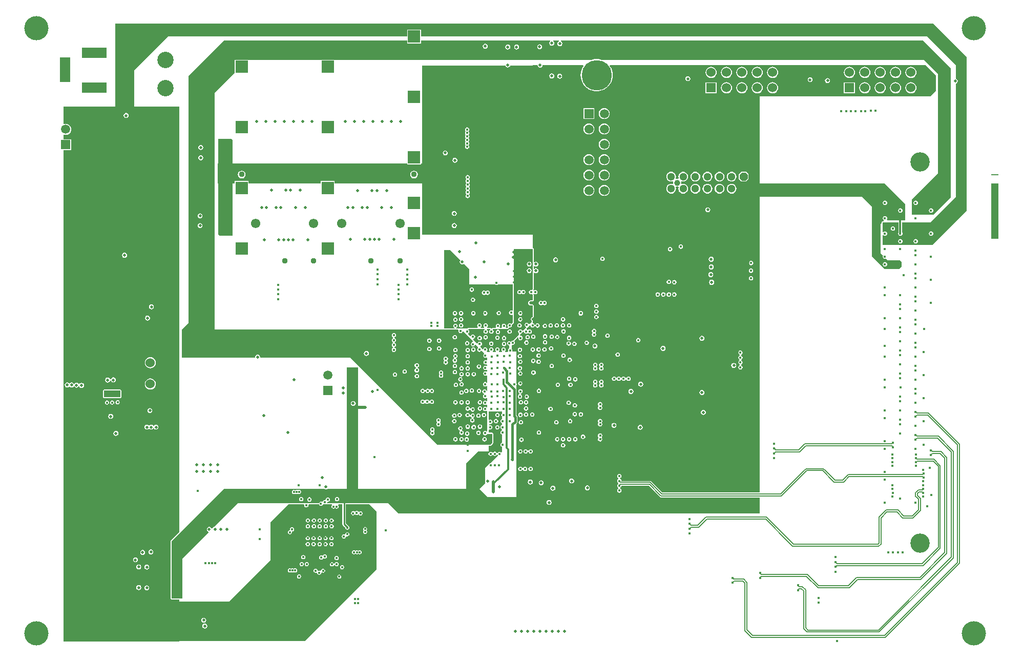
<source format=gbr>
%FSTAX23Y23*%
%MOIN*%
%SFA1B1*%

%IPPOS*%
%AMD83*
4,1,8,-0.012800,-0.025600,0.012800,-0.025600,0.025600,-0.012800,0.025600,0.012800,0.012800,0.025600,-0.012800,0.025600,-0.025600,0.012800,-0.025600,-0.012800,-0.012800,-0.025600,0.0*
%
%ADD10C,0.012008*%
%ADD51C,0.005984*%
%ADD52C,0.010000*%
%ADD53C,0.020000*%
%ADD64R,0.050000X0.005000*%
%ADD73R,0.060000X0.060000*%
%ADD74C,0.060000*%
%ADD75R,0.065000X0.160000*%
%ADD76R,0.160000X0.065000*%
%ADD77C,0.125984*%
%ADD78C,0.157480*%
%ADD79C,0.061024*%
%ADD80C,0.106299*%
%ADD81C,0.039370*%
%ADD82C,0.051181*%
G04~CAMADD=83~4~0.0~0.0~511.8~511.8~0.0~128.0~0~0.0~0.0~0.0~0.0~0~0.0~0.0~0.0~0.0~0~0.0~0.0~0.0~180.0~512.0~512.0*
%ADD83D83*%
%ADD84R,0.059055X0.059055*%
%ADD85C,0.059055*%
%ADD86C,0.037401*%
%ADD87R,0.078740X0.078740*%
%ADD88C,0.196850*%
%ADD89C,0.015000*%
%ADD90C,0.015984*%
%ADD91C,0.020000*%
%ADD92C,0.019685*%
%ADD107C,0.015984*%
%ADD108R,0.050000X0.359999*%
%LNatfc_copper_signal_2-1*%
%LPD*%
G36*
X05997Y03772D02*
X05992Y03769D01*
X05988Y0377*
X05982Y03769*
X05978Y03765*
X05975Y03761*
X05973Y03755*
X05975Y0375*
X05978Y03745*
X05982Y03742*
X05988Y03741*
X05992Y03742*
X05997Y03739*
Y03701*
X05984*
X05977Y037*
X05972Y03696*
X05969Y03691*
X05967Y03685*
X05969Y03678*
X05972Y03673*
X05977Y03669*
X05984Y03668*
X05997*
Y03593*
X05995Y03593*
X0599Y0359*
X05987Y03585*
X05986Y0358*
X05987Y03574*
X0599Y03569*
X05992Y03568*
X05992Y03562*
X05978Y03548*
X05973Y03549*
X0597Y03553*
X05966Y03556*
X0596Y03557*
X05955Y03556*
X0595Y03553*
X05947Y03548*
X05946Y03543*
X05947Y03537*
X0595Y03533*
X05954Y0353*
X05955Y03525*
X05935Y03505*
X05933Y03505*
X0593Y03506*
X05929Y03507*
X05927Y0351*
X05922Y03513*
X05917Y03514*
X05911Y03513*
X05907Y0351*
X05904Y03505*
X05903Y035*
X05904Y03494*
X05907Y03489*
X0591Y03487*
X05911Y03482*
X0591Y03481*
X0591Y03479*
X05909Y03478*
Y03478*
X05897Y03467*
X05897*
X05896Y03466*
X05895Y03465*
X05873Y03444*
X05873Y03444*
X05873Y03443*
X05872Y03442*
X05871Y0344*
X05868Y03441*
X05863Y0344*
X05858Y03437*
X05856Y03434*
X05851Y03437*
X05846Y03438*
X05841Y03437*
X05836Y03434*
X05833Y03429*
X05832Y03424*
X05833Y03418*
X05836Y03413*
X05841Y0341*
X05846Y03409*
Y03391*
X05846Y03391*
X05841Y03388*
X05838Y03383*
X05837Y03377*
X05838Y03372*
X05838Y03372*
X05835Y03367*
X0582*
X05819Y0337*
X05818Y03372*
X05821Y03376*
X05822Y03381*
X05821Y03387*
X05818Y03392*
X05814Y03395*
X05808Y03396*
X05803Y03395*
X05798Y03392*
X05795Y03387*
X05794Y03381*
X05795Y03376*
X05798Y03372*
X05798Y0337*
X05796Y03367*
X05781*
X05779Y0337*
X05779Y03372*
X05782Y03376*
X05783Y03381*
X05782Y03387*
X05779Y03392*
X05774Y03395*
X05769Y03396*
X05763Y03395*
X05759Y03392*
X05756Y03387*
X05755Y03381*
X05756Y03376*
X05759Y03372*
X05758Y0337*
X05757Y03367*
X05741*
X0574Y0337*
X0574Y03372*
X05743Y03376*
X05744Y03381*
X05743Y03387*
X0574Y03392*
X05735Y03395*
X05729Y03396*
X05724Y03395*
X05719Y03392*
X05716Y03387*
X05715Y03381*
X05716Y03376*
X05719Y03372*
X05719Y0337*
X05718Y03367*
X05702*
X05701Y0337*
X057Y03372*
X05703Y03376*
X05704Y03381*
X05703Y03387*
X057Y03392*
X05696Y03395*
X0569Y03396*
X05685Y03395*
X0568Y03392*
X05677Y03387*
X05677Y03385*
X05671Y03384*
X05657Y03399*
X05659Y03404*
X05659Y03405*
X05664Y03408*
X05667Y03412*
X05668Y03418*
X05667Y03423*
X05664Y03428*
X05659Y03431*
X05653Y03432*
X05648Y03431*
X05643Y03428*
X05641Y03424*
X05638Y03422*
X05636Y03422*
X05612Y03447*
X05613Y03453*
X05615Y03453*
X0562Y03456*
X05623Y03461*
X05624Y03467*
X05623Y03472*
X0562Y03477*
X05615Y0348*
X0561Y03481*
X05605Y0348*
X056Y03477*
X05597Y03472*
X05597Y03471*
X05591Y03469*
X05579Y03482*
X0558Y03488*
X05582Y03489*
X05585Y03494*
X05586Y035*
X05585Y03505*
X05582Y0351*
X05579Y03512*
X05581Y03517*
X05684*
X05685Y03512*
X05682Y0351*
X05679Y03505*
X05678Y035*
X05679Y03494*
X05682Y03489*
X05687Y03486*
X05692Y03485*
X05698Y03486*
X05702Y03489*
X05706Y03494*
X05707Y035*
X05706Y03505*
X05702Y0351*
X057Y03512*
X05701Y03517*
X05721*
X05722Y03512*
X05719Y0351*
X05716Y03505*
X05715Y035*
X05716Y03494*
X05719Y03489*
X05724Y03486*
X05729Y03485*
X05735Y03486*
X0574Y03489*
X05743Y03494*
X05744Y035*
X05743Y03505*
X0574Y0351*
X05737Y03512*
X05738Y03517*
X05837*
X05846Y03525*
X05848Y03525*
X05853Y03526*
X05858Y03529*
X05861Y03533*
X05862Y03539*
X05861Y03541*
X05875Y03554*
Y04037*
X05997*
Y03772*
G37*
G36*
X06569Y02527D02*
X06569Y02526D01*
X06569Y02525*
X06569Y02525*
X0657Y02524*
X0657Y02523*
X0657Y02523*
X06571Y02522*
X06571Y02522*
X06572Y02521*
X06568Y02517*
X06567Y02517*
X06566Y02518*
X06566Y02518*
X06565Y02519*
X06565Y02519*
X06564Y02519*
X06563Y02519*
X06562Y02519*
X06562Y02519*
X06561Y0252*
X06569Y02527*
X06569Y02527*
G37*
G36*
X08522Y05504D02*
X08606D01*
Y05502*
X08822Y05285*
Y04287*
X08598Y04062*
X08275*
Y04125*
X0828Y04127*
X0828Y04127*
X08285Y04124*
X0829Y04122*
X08296Y04124*
X08301Y04127*
X08304Y04131*
X08305Y04137*
X08304Y04142*
X08301Y04147*
X08296Y0415*
X0829Y04151*
X08285Y0415*
X0828Y04147*
X0828Y04146*
X08275Y04148*
Y04208*
X08378*
Y04144*
X08377Y04142*
X08376Y04137*
X08377Y04131*
X0838Y04127*
X08385Y04124*
X0839Y04122*
X08396Y04124*
X08401Y04127*
X08404Y04131*
X08405Y04137*
X08404Y04142*
X08403Y04144*
Y04208*
X08586*
X08753Y04375*
Y05113*
X08754Y05113*
X0876Y05117*
X08763Y05122*
X08764Y05129*
X08763Y05135*
X0876Y0514*
X08754Y05144*
X08753Y05144*
Y0523*
X08564Y05419*
X05271*
Y05464*
X05181*
Y05419*
X03624*
X03405Y052*
Y04964*
X03697*
Y02194*
X03644Y02142*
X03642Y02137*
Y01763*
X03644Y01758*
X03649Y01757*
X03697*
Y01742*
X04023*
X04291Y0201*
Y02257*
X04409Y02375*
X04507*
X04511Y0237*
X04511Y0237*
X04512Y02364*
X04515Y0236*
X04519Y02357*
X04525Y02356*
X0453Y02357*
X04534Y0236*
X04537Y02364*
X04538Y0237*
X04538Y0237*
X04542Y02375*
X04607*
X04608Y02375*
X04608Y02374*
X04611Y0237*
X04615Y02367*
X0462Y02366*
X04626Y02367*
X0463Y0237*
X04633Y02374*
X04634Y02377*
X0464*
X04645Y02375*
X0465Y02377*
X04659*
X0466Y02376*
X04662Y02375*
X04662Y02375*
X04663Y02375*
X04691*
X04693Y02371*
X04693Y0237*
X0469Y02366*
X04689Y0236*
X0469Y02355*
X04693Y02351*
X04698Y02348*
X04703Y02347*
X04708Y02348*
X04709Y02348*
X04713Y02351*
X04717Y02348*
X04717Y02348*
X04723Y02347*
X04728Y02348*
X04732Y02351*
X04735Y02355*
X04736Y0236*
X04735Y02366*
X04732Y0237*
X04733Y02371*
X04734Y02375*
X0476*
Y02246*
X04761Y02242*
X04763Y02238*
X04776Y02226*
X04776Y02225*
X04777Y02225*
X04777Y02224*
Y02224*
X04778Y02219*
X04781Y02214*
X04786Y02211*
X04791Y0221*
X04796Y02211*
X04801Y02214*
X04804Y02219*
X04805Y02224*
X04804Y02229*
X04801Y02234*
X04797Y02236*
X04797Y02237*
X04795Y02238*
X04795Y02239*
X04782Y02251*
Y02375*
X04934*
X04982Y02327*
Y01952*
X04515Y01485*
X03697*
Y01484*
X02945*
Y04679*
X02996*
Y0475*
X02945*
Y04778*
X02949Y04781*
X02951Y0478*
X0296Y04779*
X02969Y0478*
X02978Y04783*
X02985Y04789*
X02991Y04797*
X02995Y04805*
X02996Y04815*
X02995Y04824*
X02991Y04832*
X02985Y0484*
X02978Y04846*
X02969Y04849*
X0296Y0485*
X02951Y04849*
X02949Y04848*
X02945Y04851*
Y04964*
X03282*
Y05504*
X08486*
X08522*
G37*
G36*
X05761Y02521D02*
X05751Y02514D01*
X05749Y02527*
X0575Y02527*
X0575*
X0575Y02527*
X05751Y02527*
X05751Y02528*
X05752Y02528*
X05752Y02529*
X05754Y0253*
X05755Y02531*
X05761Y02521*
G37*
G36*
X04793Y02231D02*
X04784Y02226D01*
Y02226*
X04784Y02226*
X04783Y02226*
X04783Y02227*
X04783Y02227*
X04782Y02228*
X04781Y02229*
X04781Y0223*
X0479Y02234*
X04793Y02231*
G37*
G36*
X08498Y02825D02*
X08498Y02825D01*
X08498Y02824*
X08499Y02824*
X08499Y02823*
X08499Y02823*
X085Y02822*
X085Y02822*
X085Y02821*
X08501Y0282*
X08497Y02816*
X08496Y02817*
X08495Y02818*
X08495Y02818*
X08494Y02818*
X08494Y02819*
X08493Y02819*
X08493Y02819*
X08492Y02819*
X08492Y02819*
X08498Y02825*
X08498Y02825*
G37*
G36*
X07979Y01975D02*
X07978Y01974D01*
X07978Y01973*
X07977Y01973*
X07977Y01972*
X07977Y01972*
X07976Y01971*
X07976Y0197*
X07976Y0197*
X07976Y01969*
X07976Y01968*
X07968Y01976*
X07969Y01976*
X0797Y01976*
X0797Y01976*
X07971Y01976*
X07972Y01977*
X07972Y01977*
X07973Y01977*
X07973Y01978*
X07974Y01978*
X07975Y01979*
X07979Y01975*
G37*
G36*
X07976Y01999D02*
X07976Y01998D01*
X07976Y01997*
X07976Y01997*
X07977Y01996*
X07977Y01995*
X07977Y01995*
X07978Y01994*
X07978Y01994*
X07979Y01993*
X07975Y01989*
X07974Y01989*
X07973Y0199*
X07973Y0199*
X07972Y01991*
X07972Y01991*
X07971Y01991*
X0797Y01991*
X0797Y01991*
X07969Y01991*
X07968Y01992*
X07976Y01999*
X07976Y01999*
G37*
G36*
X08501Y02803D02*
X085Y02802D01*
X085Y02801*
X08499Y02801*
X08499Y028*
X08499Y028*
X08498Y02799*
X08498Y02799*
X08498Y02798*
X08498Y02798*
X08492Y02805*
X08492Y02805*
X08493Y02805*
X08493Y02805*
X08494Y02805*
X08494Y02805*
X08495Y02805*
X08495Y02806*
X08496Y02806*
X08496Y02807*
X08497Y02807*
X08501Y02803*
G37*
G36*
X08338Y02757D02*
X08339Y02756D01*
X08339Y02755*
X0834Y02755*
X0834Y02755*
X08341Y02755*
X08341Y02755*
X08342Y02755*
X08342Y02755*
X08336Y02748*
Y02748*
X08336Y02749*
X08335Y02749*
X08335Y0275*
X08335Y0275*
X08335Y02751*
X08334Y02751*
X08334Y02752*
X08333Y02752*
X08333Y02753*
X08337Y02757*
X08338Y02757*
G37*
G36*
X08342Y02769D02*
X08342Y02769D01*
X08341Y02769*
X08341Y02769*
X0834Y02769*
X0834Y02768*
X08339Y02768*
X08339Y02768*
X08338Y02767*
X08338Y02767*
X08337Y02766*
X08333Y0277*
X08333Y02771*
X08334Y02772*
X08335Y02773*
X08335Y02773*
X08335Y02774*
X08335Y02774*
X08336Y02775*
X08336Y02775*
Y02775*
X08342Y02769*
G37*
G36*
X07578Y02738D02*
X07578Y02737D01*
X07578Y02737*
X07578Y02736*
X07579Y02735*
X07579Y02735*
X07579Y02734*
X0758Y02734*
X0758Y02733*
X07581Y02732*
X07577Y02728*
X07576Y02729*
X07575Y02729*
X07575Y0273*
X07574Y0273*
X07574Y0273*
X07573Y02731*
X07572Y02731*
X07572Y02731*
X07571Y02731*
X0757Y02731*
X07578Y02739*
X07578Y02738*
G37*
G36*
X08501Y02953D02*
X085Y02952D01*
X085Y02951*
X08499Y02951*
X08499Y0295*
X08499Y0295*
X08498Y02949*
X08498Y02949*
X08498Y02948*
X08498Y02948*
X08492Y02955*
X08492Y02955*
X08493Y02955*
X08493Y02955*
X08494Y02955*
X08494Y02955*
X08495Y02955*
X08495Y02956*
X08496Y02956*
X08496Y02957*
X08497Y02957*
X08501Y02953*
G37*
G36*
X08598Y02725D02*
X08598Y02725D01*
X08598Y02724*
X08599Y02724*
X08599Y02723*
X08599Y02723*
X086Y02722*
X086Y02722*
X086Y02721*
X08601Y0272*
X08597Y02716*
X08596Y02717*
X08595Y02718*
X08595Y02718*
X08594Y02718*
X08594Y02719*
X08593Y02719*
X08593Y02719*
X08592Y02719*
X08592Y02719*
X08598Y02725*
X08598Y02725*
G37*
G36*
X08601Y02703D02*
X086Y02702D01*
X086Y02701*
X08599Y02701*
X08599Y027*
X08599Y027*
X08598Y02699*
X08598Y02699*
X08598Y02698*
X08598Y02698*
X08592Y02705*
X08592Y02705*
X08593Y02705*
X08593Y02705*
X08594Y02705*
X08594Y02705*
X08595Y02705*
X08595Y02706*
X08596Y02706*
X08596Y02707*
X08597Y02707*
X08601Y02703*
G37*
G36*
X0703Y02223D02*
X07029Y02222D01*
X07029Y02221*
X07029Y02221*
X07028Y0222*
X07028Y0222*
X07028Y02219*
X07027Y02218*
X07027Y02218*
X07027Y02217*
X07027Y02216*
X07019Y02224*
X0702Y02224*
X07021Y02224*
X07021Y02224*
X07022Y02224*
X07023Y02225*
X07023Y02225*
X07024Y02225*
X07025Y02226*
X07025Y02226*
X07026Y02227*
X0703Y02223*
G37*
G36*
X07581Y02714D02*
X0758Y02713D01*
X0758Y02713*
X07579Y02712*
X07579Y02712*
X07579Y02711*
X07578Y0271*
X07578Y0271*
X07578Y02709*
X07578Y02708*
X07578Y02708*
X0757Y02715*
X07571Y02716*
X07572Y02716*
X07572Y02716*
X07573Y02716*
X07574Y02716*
X07574Y02716*
X07575Y02717*
X07575Y02717*
X07576Y02718*
X07577Y02718*
X07581Y02714*
G37*
G36*
X08498Y02975D02*
X08498Y02975D01*
X08498Y02974*
X08499Y02974*
X08499Y02973*
X08499Y02973*
X085Y02972*
X085Y02972*
X085Y02971*
X08501Y0297*
X08497Y02966*
X08496Y02967*
X08495Y02968*
X08495Y02968*
X08494Y02968*
X08494Y02969*
X08493Y02969*
X08493Y02969*
X08492Y02969*
X08492Y02969*
X08498Y02975*
X08498Y02975*
G37*
G36*
X0603Y05232D02*
X06031Y05226D01*
X06034Y05221*
X0604Y05217*
X06046Y05216*
X06052Y05217*
X06058Y05221*
X06061Y05226*
X06062Y05232*
X06326*
X06328Y05227*
X06321Y05215*
X06314Y052*
X06311Y05184*
X06309Y05167*
X06311Y05151*
X06314Y05135*
X06321Y0512*
X06329Y05106*
X0634Y05093*
X06352Y05083*
X06366Y05074*
X06382Y05068*
X06398Y05064*
X06414Y05063*
X0643Y05064*
X06446Y05068*
X06462Y05074*
X06476Y05083*
X06488Y05093*
X06499Y05106*
X06507Y0512*
X06514Y05135*
X06517Y05151*
X06519Y05167*
X06517Y05184*
X06514Y052*
X06507Y05215*
X065Y05227*
X06502Y05232*
X07476*
X08556*
X08623Y05165*
Y05065*
X08589Y0503*
X07476*
Y04462*
X08289*
X08421Y0433*
Y04224*
X08305*
X08302Y04229*
X08304Y04231*
X08305Y04237*
X08304Y04242*
X08301Y04247*
X08296Y0425*
X0829Y04251*
X08285Y0425*
X0828Y04247*
X08277Y04242*
X08276Y04237*
X08277Y04231*
X0828Y04227*
X08282Y04226*
X08282Y04219*
X08278Y04215*
X08275*
X0827Y04213*
X08269Y04208*
Y04206*
X08263Y042*
Y04007*
X08278Y03993*
X08277Y03992*
X08276Y03987*
X08277Y03981*
X0828Y03977*
X08285Y03974*
X0829Y03972*
X08296Y03974*
X08297Y03974*
X08307Y03964*
X08385*
X08397Y03952*
Y03921*
X08381Y03905*
X08287*
X08204Y03988*
Y04311*
X08137Y04377*
X07479*
X07476Y04381*
Y02451*
X06843*
X06769Y02525*
X06766Y02527*
X06763Y02527*
X06575*
Y02528*
X06575Y02529*
X06574Y02533*
X06571Y02538*
X06566Y02541*
X06566*
Y02546*
X06566*
X06571Y02549*
X06574Y02554*
X06575Y02559*
X06574Y02564*
X06571Y02569*
X06566Y02572*
X06561Y02573*
X06556Y02572*
X06551Y02569*
X06548Y02564*
X06547Y02559*
X06548Y02554*
X06551Y02549*
X06556Y02546*
X06556*
Y02541*
X06556*
X06551Y02538*
X06548Y02533*
X06547Y02527*
X06548Y02522*
X06551Y02517*
X06556Y02514*
X06556*
Y02509*
X06556*
X06551Y02506*
X06548Y02501*
X06547Y02496*
X06548Y02491*
X06551Y02486*
X06556Y02483*
X06556*
Y02478*
X06556*
X06551Y02475*
X06548Y0247*
X06547Y02465*
X06548Y02459*
X06551Y02454*
X06556Y02451*
X06561Y0245*
X06566Y02451*
X06571Y02454*
X06574Y02459*
X06575Y02465*
X06574Y0247*
X06571Y02475*
X06566Y02478*
X06566*
Y02483*
X06566*
X06571Y02486*
X06574Y02491*
X06575Y02495*
X06575Y02496*
Y02496*
X06754*
X06824Y02426*
X06828Y02422*
X06831Y0242*
X06834Y0242*
X07476*
Y02315*
X05891*
X05126*
X05059Y02381*
X04663*
X0466Y02386*
X04661Y0239*
X04664Y02392*
X04665Y02391*
X0467Y02392*
X04675Y02395*
X04678Y024*
X04679Y02405*
X04678Y0241*
X04675Y02415*
X0467Y02418*
X04665Y02419*
X0466Y02418*
X04655Y02415*
X04652Y0241*
X04651Y02407*
X04651Y02405*
X04646Y02403*
X04645Y02403*
X0464Y02402*
X04635Y02399*
X04632Y02395*
X04632Y02394*
X04627Y02391*
X04626Y02392*
X0462Y02393*
X04615Y02392*
X04611Y02389*
X04608Y02385*
X04607Y02381*
X04531*
X0453Y02382*
X04525Y02383*
X04519Y02382*
X04518Y02381*
X04078*
X03926Y02229*
X03925Y02229*
X03919Y02225*
X03916Y0222*
X03913Y02218*
X03908Y02219*
X03905Y02224*
X03899Y02228*
X03893Y02229*
X03887Y02228*
X03881Y02224*
X03878Y02219*
X03877Y02212*
X03878Y02206*
X03881Y02201*
X03887Y02197*
X03887Y02197*
X03889Y02192*
X03719Y02022*
Y01763*
X03649*
Y02137*
X03988Y02476*
X04642*
X04647Y02473*
X04653Y02471*
X04659Y02473*
X04665Y02476*
X04788*
Y03265*
X04863*
Y02476*
X05157*
Y02476*
X05566*
Y02641*
X05645Y0272*
X05712*
Y02757*
X05724*
X05729Y02759*
X0574Y0277*
X05742Y02775*
Y02834*
X0574Y02839*
X05736Y02841*
X05712*
Y0286*
X05717Y02863*
X05721Y02862*
X05726Y02863*
X05731Y02866*
X05734Y02871*
X05735Y02877*
X05734Y02882*
X05731Y02887*
X05726Y0289*
X05721Y02891*
X05719Y0289*
X05715Y02894*
X05715Y02894*
X05715Y02895*
X05719Y02898*
X05723Y02897*
X05728Y02898*
X05733Y02901*
X05736Y02906*
X05737Y02912*
X05736Y02917*
X05733Y02922*
X05728Y02925*
X05723Y02926*
X05718Y02925*
X05717Y02924*
X05712Y02927*
Y0298*
X05799*
Y02968*
X05797Y02967*
X05794Y02962*
X05793Y02957*
X05794Y02951*
X05797Y02946*
X05799Y02945*
Y0293*
X05797Y0293*
X05793Y02927*
X05789Y02922*
X05788Y02917*
X05789Y02911*
X05793Y02907*
X05797Y02904*
X05799Y02903*
Y02891*
X05797Y02891*
X05792Y02888*
X05789Y02883*
X05788Y02877*
X05789Y02872*
X05792Y02867*
X05797Y02864*
X05799Y02864*
Y02856*
X05797Y02855*
X05793Y02852*
X05789Y02847*
X05788Y02842*
X05789Y02837*
X05793Y02832*
X05797Y02829*
X05799Y02829*
Y02776*
X05797Y02776*
X05792Y02773*
X05789Y02768*
X05788Y02762*
X05789Y02757*
X05792Y02752*
X05797Y02749*
X05799Y02749*
Y0272*
X05793Y02714*
X05788Y02717*
X05783Y02719*
X05777Y02717*
X05773Y02714*
X0577Y0271*
Y0271*
X05765*
Y0271*
X05762Y02714*
X05757Y02717*
X05751Y02719*
X05746Y02717*
X05741Y02714*
X05741Y02713*
X05735*
X05734Y02714*
X05729Y02717*
X05724Y02719*
X05718Y02717*
X05714Y02714*
X05711Y0271*
X0571Y02704*
X05711Y02699*
X05714Y02694*
X05718Y02691*
X05724Y0269*
X05729Y02691*
X05734Y02694*
X05735Y02695*
X05741*
X05741Y02694*
X05746Y02691*
X05751Y0269*
X05757Y02691*
X05762Y02694*
X05765Y02699*
Y02699*
X0577*
Y02699*
X05773Y02694*
X05722Y02643*
X05718Y02643*
X05714Y0264*
X05711Y02635*
X0571Y02631*
X05688Y0261*
Y02512*
X05653Y02476*
X05706Y02422*
X05891*
Y029*
X05894Y02904*
X05897Y02908*
X05899Y02914*
Y02941*
X05897Y02947*
X05894Y02951*
X05891Y02955*
Y03122*
X05891Y03123*
Y03147*
X05893Y03151*
X05895Y03157*
X05893Y03162*
X05891Y03166*
Y03368*
X05868*
X05866Y0337*
X05864Y03373*
X05865Y03377*
X05864Y03383*
X05862Y03387*
Y03408*
X05867Y03412*
X05868Y03412*
X05873Y03413*
X05878Y03416*
X05881Y03421*
X05882Y03427*
X05881Y03432*
X05878Y03437*
X05878Y03439*
X05891Y03452*
X05898Y03459*
X05899Y03461*
X05904Y03458*
X05904Y03457*
X05905Y03452*
X05908Y03447*
X05913Y03444*
X05918Y03443*
X05923Y03444*
X05928Y03447*
X05931Y03452*
X05932Y03457*
X05931Y03463*
X05928Y03468*
X05923Y03471*
X05918Y03472*
X05917Y03472*
X05915Y03476*
X05916Y03478*
X05937Y03499*
X05939Y03498*
X05941Y03497*
X05942Y03497*
X05943Y03496*
X05943Y03495*
X05943Y03494*
X05946Y03489*
X05951Y03486*
X05956Y03485*
X05962Y03486*
X05964Y03488*
X05969Y03489*
X05974Y03486*
X05979Y03485*
X05985Y03486*
X05989Y03489*
X05992Y03494*
X05993Y03499*
X05992Y03505*
X05989Y03509*
X05985Y03512*
X05979Y03514*
X05974Y03512*
X05971Y03511*
X05966Y0351*
X05962Y03513*
X0596Y03513*
X05958Y03518*
X0596Y0352*
X0596Y03521*
X05961Y03522*
X05961Y03523*
X05978Y0354*
X05979Y03539*
X05983Y03538*
X05984Y03533*
X05987Y03529*
X05992Y03526*
X05997Y03525*
X06003Y03526*
X06007Y03529*
X0601Y03533*
X06011Y03536*
X06011Y03537*
X06016*
X06016Y03536*
X06017Y03533*
X0602Y03528*
X06025Y03525*
X0603Y03524*
X06035Y03525*
X0604Y03528*
X06043Y03533*
X06044Y03539*
X06043Y03544*
X0604Y03549*
X06035Y03552*
X0603Y03553*
X06025Y03552*
X0602Y03549*
X06017Y03544*
X06016Y03542*
X06016Y03541*
X06011*
X06011Y03542*
X0601Y03544*
X06007Y03549*
X06003Y03552*
X05999Y03553*
X05998Y03555*
X05997Y03557*
Y03558*
X05998Y03558*
X05998Y0356*
X05999Y03562*
X05999Y03562*
X05999Y03563*
X05998Y03569*
X05998Y03569*
X05998Y0357*
X05997Y03571*
Y03587*
X05997Y03587*
X05998Y03587*
X06Y03588*
X06002Y03589*
X06002Y03589*
X06002Y0359*
X06003Y03591*
X06004Y03593*
Y03668*
X06002Y03673*
X05997Y03675*
Y03694*
X06002Y03696*
X06004Y03701*
Y03739*
X06003Y0374*
X06003Y03741*
X06007Y03744*
X0601Y03742*
X06015Y03741*
X06021Y03742*
X06025Y03745*
X06028Y0375*
X0603Y03755*
X06028Y03761*
X06025Y03765*
X06021Y03769*
X06015Y0377*
X0601Y03769*
X06007Y03767*
X06003Y0377*
X06003Y03771*
X06004Y03772*
Y0388*
X06005Y03881*
X06009Y03882*
X06013Y0388*
X06019Y03878*
X06025Y0388*
X0603Y03883*
X06034Y03888*
X06035Y03895*
X06034Y03901*
X0603Y03906*
X06025Y0391*
X06019Y03911*
X06013Y0391*
X06009Y03907*
X06005Y03908*
X06004Y03909*
Y03924*
X06005Y03925*
X06009Y03926*
X06013Y03923*
X06019Y03922*
X06025Y03923*
X0603Y03927*
X06034Y03932*
X06035Y03938*
X06034Y03944*
X0603Y03949*
X06025Y03953*
X06019Y03954*
X06013Y03953*
X06009Y0395*
X06005Y03951*
X06004Y03952*
Y04037*
X06002Y04041*
X05997Y04043*
Y0413*
X05278*
Y04461*
X0471*
Y04479*
X0462*
Y04461*
X04149*
Y04479*
X04059*
Y04461*
X04046*
Y04122*
X03962*
X03953Y04131*
Y04461*
X0395*
Y04591*
X03953*
Y04753*
X04037Y04754*
X04046Y04745*
Y04591*
X05181*
Y04586*
X05271*
Y04591*
X05278*
Y05228*
X05821*
X05821Y05227*
X05824Y05222*
X0583Y05218*
X05836Y05217*
X05842Y05218*
X05848Y05222*
X05851Y05227*
X05851Y05228*
X05997*
Y05232*
X0603*
G37*
G36*
X05527Y03963D02*
X05524Y03959D01*
X05523Y03952*
X05524Y03946*
X05527Y03941*
X05533Y03937*
X05539Y03936*
X05545Y03937*
X05549Y0394*
X05585Y03905*
Y03805*
X05753*
X05757Y03802*
X05762Y03801*
X05767Y03802*
X05771Y03805*
X05869*
Y03637*
X05864Y03635*
X05863Y03635*
X05858Y03636*
X05852Y03635*
X05848Y03632*
X05845Y03627*
X05843Y03622*
X05845Y03616*
X05848Y03612*
X05852Y03608*
X05858Y03607*
X05863Y03608*
X05864Y03609*
X05869Y03606*
Y0356*
X05858Y03549*
X05853Y03552*
X05848Y03553*
X05842Y03552*
X05837Y03549*
X05834Y03544*
X05833Y03539*
X05834Y03533*
X05837Y03529*
X05832Y03523*
X05825*
X05823Y03528*
X05824Y03529*
X05825Y03535*
X05824Y0354*
X05821Y03545*
X05816Y03548*
X05811Y03549*
X05805Y03548*
X058Y03545*
X05797Y0354*
X05796Y03535*
X05797Y03529*
X05798Y03528*
X05796Y03523*
X05786*
X05783Y03528*
X05785Y0353*
X05786Y03536*
X05785Y03541*
X05782Y03546*
X05777Y03549*
X05772Y0355*
X05766Y03549*
X05762Y03546*
X05759Y03541*
X05758Y03536*
X05759Y0353*
X0576Y03528*
X05758Y03523*
X05738*
X05737Y03522*
X05735Y03522*
X05735Y03521*
X05734Y03521*
X05733Y0352*
X05732Y03519*
X05727*
X05726Y0352*
X05725Y03521*
X05724Y03521*
X05724Y03522*
X05722Y03522*
X05721Y03523*
X05703*
X05701Y03528*
X05702Y03529*
X05706Y03533*
X05707Y03539*
X05706Y03544*
X05702Y03549*
X05698Y03552*
X05692Y03553*
X05687Y03552*
X05682Y03549*
X05679Y03544*
X05678Y03539*
X05679Y03533*
X05682Y03529*
X05683Y03528*
X05682Y03523*
X05661*
X0566Y03528*
X05661Y03529*
X05664Y03533*
X05665Y03539*
X05664Y03544*
X05661Y03549*
X05656Y03552*
X05651Y03553*
X05645Y03552*
X05641Y03549*
X05638Y03544*
X05636Y03539*
X05638Y03533*
X05641Y03529*
X05642Y03528*
X0564Y03523*
X05581*
X05579Y03522*
X05578Y03522*
X05577Y03521*
X05576Y03521*
X05576Y0352*
X05575Y03519*
X05499*
X05498Y03524*
X055Y03524*
X05505Y03527*
X05508Y03532*
X05509Y03537*
X05508Y03543*
X05505Y03547*
X055Y0355*
X05495Y03551*
X0549Y0355*
X05485Y03547*
X05482Y03543*
X05481Y03537*
X05482Y03532*
X05485Y03527*
X0549Y03524*
X05492Y03524*
X05491Y03519*
X05421*
Y03666*
Y03675*
Y0403*
X05459*
X05527Y03963*
G37*
G36*
X06572Y02503D02*
X06571Y02502D01*
X06571Y02501*
X0657Y02501*
X0657Y025*
X0657Y025*
X06569Y02499*
X06569Y02498*
X06569Y02497*
X06569Y02497*
X06569Y02496*
X06561Y02504*
X06562Y02504*
X06562Y02504*
X06563Y02504*
X06564Y02504*
X06565Y02505*
X06565Y02505*
X06566Y02505*
X06566Y02506*
X06567Y02506*
X06568Y02507*
X06572Y02503*
G37*
G36*
X07735Y01824D02*
X07734Y01823D01*
X07734Y01823*
X07733Y01822*
X07733Y01822*
X07733Y01821*
X07732Y0182*
X07732Y0182*
X07732Y01819*
X07732Y01818*
Y01818*
X07724Y01825*
X07725Y01826*
X07726Y01826*
X07726Y01826*
X07727Y01826*
X07728Y01826*
X07728Y01826*
X07729Y01827*
X07729Y01827*
X0773Y01828*
X07731Y01828*
X07735Y01824*
G37*
G36*
X07732Y01848D02*
X07732Y01847D01*
X07732Y01847*
X07732Y01846*
X07733Y01845*
X07733Y01845*
X07733Y01844*
X07734Y01844*
X07734Y01843*
X07735Y01842*
X07731Y01838*
X0773Y01839*
X07729Y01839*
X07729Y0184*
X07728Y0184*
X07728Y0184*
X07727Y01841*
X07726Y01841*
X07726Y01841*
X07725Y01841*
X07724Y01841*
X07732Y01849*
Y01848*
G37*
G36*
X07309Y01872D02*
X07308Y01871D01*
X07308Y01871*
X07307Y0187*
X07307Y0187*
X07307Y01869*
X07306Y01868*
X07306Y01868*
X07306Y01867*
X07306Y01866*
X07306Y01866*
X07298Y01874*
X07299*
X073Y01874*
X073Y01874*
X07301Y01874*
X07302Y01874*
X07302Y01874*
X07303Y01875*
X07303Y01875*
X07304Y01876*
X07305Y01876*
X07309Y01872*
G37*
G36*
X07306Y01896D02*
X07306Y01895D01*
X07306Y01895*
X07306Y01894*
X07307Y01893*
X07307Y01893*
X07307Y01892*
X07308Y01892*
X07308Y01891*
X07309Y0189*
X07305Y01886*
X07304Y01887*
X07303Y01887*
X07303Y01888*
X07302Y01888*
X07302Y01888*
X07301Y01889*
X073Y01889*
X073Y01889*
X07299Y01889*
X07298*
X07306Y01897*
X07306Y01896*
G37*
G36*
X05181Y05392D02*
Y05373D01*
X05271*
Y05392*
X06111*
X06113Y05387*
X0611Y05386*
X06107Y05381*
X06106Y05375*
X06107Y05368*
X0611Y05363*
X06116Y05359*
X06122Y05358*
X06128Y05359*
X06134Y05363*
X06137Y05368*
X06138Y05375*
X06137Y05381*
X06134Y05386*
X06131Y05387*
X06133Y05392*
X06168*
X06169Y05388*
X06163Y05384*
X0616Y05379*
X06159Y05372*
X0616Y05366*
X06163Y05361*
X06169Y05357*
X06175Y05356*
X06181Y05357*
X06187Y05361*
X0619Y05366*
X06191Y05372*
X0619Y05379*
X06187Y05384*
X06181Y05388*
X06182Y05392*
X08537*
X0872Y0521*
Y05097*
Y04374*
X08605Y04259*
X08466*
Y04359*
X08635Y04527*
Y05175*
X08546Y05265*
X06453*
X06446Y05267*
X0643Y05271*
X06414Y05272*
X06398Y05271*
X06382Y05267*
X06375Y05265*
X0471*
Y05267*
X0462*
Y05265*
X04149*
Y05267*
X04059*
Y05183*
X03929Y05054*
Y03512*
X0542*
X05421Y03512*
X05491*
X05493Y03512*
X05497*
X05499Y03512*
X05512*
X05515Y03507*
X05514Y03503*
X05515Y03498*
X05519Y03493*
X05523Y0349*
X05529Y03489*
X05534Y0349*
X05539Y03493*
X05542Y03498*
X05542Y03499*
X05547Y035*
X05608Y03436*
X05606Y0343*
X05604Y0343*
X056Y03427*
X05597Y03422*
X05595Y03417*
X05597Y03411*
X056Y03407*
X05604Y03404*
X0561Y03403*
X05615Y03404*
X0562Y03407*
X05623Y03411*
X05623Y03412*
X05629Y03414*
X05643Y03399*
X05642Y03392*
X05641Y03392*
X05638Y03387*
X05636Y03381*
X05638Y03376*
X05641Y03371*
X05645Y03368*
X05651Y03367*
X05656Y03368*
X05661Y03371*
X05661Y03372*
X05668Y03373*
X05682Y03358*
X05681Y03353*
X0568Y03352*
X05677Y03347*
X05676Y03342*
X05677Y03337*
X0568Y03332*
X05685Y03329*
X0569Y03328*
X05696Y03329*
X05698Y0333*
X05703Y03328*
Y03315*
X057Y03313*
X05698Y03313*
X05693Y03314*
X05688Y03313*
X05683Y0331*
X0568Y03305*
X05679Y033*
X0568Y03294*
X05683Y0329*
X05688Y03286*
X05693Y03285*
X05698Y03286*
X057Y03286*
X05703Y03284*
Y03277*
X05698Y03275*
X05696Y03277*
X0569Y03278*
X05685Y03277*
X0568Y03273*
X05677Y03269*
X05676Y03263*
X05677Y03258*
X0568Y03253*
X05685Y0325*
X0569Y03249*
X05696Y0325*
X05698Y03252*
X05703Y03249*
Y03241*
X05698Y03238*
X05695Y0324*
X0569Y03241*
X05685Y0324*
X0568Y03237*
X05677Y03232*
X05676Y03227*
X05677Y03221*
X0568Y03216*
X05685Y03213*
X0569Y03212*
X05695Y03213*
X05698Y03215*
X05703Y03212*
Y03169*
X05699Y03167*
X05698Y03167*
X05694Y0317*
X05688Y03171*
X05683Y0317*
X05678Y03167*
X05675Y03162*
X05674Y03157*
X05675Y03151*
X05678Y03147*
X05683Y03144*
X05688Y03142*
X05694Y03144*
X05698Y03147*
X05699Y03146*
X05703Y03145*
Y03114*
X05698Y03114*
X05698Y03115*
X05695Y0312*
X0569Y03123*
X05685Y03124*
X05679Y03123*
X05674Y0312*
X05671Y03115*
X0567Y0311*
X05671Y03104*
X05674Y031*
X05679Y03097*
X05682Y03096*
X05682Y03094*
X05682Y03091*
X05678Y03088*
X05675Y03084*
X05674Y03078*
X05675Y03073*
X05678Y03068*
X05683Y03065*
X05688Y03064*
X05694Y03065*
X05698Y03068*
X057Y03067*
X05703Y03066*
Y03047*
X057Y03046*
X05698Y03045*
X05694Y03048*
X05688Y03049*
X05683Y03048*
X05678Y03045*
X05675Y0304*
X05674Y03035*
X05675Y03029*
X05678Y03025*
X05683Y03022*
X05688Y03021*
X05694Y03022*
X05698Y03024*
X057Y03024*
X05703Y03022*
Y03008*
X057Y03007*
X05698Y03006*
X05694Y03009*
X05688Y0301*
X05683Y03009*
X05678Y03006*
X05675Y03001*
X05674Y02996*
X05675Y0299*
X05678Y02985*
X05683Y02982*
X05688Y02981*
X05694Y02982*
X05698Y02985*
X057Y02984*
X05703Y02983*
Y0285*
X057Y02848*
X05698Y02848*
X05694Y02851*
X05688Y02852*
X05683Y02851*
X05678Y02848*
X05675Y02843*
X05674Y02838*
X05675Y02832*
X05678Y02828*
X05683Y02825*
X05688Y02823*
X05694Y02825*
X05696Y02826*
X05698Y02827*
X05698Y02828*
X05701Y02832*
X05702Y02834*
X05736*
Y02775*
X05724Y02764*
X05665*
X05378*
X04812Y03329*
X04227*
X04224Y03333*
X04224Y03334*
X04223Y0334*
X0422Y03346*
X04214Y03349*
X04208Y0335*
X04202Y03349*
X04197Y03346*
X04193Y0334*
X04192Y03334*
X04192Y03333*
X04189Y03329*
X03714*
Y03512*
X03719*
X03718Y03516*
X03758Y03557*
Y05162*
X03988Y05392*
X05181*
G37*
G36*
X07027Y02247D02*
X07027Y02246D01*
X07027Y02245*
X07028Y02245*
X07028Y02244*
X07028Y02243*
X07029Y02243*
X07029Y02242*
X07029Y02242*
X0703Y02241*
X07026Y02237*
X07025Y02237*
X07025Y02238*
X07024Y02238*
X07023Y02239*
X07023Y02239*
X07022Y02239*
X07021Y02239*
X07021Y02239*
X0702Y0224*
X07019Y0224*
X07027Y02247*
X07027Y02247*
G37*
G36*
X07488Y01903D02*
X07487Y01902D01*
X07487Y01902*
X07486Y01901*
X07486Y01901*
X07486Y019*
X07485Y01899*
X07485Y01899*
X07485Y01898*
X07485Y01897*
Y01897*
X07477Y01905*
X07478Y01905*
X07479Y01905*
X07479Y01905*
X0748Y01905*
X07481Y01905*
X07481Y01905*
X07482Y01906*
X07482Y01906*
X07483Y01907*
X07484Y01907*
X07488Y01903*
G37*
G36*
X07485Y01927D02*
X07485Y01927D01*
X07485Y01926*
X07485Y01925*
X07486Y01925*
X07486Y01924*
X07486Y01923*
X07487Y01923*
X07487Y01922*
X07488Y01921*
X07484Y01917*
X07483Y01918*
X07482Y01918*
X07482Y01919*
X07481Y01919*
X07481Y01919*
X0748Y0192*
X07479Y0192*
X07479Y0192*
X07478Y0192*
X07477Y0192*
X07485Y01928*
Y01927*
G37*
%LNatfc_copper_signal_2-2*%
%LPC*%
G36*
X05976Y03911D02*
X05969Y0391D01*
X05964Y03906*
X05961Y03901*
X05959Y03895*
X05961Y03888*
X05964Y03883*
X05969Y0388*
X05976Y03878*
X05982Y0388*
X05987Y03883*
X0599Y03888*
X05992Y03895*
X0599Y03901*
X05987Y03906*
X05982Y0391*
X05976Y03911*
G37*
G36*
X05937Y0377D02*
X05931Y03769D01*
X05926Y03765*
X05923*
X05918Y03769*
X05913Y0377*
X05907Y03769*
X05903Y03765*
X059Y03761*
X05899Y03755*
X059Y0375*
X05903Y03745*
X05907Y03742*
X05913Y03741*
X05918Y03742*
X05923Y03745*
X05926*
X05931Y03742*
X05937Y03741*
X05942Y03742*
X05947Y03745*
X0595Y0375*
X05951Y03755*
X0595Y03761*
X05947Y03765*
X05942Y03769*
X05937Y0377*
G37*
G36*
X05976Y03954D02*
X05969Y03953D01*
X05964Y03949*
X05961Y03944*
X05959Y03938*
X05961Y03932*
X05964Y03927*
X05969Y03923*
X05976Y03922*
X05982Y03923*
X05987Y03927*
X0599Y03932*
X05992Y03938*
X0599Y03944*
X05987Y03949*
X05982Y03953*
X05976Y03954*
G37*
G36*
X05811Y03432D02*
X05806Y03431D01*
X05801Y03428*
X05798Y03423*
X05797Y03418*
X05798Y03412*
X05801Y03408*
X05806Y03405*
X05811Y03403*
X05817Y03405*
X05821Y03408*
X05824Y03412*
X05826Y03418*
X05824Y03423*
X05821Y03428*
X05817Y03431*
X05811Y03432*
G37*
G36*
X05729Y03435D02*
X05724Y03434D01*
X05719Y03431*
X05716Y03426*
X05715Y0342*
X05716Y03415*
X05719Y0341*
X05724Y03407*
X05729Y03406*
X05734Y03407*
X05739Y0341*
X05742Y03415*
X05743Y0342*
X05742Y03426*
X05739Y03431*
X05734Y03434*
X05729Y03435*
G37*
G36*
X05917Y03632D02*
X05911Y03631D01*
X05907Y03628*
X05904Y03623*
X05903Y03618*
X05904Y03612*
X05907Y03608*
X05911Y03604*
X05917Y03603*
X05922Y03604*
X05927Y03608*
X0593Y03612*
X05931Y03618*
X0593Y03623*
X05927Y03628*
X05922Y03631*
X05917Y03632*
G37*
G36*
Y03593D02*
X05911Y03591D01*
X05907Y03588*
X05904Y03584*
X05903Y03578*
X05904Y03573*
X05907Y03568*
X05911Y03565*
X05917Y03564*
X05922Y03565*
X05927Y03568*
X0593Y03573*
X05931Y03578*
X0593Y03584*
X05927Y03588*
X05922Y03591*
X05917Y03593*
G37*
G36*
X05691Y03476D02*
X05686Y03475D01*
X05681Y03472*
X05678Y03467*
X05677Y03462*
X05678Y03456*
X05681Y03451*
X05686Y03448*
X05691Y03447*
X05696Y03448*
X05701Y03451*
X05704Y03456*
X05705Y03462*
X05704Y03467*
X05701Y03472*
X05696Y03475*
X05691Y03476*
G37*
G36*
X05653Y03471D02*
X05648Y0347D01*
X05643Y03467*
X0564Y03463*
X05639Y03457*
X0564Y03452*
X05643Y03447*
X05648Y03444*
X05653Y03443*
X05659Y03444*
X05664Y03447*
X05667Y03452*
X05668Y03457*
X05667Y03463*
X05664Y03467*
X05659Y0347*
X05653Y03471*
G37*
G36*
X05811D02*
X05806Y0347D01*
X05801Y03467*
X05798Y03463*
X05797Y03457*
X05798Y03452*
X05801Y03447*
X05806Y03444*
X05811Y03443*
X05817Y03444*
X05821Y03447*
X05824Y03452*
X05826Y03457*
X05824Y03463*
X05821Y03467*
X05817Y0347*
X05811Y03471*
G37*
G36*
X05769Y03474D02*
X05763Y03473D01*
X05759Y0347*
X05756Y03466*
X05755Y0346*
X05756Y03455*
X05759Y0345*
X05763Y03447*
X05769Y03446*
X05774Y03447*
X05779Y0345*
X05782Y03455*
X05783Y0346*
X05782Y03466*
X05779Y0347*
X05774Y03473*
X05769Y03474*
G37*
G36*
X05913Y03553D02*
X05907Y03552D01*
X05903Y03549*
X059Y03544*
X05899Y03539*
X059Y03533*
X05903Y03529*
X05907Y03526*
X05913Y03525*
X05918Y03526*
X05923Y03529*
X05926Y03533*
X05927Y03539*
X05926Y03544*
X05923Y03549*
X05918Y03552*
X05913Y03553*
G37*
G36*
X05848Y03514D02*
X05842Y03513D01*
X05837Y0351*
X05834Y03505*
X05833Y035*
X05834Y03494*
X05837Y03489*
X05842Y03486*
X05848Y03485*
X05853Y03486*
X05858Y03489*
X05861Y03494*
X05862Y035*
X05861Y03505*
X05858Y0351*
X05853Y03513*
X05848Y03514*
G37*
G36*
X05772Y03511D02*
X05766Y0351D01*
X05762Y03507*
X05759Y03502*
X05758Y03496*
X05759Y03491*
X05762Y03486*
X05766Y03483*
X05772Y03482*
X05777Y03483*
X05782Y03486*
X05785Y03491*
X05786Y03496*
X05785Y03502*
X05782Y03507*
X05777Y0351*
X05772Y03511*
G37*
G36*
X03507Y03002D02*
X03501Y03D01*
X03495Y02997*
X03492Y02992*
X03491Y02985*
X03492Y02979*
X03495Y02974*
X03501Y0297*
X03507Y02969*
X03513Y0297*
X03519Y02974*
X03522Y02979*
X03523Y02985*
X03522Y02992*
X03519Y02997*
X03513Y03*
X03507Y03002*
G37*
G36*
X03547Y02894D02*
X0354Y02893D01*
X03535Y02889*
X03534Y02887*
X03528*
X03527Y02889*
X03522Y02893*
X03515Y02894*
X03509Y02893*
X03504Y02889*
X03499*
X03494Y02893*
X03488Y02894*
X03481Y02893*
X03476Y02889*
X03473Y02884*
X03471Y02877*
X03473Y02871*
X03476Y02866*
X03481Y02862*
X03488Y02861*
X03494Y02862*
X03499Y02866*
X03504*
X03509Y02862*
X03515Y02861*
X03522Y02862*
X03527Y02866*
X03528Y02868*
X03534*
X03535Y02866*
X0354Y02862*
X03547Y02861*
X03553Y02862*
X03558Y02866*
X03562Y02871*
X03563Y02877*
X03562Y02884*
X03558Y02889*
X03553Y02893*
X03547Y02894*
G37*
G36*
X03252Y02964D02*
X03246Y02963D01*
X0324Y02959*
X03237Y02954*
X03236Y02947*
X03237Y02941*
X0324Y02936*
X03246Y02932*
X03252Y02931*
X03258Y02932*
X03264Y02936*
X03267Y02941*
X03268Y02947*
X03267Y02954*
X03264Y02959*
X03258Y02963*
X03252Y02964*
G37*
G36*
X02998Y03168D02*
X02992Y03166D01*
X02986Y03163*
X02986Y03162*
X02981*
X02981Y03163*
X02975Y03166*
X02969Y03168*
X02963Y03166*
X02957Y03163*
X02954Y03158*
X02953Y03151*
X02954Y03145*
X02957Y0314*
X02963Y03136*
X02969Y03135*
X02975Y03136*
X02981Y0314*
X02981Y03141*
X02986*
X02986Y0314*
X02992Y03136*
X02998Y03135*
X03004Y03136*
X0301Y0314*
X03011Y03142*
X03017Y03142*
X03018Y03139*
X03024Y03135*
X0303Y03134*
X03036Y03135*
X03042Y03139*
X03043Y03141*
X03049Y03141*
X0305Y03138*
X03056Y03134*
X03062Y03133*
X03068Y03134*
X03074Y03138*
X03077Y03143*
X03078Y03149*
X03077Y03156*
X03074Y03161*
X03068Y03164*
X03062Y03166*
X03056Y03164*
X0305Y03161*
X03049Y03159*
X03043Y03159*
X03042Y03162*
X03036Y03165*
X0303Y03167*
X03024Y03165*
X03018Y03162*
X03017Y0316*
X03011Y0316*
X0301Y03163*
X03004Y03166*
X02998Y03168*
G37*
G36*
X03269Y03201D02*
X03263Y03199D01*
X03257Y03196*
X03254Y03191*
X03253Y03187*
X03253Y03186*
X03248*
X03248Y03187*
X03247Y0319*
X03244Y03195*
X03238Y03198*
X03232Y032*
X03226Y03198*
X0322Y03195*
X03217Y0319*
X03216Y03183*
X03217Y03177*
X0322Y03172*
X03226Y03168*
X03232Y03167*
X03238Y03168*
X03244Y03172*
X03247Y03177*
X03248Y03181*
X03248Y03182*
X03253*
X03253Y03181*
X03254Y03178*
X03257Y03173*
X03263Y03169*
X03269Y03168*
X03275Y03169*
X03281Y03173*
X03284Y03178*
X03285Y03184*
X03284Y03191*
X03281Y03196*
X03275Y03199*
X03269Y03201*
G37*
G36*
X03297Y03052D02*
X03292Y03051D01*
X03287Y03048*
X03284Y03044*
X03283Y03038*
X03284Y03033*
X03287Y03029*
X03292Y03026*
X03297Y03025*
X03302Y03026*
X03307Y03029*
X0331Y03033*
X03311Y03038*
X0331Y03044*
X03307Y03048*
X03302Y03051*
X03297Y03052*
G37*
G36*
X03261Y03051D02*
X03256Y0305D01*
X03251Y03047*
X03248Y03043*
X03247Y03037*
X03248Y03032*
X03251Y03028*
X03256Y03025*
X03261Y03024*
X03266Y03025*
X03271Y03028*
X03274Y03032*
X03275Y03037*
X03274Y03043*
X03271Y03047*
X03266Y0305*
X03261Y03051*
G37*
G36*
X03228D02*
X03223Y0305D01*
X03218Y03047*
X03215Y03043*
X03214Y03037*
X03215Y03032*
X03218Y03028*
X03223Y03025*
X03228Y03024*
X03233Y03025*
X03238Y03028*
X03241Y03032*
X03242Y03037*
X03241Y03043*
X03238Y03047*
X03233Y0305*
X03228Y03051*
G37*
G36*
X0351Y03195D02*
X03501Y03194D01*
X03492Y0319*
X03484Y03184*
X03479Y03177*
X03475Y03168*
X03474Y03159*
X03475Y03149*
X03479Y0314*
X03484Y03133*
X03492Y03127*
X03501Y03123*
X0351Y03122*
X03519Y03123*
X03528Y03127*
X03536Y03133*
X03541Y0314*
X03545Y03149*
X03546Y03159*
X03545Y03168*
X03541Y03177*
X03536Y03184*
X03528Y0319*
X03519Y03194*
X0351Y03195*
G37*
G36*
X03315Y03122D02*
X03209D01*
X03204Y0312*
X03202Y03115*
Y03073*
X03204Y03069*
X03209Y03067*
X03315*
X0332Y03069*
X03322Y03073*
Y03115*
X0332Y0312*
X03315Y03122*
G37*
G36*
X04534Y02168D02*
X04529Y02167D01*
X04524Y02164*
X04521Y0216*
X0452Y02155*
X04521Y02149*
X04524Y02145*
X04529Y02142*
X04534Y02141*
X04539Y02142*
X04544Y02145*
X04547Y02149*
X04548Y02155*
X04547Y0216*
X04544Y02164*
X04539Y02167*
X04534Y02168*
G37*
G36*
X04689Y0213D02*
X04684Y02129D01*
X04679Y02126*
X04676Y02122*
X04675Y02117*
X04676Y02111*
X04679Y02107*
X04684Y02104*
X04689Y02103*
X04694Y02104*
X04699Y02107*
X04702Y02111*
X04703Y02117*
X04702Y02122*
X04699Y02126*
X04694Y02129*
X04689Y0213*
G37*
G36*
X04573Y02168D02*
X04568Y02167D01*
X04563Y02164*
X0456Y0216*
X04559Y02155*
X0456Y02149*
X04563Y02145*
X04568Y02142*
X04573Y02141*
X04578Y02142*
X04583Y02145*
X04586Y02149*
X04587Y02155*
X04586Y0216*
X04583Y02164*
X04578Y02167*
X04573Y02168*
G37*
G36*
X0465D02*
X04645Y02167D01*
X04641Y02164*
X04638Y0216*
X04637Y02155*
X04638Y02149*
X04641Y02145*
X04645Y02142*
X0465Y02141*
X04656Y02142*
X0466Y02145*
X04663Y02149*
X04664Y02155*
X04663Y0216*
X0466Y02164*
X04656Y02167*
X0465Y02168*
G37*
G36*
X04612D02*
X04606Y02167D01*
X04602Y02164*
X04599Y0216*
X04598Y02155*
X04599Y02149*
X04602Y02145*
X04606Y02142*
X04612Y02141*
X04617Y02142*
X04621Y02145*
X04624Y02149*
X04625Y02155*
X04624Y0216*
X04621Y02164*
X04617Y02167*
X04612Y02168*
G37*
G36*
X04534Y0213D02*
X04529Y02129D01*
X04524Y02126*
X04521Y02122*
X0452Y02117*
X04521Y02111*
X04524Y02107*
X04529Y02104*
X04534Y02103*
X04539Y02104*
X04544Y02107*
X04547Y02111*
X04548Y02117*
X04547Y02122*
X04544Y02126*
X04539Y02129*
X04534Y0213*
G37*
G36*
X04872Y02077D02*
X04866Y02076D01*
X04863Y02074*
X04859Y02076*
X04854Y02077*
X04848Y02076*
X04845Y02074*
X04841Y02076*
X04836Y02077*
X0483Y02076*
X04826Y02073*
X04823Y02069*
X04822Y02064*
X04823Y02058*
X04826Y02054*
X0483Y02051*
X04836Y0205*
X04841Y02051*
X04845Y02053*
X04848Y02051*
X04854Y0205*
X04859Y02051*
X04863Y02053*
X04866Y02051*
X04872Y0205*
X04877Y02051*
X04881Y02054*
X04884Y02058*
X04885Y02064*
X04884Y02069*
X04881Y02073*
X04877Y02076*
X04872Y02077*
G37*
G36*
X04573Y0213D02*
X04568Y02129D01*
X04563Y02126*
X0456Y02122*
X04559Y02117*
X0456Y02111*
X04563Y02107*
X04568Y02104*
X04573Y02103*
X04578Y02104*
X04583Y02107*
X04586Y02111*
X04587Y02117*
X04586Y02122*
X04583Y02126*
X04578Y02129*
X04573Y0213*
G37*
G36*
X0465D02*
X04645Y02129D01*
X04641Y02126*
X04638Y02122*
X04637Y02117*
X04638Y02111*
X04641Y02107*
X04645Y02104*
X0465Y02103*
X04656Y02104*
X0466Y02107*
X04663Y02111*
X04664Y02117*
X04663Y02122*
X0466Y02126*
X04656Y02129*
X0465Y0213*
G37*
G36*
X04612D02*
X04606Y02129D01*
X04602Y02126*
X04599Y02122*
X04598Y02117*
X04599Y02111*
X04602Y02107*
X04606Y02104*
X04612Y02103*
X04617Y02104*
X04621Y02107*
X04624Y02111*
X04625Y02117*
X04624Y02122*
X04621Y02126*
X04617Y02129*
X04612Y0213*
G37*
G36*
Y02246D02*
X04606Y02245D01*
X04602Y02242*
X04599Y02238*
X04598Y02232*
X04599Y02227*
X04602Y02223*
X04606Y0222*
X04612Y02219*
X04617Y0222*
X04621Y02223*
X04624Y02227*
X04625Y02232*
X04624Y02238*
X04621Y02242*
X04617Y02245*
X04612Y02246*
G37*
G36*
X04574D02*
X04569Y02245D01*
X04564Y02242*
X04561Y02238*
X0456Y02232*
X04561Y02227*
X04564Y02223*
X04569Y0222*
X04574Y02219*
X04579Y0222*
X04584Y02223*
X04587Y02227*
X04588Y02232*
X04587Y02238*
X04584Y02242*
X04579Y02245*
X04574Y02246*
G37*
G36*
X04651D02*
X04646Y02245D01*
X04642Y02242*
X04639Y02238*
X04638Y02232*
X04639Y02227*
X04642Y02223*
X04646Y0222*
X04651Y02219*
X04657Y0222*
X04661Y02223*
X04664Y02227*
X04665Y02232*
X04664Y02238*
X04661Y02242*
X04657Y02245*
X04651Y02246*
G37*
G36*
X04535Y02284D02*
X0453Y02283D01*
X04525Y0228*
X04522Y02276*
X04521Y0227*
X04522Y02265*
X04525Y02261*
X0453Y02258*
X04535Y02257*
X0454Y02258*
X04545Y02261*
X04548Y02265*
X04549Y0227*
X04548Y02276*
X04545Y0228*
X0454Y02283*
X04535Y02284*
G37*
G36*
X0469Y02246D02*
X04685Y02245D01*
X0468Y02242*
X04677Y02238*
X04676Y02232*
X04677Y02227*
X0468Y02223*
X04685Y0222*
X0469Y02219*
X04695Y0222*
X047Y02223*
X04703Y02227*
X04704Y02232*
X04703Y02238*
X047Y02242*
X04695Y02245*
X0469Y02246*
G37*
G36*
X04432Y02226D02*
X04427Y02225D01*
X04422Y02222*
X04419Y02218*
X04418Y02212*
X04418Y02212*
X04418Y02207*
X04412Y02206*
X04408Y02203*
X04405Y02199*
X04404Y02194*
X04405Y02188*
X04408Y02184*
X04412Y02181*
X04418Y0218*
X04423Y02181*
X04427Y02184*
X0443Y02188*
X04431Y02194*
X04431Y02194*
X04432Y02199*
X04437Y022*
X04442Y02203*
X04445Y02207*
X04446Y02212*
X04445Y02218*
X04442Y02222*
X04437Y02225*
X04432Y02226*
G37*
G36*
X04689Y02168D02*
X04684Y02167D01*
X04679Y02164*
X04676Y0216*
X04675Y02155*
X04676Y02149*
X04679Y02145*
X04684Y02142*
X04689Y02141*
X04694Y02142*
X04699Y02145*
X04702Y02149*
X04703Y02155*
X04702Y0216*
X04699Y02164*
X04694Y02167*
X04689Y02168*
G37*
G36*
X04791Y02194D02*
X04786Y02193D01*
X04781Y0219*
X04778Y02186*
X04778Y02183*
X04776Y0218*
X04772Y0218*
X0477Y0218*
X04765Y02179*
X0476Y02176*
X04757Y02172*
X04756Y02167*
X04757Y02161*
X0476Y02157*
X04765Y02154*
X0477Y02153*
X04775Y02154*
X0478Y02157*
X04783Y02161*
X04783Y02164*
X04785Y02167*
X04789Y02167*
X04791Y02167*
X04796Y02168*
X04801Y02171*
X04804Y02175*
X04805Y02181*
X04804Y02186*
X04801Y0219*
X04796Y02193*
X04791Y02194*
G37*
G36*
X04535Y02246D02*
X0453Y02245D01*
X04525Y02242*
X04522Y02238*
X04521Y02232*
X04522Y02227*
X04525Y02223*
X0453Y0222*
X04535Y02219*
X0454Y0222*
X04545Y02223*
X04548Y02227*
X04549Y02232*
X04548Y02238*
X04545Y02242*
X0454Y02245*
X04535Y02246*
G37*
G36*
X04908Y02228D02*
X04902Y02227D01*
X04898Y02224*
X04895Y0222*
X04894Y02215*
X04895Y02209*
X04897Y02205*
X04895Y02202*
X04894Y02197*
X04895Y02191*
X04898Y02187*
X04902Y02184*
X04908Y02183*
X04913Y02184*
X04917Y02187*
X0492Y02191*
X04921Y02197*
X0492Y02202*
X04918Y02205*
X0492Y02209*
X04921Y02215*
X0492Y0222*
X04917Y02224*
X04913Y02227*
X04908Y02228*
G37*
G36*
X04634Y01957D02*
X04628Y01956D01*
X04624Y01953*
X04621Y01949*
X0462Y01945*
X04616Y01943*
X04615Y01942*
X04614Y01943*
X04609Y01944*
X04603Y01943*
X04603Y01943*
X04603Y01943*
X04598Y01946*
X04597Y01949*
X04594Y01953*
X0459Y01956*
X04585Y01957*
X04579Y01956*
X04575Y01953*
X04572Y01949*
X04571Y01944*
X04572Y01938*
X04575Y01934*
X04579Y01931*
X04585Y0193*
X0459Y01931*
X0459Y01931*
X04591Y01931*
X04595Y01928*
X04596Y01925*
X04599Y01921*
X04603Y01918*
X04609Y01917*
X04614Y01918*
X04618Y01921*
X04621Y01925*
X04622Y01929*
X04626Y01931*
X04627Y01932*
X04628Y01931*
X04634Y0193*
X04639Y01931*
X04643Y01934*
X04646Y01938*
X04647Y01944*
X04646Y01949*
X04643Y01953*
X04639Y01956*
X04634Y01957*
G37*
G36*
X04478Y01919D02*
X04472Y01918D01*
X04468Y01915*
X04465Y01911*
X04464Y01905*
X04465Y019*
X04468Y01896*
X04472Y01893*
X04478Y01892*
X04483Y01893*
X04487Y01896*
X0449Y019*
X04491Y01905*
X0449Y01911*
X04487Y01915*
X04483Y01918*
X04478Y01919*
G37*
G36*
X03487Y01982D02*
X03481Y01981D01*
X03475Y01978*
X03472Y01972*
X03471Y01966*
X03472Y0196*
X03475Y01955*
X03481Y01951*
X03487Y0195*
X03493Y01951*
X03499Y01955*
X03502Y0196*
X03503Y01966*
X03502Y01972*
X03499Y01978*
X03493Y01981*
X03487Y01982*
G37*
G36*
X04758Y0198D02*
X04752Y01979D01*
X04748Y01976*
X04745Y01972*
X04744Y01966*
X04745Y01961*
X04748Y01957*
X04752Y01954*
X04758Y01953*
X04763Y01954*
X04767Y01957*
X0477Y01961*
X04771Y01966*
X0477Y01972*
X04767Y01976*
X04763Y01979*
X04758Y0198*
G37*
G36*
X03435Y01984D02*
X03429Y01983D01*
X03423Y0198*
X0342Y01974*
X03419Y01968*
X0342Y01962*
X03423Y01956*
X03429Y01953*
X03435Y01952*
X03441Y01953*
X03447Y01956*
X0345Y01962*
X03451Y01968*
X0345Y01974*
X03447Y0198*
X03441Y01983*
X03435Y01984*
G37*
G36*
X03858Y01637D02*
X03851Y01636D01*
X03846Y01633*
X03843Y01627*
X03841Y01621*
X03843Y01615*
X03846Y0161*
X03851Y01606*
X03858Y01605*
X03864Y01606*
X03869Y0161*
X03873Y01615*
X03874Y01621*
X03873Y01627*
X03869Y01633*
X03864Y01636*
X03858Y01637*
G37*
G36*
X03865Y016D02*
X03859Y01599D01*
X03853Y01595*
X0385Y0159*
X03848Y01584*
X0385Y01577*
X03853Y01572*
X03859Y01569*
X03865Y01567*
X03871Y01569*
X03876Y01572*
X0388Y01577*
X03881Y01584*
X0388Y0159*
X03876Y01595*
X03871Y01599*
X03865Y016*
G37*
G36*
X03487Y01848D02*
X03481Y01847D01*
X03475Y01844*
X03472Y01838*
X03471Y01832*
X03472Y01826*
X03475Y0182*
X03481Y01817*
X03487Y01816*
X03493Y01817*
X03499Y0182*
X03502Y01826*
X03503Y01832*
X03502Y01838*
X03499Y01844*
X03493Y01847*
X03487Y01848*
G37*
G36*
X0474Y01918D02*
X04734Y01917D01*
X0473Y01914*
X04727Y0191*
X04726Y01905*
X04727Y01899*
X0473Y01895*
X04734Y01892*
X0474Y01891*
X04745Y01892*
X04749Y01895*
X04752Y01899*
X04753Y01905*
X04752Y0191*
X04749Y01914*
X04745Y01917*
X0474Y01918*
G37*
G36*
X03435Y01849D02*
X03429Y01848D01*
X03423Y01845*
X0342Y01839*
X03419Y01833*
X0342Y01827*
X03423Y01821*
X03429Y01818*
X03435Y01817*
X03441Y01818*
X03447Y01821*
X0345Y01827*
X03451Y01833*
X0345Y01839*
X03447Y01845*
X03441Y01848*
X03435Y01849*
G37*
G36*
X04506Y02045D02*
X045Y02044D01*
X04496Y02041*
X04493Y02037*
X04492Y02032*
X04493Y02026*
X04496Y02022*
X045Y02019*
X04506Y02018*
X04511Y02019*
X04515Y02022*
X04518Y02026*
X04519Y02032*
X04518Y02037*
X04515Y02041*
X04511Y02044*
X04506Y02045*
G37*
G36*
X04723Y02039D02*
X04717Y02038D01*
X04713Y02035*
X0471Y0203*
X04709Y02025*
X0471Y0202*
X04713Y02015*
X04717Y02012*
X04723Y02011*
X04728Y02012*
X04732Y02015*
X04735Y0202*
X04736Y02025*
X04735Y0203*
X04732Y02035*
X04728Y02038*
X04723Y02039*
G37*
G36*
X04645Y02049D02*
X0464Y02048D01*
X04635Y02045*
X04635Y02044*
X04628Y02042*
X04628Y02042*
X04623Y02043*
X04617Y02042*
X04613Y02039*
X0461Y02035*
X04609Y0203*
X0461Y02024*
X04613Y0202*
X04617Y02017*
X04623Y02016*
X04628Y02017*
X04632Y0202*
X04633Y02021*
X0464Y02022*
X0464Y02022*
X04645Y02021*
X0465Y02022*
X04655Y02025*
X04658Y0203*
X04659Y02035*
X04658Y0204*
X04655Y02045*
X0465Y02048*
X04645Y02049*
G37*
G36*
X03514Y02082D02*
X03508Y02081D01*
X03502Y02077*
X03499Y02072*
X03498Y02065*
X03499Y02059*
X03502Y02054*
X03508Y0205*
X03514Y02049*
X0352Y0205*
X03526Y02054*
X03529Y02059*
X0353Y02065*
X03529Y02072*
X03526Y02077*
X0352Y02081*
X03514Y02082*
G37*
G36*
X0346Y02079D02*
X03454Y02078D01*
X03449Y02074*
X03445Y02069*
X03444Y02062*
X03445Y02056*
X03449Y02051*
X03454Y02047*
X0346Y02046*
X03466Y02047*
X03472Y02051*
X03475Y02056*
X03476Y02062*
X03475Y02069*
X03472Y02074*
X03466Y02078*
X0346Y02079*
G37*
G36*
X04528Y02D02*
X04522Y01999D01*
X04518Y01996*
X04515Y01991*
X04514Y01986*
X04515Y01981*
X04518Y01976*
X04522Y01973*
X04528Y01972*
X04533Y01973*
X04537Y01976*
X0454Y01981*
X04541Y01986*
X0454Y01991*
X04537Y01996*
X04533Y01999*
X04528Y02*
G37*
G36*
X04452Y01959D02*
X04446Y01958D01*
X04443Y01956*
X0444Y01958*
X04435Y01959*
X04429Y01958*
X04426Y01956*
X04423Y01958*
X04418Y01959*
X04412Y01958*
X04408Y01955*
X04405Y01951*
X04404Y01945*
X04405Y0194*
X04408Y01936*
X04412Y01933*
X04418Y01932*
X04423Y01933*
X04426Y01935*
X04429Y01933*
X04435Y01932*
X0444Y01933*
X04443Y01935*
X04446Y01933*
X04452Y01932*
X04457Y01933*
X04461Y01936*
X04464Y0194*
X04465Y01945*
X04464Y01951*
X04461Y01955*
X04457Y01958*
X04452Y01959*
G37*
G36*
X04495Y02D02*
X04489Y01999D01*
X04485Y01996*
X04482Y01992*
X04481Y01987*
X04482Y01981*
X04485Y01977*
X04489Y01974*
X04495Y01973*
X045Y01974*
X04504Y01977*
X04507Y01981*
X04508Y01987*
X04507Y01992*
X04504Y01996*
X045Y01999*
X04495Y02*
G37*
G36*
X03413Y0203D02*
X03407Y02029D01*
X03402Y02026*
X03398Y0202*
X03397Y02014*
X03398Y02008*
X03402Y02002*
X03407Y01999*
X03413Y01998*
X0342Y01999*
X03425Y02002*
X03429Y02008*
X0343Y02014*
X03429Y0202*
X03425Y02026*
X0342Y02029*
X03413Y0203*
G37*
G36*
X04723Y02D02*
X04717Y01999D01*
X04713Y01996*
X0471Y01992*
X0471Y0199*
X04704*
X04704Y0199*
X04701Y01994*
X04697Y01997*
X04692Y01998*
X04686Y01997*
X04682Y01994*
X04679Y0199*
X04678Y01985*
X04679Y01979*
X04682Y01975*
X04686Y01972*
X04692Y01971*
X04697Y01972*
X04701Y01975*
X04704Y01979*
X04705Y01981*
X0471*
X0471Y01981*
X04713Y01977*
X04717Y01974*
X04723Y01973*
X04728Y01974*
X04732Y01977*
X04735Y01981*
X04736Y01987*
X04735Y01992*
X04732Y01996*
X04728Y01999*
X04723Y02*
G37*
G36*
X04574Y02284D02*
X04569Y02283D01*
X04564Y0228*
X04561Y02276*
X0456Y0227*
X04561Y02265*
X04564Y02261*
X04569Y02258*
X04574Y02257*
X04579Y02258*
X04584Y02261*
X04587Y02265*
X04588Y0227*
X04587Y02276*
X04584Y0228*
X04579Y02283*
X04574Y02284*
G37*
G36*
X03286Y02853D02*
X0328Y02852D01*
X03275Y02848*
X03271Y02843*
X0327Y02837*
X03271Y0283*
X03275Y02825*
X0328Y02821*
X03286Y0282*
X03292Y02821*
X03298Y02825*
X03301Y0283*
X03303Y02837*
X03301Y02843*
X03298Y02848*
X03292Y02852*
X03286Y02853*
G37*
G36*
X04652Y02284D02*
X04646Y02283D01*
X04642Y0228*
X04639Y02276*
X04638Y0227*
X04639Y02265*
X04642Y02261*
X04646Y02258*
X04652Y02257*
X04657Y02258*
X04661Y02261*
X04664Y02265*
X04665Y0227*
X04664Y02276*
X04661Y0228*
X04657Y02283*
X04652Y02284*
G37*
G36*
X04613D02*
X04607Y02283D01*
X04603Y0228*
X046Y02276*
X04599Y0227*
X046Y02265*
X04603Y02261*
X04607Y02258*
X04613Y02257*
X04618Y02258*
X04622Y02261*
X04625Y02265*
X04626Y0227*
X04625Y02276*
X04622Y0228*
X04618Y02283*
X04613Y02284*
G37*
G36*
X0469D02*
X04685Y02283D01*
X0468Y0228*
X04677Y02276*
X04676Y0227*
X04677Y02265*
X0468Y02261*
X04685Y02258*
X0469Y02257*
X04695Y02258*
X047Y02261*
X04703Y02265*
X04704Y0227*
X04703Y02276*
X047Y0228*
X04695Y02283*
X0469Y02284*
G37*
G36*
X04853Y02333D02*
X04847Y02332D01*
X04844Y0233*
X04843Y02329*
X04837*
X04835Y0233*
X0483Y02331*
X04824Y0233*
X0482Y02327*
X04817Y02323*
X04816Y02317*
X04817Y02312*
X0482Y02308*
X04824Y02305*
X0483Y02304*
X04835Y02305*
X04839Y02308*
X04845Y02308*
X04847Y02306*
X04853Y02305*
X04858Y02306*
X04862Y02309*
X04867Y02308*
X04868Y02307*
X04872Y02304*
X04878Y02303*
X04883Y02304*
X04887Y02307*
X0489Y02311*
X04891Y02317*
X0489Y02322*
X04887Y02326*
X04883Y02329*
X04878Y0233*
X04872Y02329*
X04868Y02326*
X04863Y02328*
X04862Y02329*
X04858Y02332*
X04853Y02333*
G37*
G36*
X08342Y04183D02*
X08337Y04182D01*
X08332Y04179*
X08329Y04174*
X08328Y04169*
X08329Y04163*
X08332Y04159*
X08337Y04156*
X08342Y04155*
X08347Y04156*
X08352Y04159*
X08355Y04163*
X08356Y04169*
X08355Y04174*
X08352Y04179*
X08347Y04182*
X08342Y04183*
G37*
G36*
X0859Y04151D02*
X08585Y0415D01*
X0858Y04147*
X08577Y04142*
X08576Y04137*
X08577Y04131*
X0858Y04127*
X08585Y04124*
X0859Y04122*
X08596Y04124*
X08601Y04127*
X08604Y04131*
X08605Y04137*
X08604Y04142*
X08601Y04147*
X08596Y0415*
X0859Y04151*
G37*
G36*
X03342Y04012D02*
X03336Y04011D01*
X0333Y04007*
X03327Y04002*
X03326Y03996*
X03327Y03989*
X0333Y03984*
X03336Y0398*
X03342Y03979*
X03348Y0398*
X03354Y03984*
X03357Y03989*
X03358Y03996*
X03357Y04002*
X03354Y04007*
X03348Y04011*
X03342Y04012*
G37*
G36*
X0849Y04101D02*
X08485Y041D01*
X0848Y04097*
X08477Y04092*
X08476Y04087*
X08477Y04081*
X0848Y04077*
X08485Y04074*
X0849Y04072*
X08496Y04074*
X08501Y04077*
X08504Y04081*
X08505Y04087*
X08504Y04092*
X08501Y04097*
X08496Y041*
X0849Y04101*
G37*
G36*
X0839D02*
X08385Y041D01*
X0838Y04097*
X08377Y04092*
X08376Y04087*
X08377Y04081*
X0838Y04077*
X08385Y04074*
X0839Y04072*
X08396Y04074*
X08401Y04077*
X08404Y04081*
X08405Y04087*
X08404Y04092*
X08401Y04097*
X08396Y041*
X0839Y04101*
G37*
G36*
X03352Y04921D02*
X03346Y04919D01*
X03341Y04916*
X03337Y04911*
X03336Y04904*
X03337Y04898*
X03341Y04893*
X03346Y04889*
X03352Y04888*
X03358Y04889*
X03364Y04893*
X03367Y04898*
X03368Y04904*
X03367Y04911*
X03364Y04916*
X03358Y04919*
X03357Y0492*
X03352Y04921*
G37*
G36*
X0351Y03333D02*
X03501Y03331D01*
X03492Y03328*
X03484Y03322*
X03479Y03314*
X03475Y03306*
X03474Y03296*
X03475Y03287*
X03479Y03278*
X03484Y03271*
X03492Y03265*
X03501Y03261*
X0351Y0326*
X03519Y03261*
X03528Y03265*
X03536Y03271*
X03541Y03278*
X03545Y03287*
X03546Y03296*
X03545Y03306*
X03541Y03314*
X03536Y03322*
X03528Y03328*
X03519Y03331*
X0351Y03333*
G37*
G36*
X03492Y03602D02*
X03485Y03601D01*
X0348Y03598*
X03477Y03592*
X03475Y03586*
X03477Y0358*
X0348Y03575*
X03485Y03571*
X03492Y0357*
X03498Y03571*
X03503Y03575*
X03507Y0358*
X03508Y03586*
X03507Y03592*
X03503Y03598*
X03498Y03601*
X03492Y03602*
G37*
G36*
X03517Y03677D02*
X03511Y03676D01*
X03505Y03672*
X03502Y03667*
X03501Y0366*
X03502Y03654*
X03505Y03649*
X03511Y03645*
X03517Y03644*
X03523Y03645*
X03529Y03649*
X03532Y03654*
X03533Y0366*
X03532Y03667*
X03529Y03672*
X03523Y03676*
X03517Y03677*
G37*
G36*
X06232Y0305D02*
X06227Y03049D01*
X06222Y03046*
X06219Y03041*
X06218Y03036*
X06219Y0303*
X06222Y03026*
X06227Y03022*
X06232Y03021*
X06238Y03022*
X06243Y03026*
X06246Y0303*
X06247Y03036*
X06246Y03041*
X06243Y03046*
X06238Y03049*
X06232Y0305*
G37*
G36*
X06273Y03034D02*
X06267Y03033D01*
X06262Y0303*
X06259Y03025*
X06258Y0302*
X06259Y03014*
X06262Y03009*
X06267Y03006*
X06273Y03005*
X06278Y03006*
X06283Y03009*
X06286Y03014*
X06287Y0302*
X06286Y03025*
X06283Y0303*
X06278Y03033*
X06273Y03034*
G37*
G36*
X0483Y03047D02*
X04824Y03046D01*
X04819Y03043*
X04815Y03037*
X04814Y03031*
X04815Y03025*
X04819Y03019*
X04824Y03016*
X0483Y03015*
X04836Y03016*
X04842Y03019*
X04845Y03025*
X04847Y03031*
X04845Y03037*
X04842Y03043*
X04836Y03046*
X0483Y03047*
G37*
G36*
X05955Y03013D02*
X05949Y03012D01*
X05945Y03009*
X05942Y03004*
X0594Y02999*
X05942Y02993*
X05945Y02989*
X05949Y02985*
X05955Y02984*
X0596Y02985*
X05965Y02989*
X05968Y02993*
X05969Y02999*
X05968Y03004*
X05965Y03009*
X0596Y03012*
X05955Y03013*
G37*
G36*
X06114Y0301D02*
X06108Y03009D01*
X06104Y03006*
X061Y03001*
X06099Y02996*
X061Y0299*
X06104Y02985*
X06108Y02982*
X06114Y02981*
X06119Y02982*
X06124Y02985*
X06127Y0299*
X06128Y02996*
X06127Y03001*
X06124Y03006*
X06119Y03009*
X06114Y0301*
G37*
G36*
X06437Y03041D02*
X06431Y0304D01*
X06426Y03037*
X06423Y03033*
X06422Y03027*
X06423Y03022*
X06425Y03019*
X06426Y03015*
X06425Y03012*
X06423Y03009*
X06422Y03003*
X06423Y02998*
X06426Y02993*
X06431Y0299*
X06437Y02989*
X06442Y0299*
X06447Y02993*
X0645Y02998*
X06451Y03003*
X0645Y03009*
X06448Y03012*
X06447Y03015*
X06448Y03019*
X0645Y03022*
X06451Y03027*
X0645Y03033*
X06447Y03037*
X06442Y0304*
X06437Y03041*
G37*
G36*
X07108Y0299D02*
X07102Y02988D01*
X07097Y02985*
X07093Y0298*
X07092Y02973*
X07093Y02967*
X07097Y02962*
X07102Y02958*
X07108Y02957*
X07115Y02958*
X0712Y02962*
X07124Y02967*
X07125Y02973*
X07124Y0298*
X0712Y02985*
X07115Y02988*
X07108Y0299*
G37*
G36*
X06153Y02923D02*
X06148Y02922D01*
X06143Y02919*
X0614Y02914*
X06139Y02909*
X0614Y02903*
X06143Y02899*
X06148Y02896*
X06153Y02895*
X06159Y02896*
X06163Y02899*
X06166Y02903*
X06167Y02909*
X06166Y02914*
X06163Y02919*
X06159Y02922*
X06153Y02923*
G37*
G36*
X05759Y02931D02*
X05754Y0293D01*
X05749Y02927*
X05746Y02922*
X05745Y02917*
X05746Y02911*
X05749Y02907*
X05754Y02904*
X05759Y02903*
X05765Y02904*
X05769Y02907*
X05773Y02911*
X05774Y02917*
X05773Y02922*
X05769Y02927*
X05765Y0293*
X05759Y02931*
G37*
G36*
X06241Y02931D02*
X06236Y0293D01*
X06231Y02927*
X06228Y02922*
X06227Y02917*
X06228Y02911*
X06231Y02907*
X06236Y02904*
X06241Y02903*
X06247Y02904*
X06251Y02907*
X06254Y02911*
X06256Y02917*
X06254Y02922*
X06251Y02927*
X06247Y0293*
X06241Y02931*
G37*
G36*
X06437D02*
X06431Y0293D01*
X06426Y02927*
X06423Y02922*
X06422Y02917*
X06423Y02911*
X06426Y02907*
X06423Y02903*
X06422Y02897*
X06423Y02892*
X06426Y02887*
X06431Y02884*
X06437Y02883*
X06442Y02884*
X06447Y02887*
X0645Y02892*
X06451Y02897*
X0645Y02903*
X06447Y02907*
X0645Y02911*
X06451Y02917*
X0645Y02922*
X06447Y02927*
X06442Y0293*
X06437Y02931*
G37*
G36*
X06527Y02906D02*
X06521Y02904D01*
X06516Y02901*
X06512Y02896*
X06511Y02889*
X06512Y02883*
X06516Y02878*
X06521Y02874*
X06527Y02873*
X06533Y02874*
X06539Y02878*
X06542Y02883*
X06543Y02889*
X06542Y02896*
X06539Y02901*
X06533Y02904*
X06527Y02906*
G37*
G36*
X05921Y02923D02*
X05915Y02922D01*
X05911Y02919*
X05908Y02914*
X05906Y02909*
X05908Y02903*
X05911Y02899*
X05915Y02896*
X05921Y02895*
X05926Y02896*
X05931Y02899*
X05934Y02903*
X05935Y02909*
X05934Y02914*
X05931Y02919*
X05926Y02922*
X05921Y02923*
G37*
G36*
X05955Y02974D02*
X05949Y02972D01*
X05945Y02969*
X05942Y02965*
X0594Y02959*
X05942Y02954*
X05945Y02949*
X05949Y02946*
X05955Y02945*
X0596Y02946*
X05965Y02949*
X05968Y02954*
X05969Y02959*
X05968Y02965*
X05965Y02969*
X0596Y02972*
X05955Y02974*
G37*
G36*
X05918Y02972D02*
X05913Y02971D01*
X05908Y02968*
X05905Y02963*
X05904Y02957*
X05905Y02952*
X05908Y02947*
X05913Y02944*
X05918Y02943*
X05923Y02944*
X05928Y02947*
X05931Y02952*
X05932Y02957*
X05931Y02963*
X05928Y02968*
X05923Y02971*
X05918Y02972*
G37*
G36*
X05996Y02974D02*
X0599Y02973D01*
X05985Y0297*
X05982Y02966*
X05981Y0296*
X05982Y02955*
X05985Y0295*
X0599Y02947*
X05996Y02946*
X06001Y02947*
X06006Y0295*
X06009Y02955*
X0601Y0296*
X06009Y02966*
X06006Y0297*
X06001Y02973*
X05996Y02974*
G37*
G36*
X06272Y02976D02*
X06267Y02975D01*
X06262Y02972*
X06259Y02967*
X06258Y02962*
X06259Y02956*
X06262Y02951*
X06267Y02948*
X06272Y02947*
X06277Y02948*
X06282Y02951*
X06285Y02956*
X06286Y02962*
X06285Y02967*
X06282Y02972*
X06277Y02975*
X06272Y02976*
G37*
G36*
X06311Y02975D02*
X06306Y02974D01*
X06301Y02971*
X06298Y02966*
X06297Y0296*
X06298Y02955*
X06301Y0295*
X06306Y02947*
X06311Y02946*
X06316Y02947*
X06321Y0295*
X06324Y02955*
X06325Y0296*
X06324Y02966*
X06321Y02971*
X06316Y02974*
X06311Y02975*
G37*
G36*
X05769Y02971D02*
X05764Y0297D01*
X05759Y02967*
X05756Y02962*
X05755Y02957*
X05756Y02951*
X05759Y02946*
X05764Y02943*
X05769Y02942*
X05774Y02943*
X05779Y02946*
X05782Y02951*
X05783Y02957*
X05782Y02962*
X05779Y02967*
X05774Y0297*
X05769Y02971*
G37*
G36*
X06275Y03203D02*
X0627Y03202D01*
X06265Y03199*
X06262Y03194*
X06261Y03188*
X06262Y03183*
X06265Y03178*
X0627Y03175*
X06275Y03174*
X06281Y03175*
X06285Y03178*
X06288Y03183*
X06289Y03188*
X06288Y03194*
X06285Y03199*
X06281Y03202*
X06275Y03203*
G37*
G36*
X06236Y03207D02*
X0623Y03206D01*
X06226Y03202*
X06223Y03198*
X06221Y03192*
X06223Y03187*
X06226Y03182*
X0623Y03179*
X06236Y03178*
X06241Y03179*
X06246Y03182*
X06249Y03187*
X0625Y03192*
X06249Y03198*
X06246Y03202*
X06241Y03206*
X06236Y03207*
G37*
G36*
X06244Y03167D02*
X06238Y03166D01*
X06234Y03163*
X0623Y03159*
X06229Y03153*
X0623Y03148*
X06234Y03143*
X06238Y0314*
X06244Y03139*
X06249Y0314*
X06254Y03143*
X06257Y03148*
X06258Y03153*
X06257Y03159*
X06254Y03163*
X06249Y03166*
X06244Y03167*
G37*
G36*
X06161D02*
X06155Y03166D01*
X06151Y03163*
X06148Y03159*
X06147Y03153*
X06148Y03148*
X06151Y03143*
X06155Y0314*
X06161Y03139*
X06166Y0314*
X06171Y03143*
X06174Y03148*
X06175Y03153*
X06174Y03159*
X06171Y03163*
X06166Y03166*
X06161Y03167*
G37*
G36*
X05917Y03175D02*
X05911Y03174D01*
X05907Y03171*
X05904Y03166*
X05903Y03161*
X05904Y03155*
X05907Y03151*
X05911Y03148*
X05917Y03147*
X05922Y03148*
X05927Y03151*
X0593Y03155*
X05931Y03161*
X0593Y03166*
X05927Y03171*
X05922Y03174*
X05917Y03175*
G37*
G36*
X06701Y03173D02*
X06695Y03172D01*
X06689Y03168*
X06686Y03163*
X06685Y03157*
X06686Y0315*
X06689Y03145*
X06695Y03141*
X06701Y0314*
X06707Y03141*
X06713Y03145*
X06716Y0315*
X06717Y03157*
X06716Y03163*
X06713Y03168*
X06707Y03172*
X06701Y03173*
G37*
G36*
X06003Y03246D02*
X05998Y03245D01*
X05993Y03242*
X0599Y03237*
X05989Y03232*
X0599Y03226*
X05993Y03222*
X05998Y03219*
X06003Y03217*
X06009Y03219*
X06014Y03222*
X06017Y03226*
X06018Y03232*
X06017Y03237*
X06014Y03242*
X06009Y03245*
X06003Y03246*
G37*
G36*
X05917Y03241D02*
X05912Y0324D01*
X05907Y03237*
X05904Y03232*
X05903Y03227*
X05904Y03221*
X05907Y03216*
X05912Y03213*
X05917Y03212*
X05922Y03213*
X05927Y03216*
X0593Y03221*
X05931Y03227*
X0593Y03232*
X05927Y03237*
X05922Y0324*
X05917Y03241*
G37*
G36*
X06405Y03297D02*
X064Y03296D01*
X06395Y03293*
X06392Y03288*
X06391Y03283*
X06392Y03277*
X06394Y03275*
X06395Y03271*
X06394Y03268*
X06392Y03265*
X06391Y03259*
X06392Y03254*
X06395Y03249*
X064Y03246*
X06405Y03245*
X0641Y03246*
X06415Y03249*
X06418Y03254*
X06419Y03259*
X06418Y03265*
X06416Y03268*
X06415Y03271*
X06416Y03275*
X06418Y03277*
X06419Y03283*
X06418Y03288*
X06415Y03293*
X0641Y03296*
X06405Y03297*
G37*
G36*
X06622Y03207D02*
X06616Y03206D01*
X06611Y03202*
X06608Y03198*
Y03198*
X06603*
Y03198*
X066Y03202*
X06596Y03206*
X0659Y03207*
X06585Y03206*
X0658Y03202*
X06577Y03198*
Y03198*
X06572*
Y03198*
X06569Y03202*
X06564Y03206*
X06559Y03207*
X06553Y03206*
X06548Y03202*
X06545Y03198*
Y03198*
X0654*
Y03198*
X06537Y03202*
X06533Y03206*
X06527Y03207*
X06522Y03206*
X06517Y03202*
X06514Y03198*
X06513Y03192*
X06514Y03187*
X06517Y03182*
X06522Y03179*
X06527Y03178*
X06533Y03179*
X06537Y03182*
X0654Y03187*
Y03187*
X06545*
Y03187*
X06548Y03182*
X06553Y03179*
X06559Y03178*
X06564Y03179*
X06569Y03182*
X06572Y03187*
Y03187*
X06577*
Y03187*
X0658Y03182*
X06585Y03179*
X0659Y03178*
X06596Y03179*
X066Y03182*
X06603Y03187*
Y03187*
X06608*
Y03187*
X06611Y03182*
X06616Y03179*
X06622Y03178*
X06627Y03179*
X06632Y03182*
X06635Y03187*
X06636Y03192*
X06635Y03198*
X06632Y03202*
X06627Y03206*
X06622Y03207*
G37*
G36*
X05921Y03053D02*
X05915Y03052D01*
X05911Y03049*
X05908Y03044*
X05906Y03039*
X05908Y03033*
X05911Y03029*
X05915Y03026*
X05921Y03025*
X05926Y03026*
X05931Y03029*
X05934Y03033*
X05935Y03039*
X05934Y03044*
X05931Y03049*
X05926Y03052*
X05921Y03053*
G37*
G36*
X05955Y03052D02*
X05949Y03051D01*
X05945Y03048*
X05942Y03043*
X0594Y03038*
X05942Y03033*
X05945Y03028*
X05949Y03025*
X05955Y03024*
X0596Y03025*
X05965Y03028*
X05968Y03033*
X05969Y03038*
X05968Y03043*
X05965Y03048*
X0596Y03051*
X05955Y03052*
G37*
G36*
X05918Y03125D02*
X05913Y03124D01*
X05908Y03121*
X05905Y03116*
X05904Y0311*
X05905Y03105*
X05908Y031*
X05913Y03097*
X05916Y03097*
X05915Y03092*
X0591Y03091*
X05905Y03087*
X05902Y03083*
X05901Y03077*
X05902Y03072*
X05905Y03067*
X0591Y03064*
X05915Y03063*
X05921Y03064*
X05925Y03067*
X05929Y03072*
X0593Y03077*
X05929Y03083*
X05925Y03087*
X05921Y03091*
X05917Y03091*
X05918Y03096*
X05923Y03097*
X05928Y031*
X05931Y03105*
X05932Y0311*
X05931Y03116*
X05928Y03121*
X05923Y03124*
X05918Y03125*
G37*
G36*
X0596Y03089D02*
X05955Y03088D01*
X0595Y03085*
X05947Y0308*
X05946Y03075*
X05947Y03069*
X0595Y03064*
X05955Y03061*
X0596Y0306*
X05966Y03061*
X0597Y03064*
X05973Y03069*
X05974Y03075*
X05973Y0308*
X0597Y03085*
X05966Y03088*
X0596Y03089*
G37*
G36*
X06039Y03128D02*
X06033Y03127D01*
X06029Y03124*
X06026Y03119*
X06025Y03114*
X06026Y03108*
X06029Y03104*
X06033Y031*
X06039Y03099*
X06044Y031*
X06049Y03104*
X06052Y03108*
X06053Y03114*
X06052Y03119*
X06049Y03124*
X06044Y03127*
X06039Y03128*
G37*
G36*
X06444Y03187D02*
X06439Y03186D01*
X06434Y03183*
X06431Y03178*
X0643Y03173*
X06431Y03167*
X06433Y03164*
X06434Y03161*
X06433Y03157*
X06431Y03155*
X0643Y03149*
X06431Y03144*
X06434Y03139*
X06439Y03136*
X06444Y03135*
X0645Y03136*
X06454Y03139*
X06458Y03144*
X06459Y03149*
X06458Y03155*
X06456Y03157*
X06455Y03161*
X06456Y03164*
X06458Y03167*
X06459Y03173*
X06458Y03178*
X06454Y03183*
X0645Y03186*
X06444Y03187*
G37*
G36*
X06405D02*
X064Y03186D01*
X06395Y03183*
X06392Y03178*
X06391Y03173*
X06392Y03167*
X06394Y03164*
X06395Y03161*
X06394Y03157*
X06392Y03155*
X06391Y03149*
X06392Y03144*
X06395Y03139*
X064Y03136*
X06405Y03135*
X0641Y03136*
X06415Y03139*
X06418Y03144*
X06419Y03149*
X06418Y03155*
X06416Y03157*
X06415Y03161*
X06416Y03164*
X06418Y03167*
X06419Y03173*
X06418Y03178*
X06415Y03183*
X0641Y03186*
X06405Y03187*
G37*
G36*
X07099Y03119D02*
X07093Y03118D01*
X07087Y03114*
X07084Y03109*
X07083Y03102*
X07084Y03096*
X07087Y03091*
X07093Y03087*
X07099Y03086*
X07105Y03087*
X07111Y03091*
X07114Y03096*
X07115Y03102*
X07114Y03109*
X07111Y03114*
X07105Y03118*
X07099Y03119*
G37*
G36*
X06638Y03126D02*
X06632Y03125D01*
X06626Y03121*
X06623Y03116*
X06622Y0311*
X06623Y03103*
X06626Y03098*
X06632Y03094*
X06638Y03093*
X06644Y03094*
X0665Y03098*
X06653Y03103*
X06654Y0311*
X06653Y03116*
X0665Y03121*
X06644Y03125*
X06638Y03126*
G37*
G36*
X06236Y02813D02*
X0623Y02812D01*
X06226Y02809*
X06223Y02804*
X06221Y02799*
X06223Y02793*
X06226Y02789*
X0623Y02786*
X06236Y02784*
X06241Y02786*
X06246Y02789*
X06249Y02793*
X0625Y02799*
X06249Y02804*
X06246Y02809*
X06241Y02812*
X06236Y02813*
G37*
G36*
X06196D02*
X06191Y02812D01*
X06186Y02809*
X06183Y02804*
X06182Y02799*
X06183Y02793*
X06186Y02789*
X06191Y02786*
X06196Y02784*
X06202Y02786*
X06206Y02789*
X0621Y02793*
X06211Y02799*
X0621Y02804*
X06206Y02809*
X06202Y02812*
X06196Y02813*
G37*
G36*
X06275D02*
X0627Y02812D01*
X06265Y02809*
X06262Y02804*
X06261Y02799*
X06262Y02793*
X06265Y02789*
X0627Y02786*
X06275Y02784*
X06281Y02786*
X06285Y02789*
X06288Y02793*
X06289Y02799*
X06288Y02804*
X06285Y02809*
X06281Y02812*
X06275Y02813*
G37*
G36*
X06326Y02829D02*
X06321Y02828D01*
X06316Y02825*
X06313Y0282*
X06312Y02814*
X06313Y02809*
X06316Y02804*
X06321Y02801*
X06326Y028*
X06332Y02801*
X06336Y02804*
X06339Y02809*
X06341Y02814*
X06339Y0282*
X06336Y02825*
X06332Y02828*
X06326Y02829*
G37*
G36*
X06437Y02837D02*
X06431Y02836D01*
X06426Y02832*
X06423Y02828*
X06422Y02822*
X06423Y02817*
X06425Y02814*
X06426Y02811*
X06425Y02807*
X06423Y02804*
X06422Y02799*
X06423Y02793*
X06426Y02789*
X06431Y02786*
X06437Y02784*
X06442Y02786*
X06447Y02789*
X0645Y02793*
X06451Y02799*
X0645Y02804*
X06448Y02807*
X06447Y02811*
X06448Y02814*
X0645Y02817*
X06451Y02822*
X0645Y02828*
X06447Y02832*
X06442Y02836*
X06437Y02837*
G37*
G36*
X06157Y02813D02*
X06152Y02812D01*
X06147Y02809*
X06144Y02804*
X06143Y02799*
X06144Y02793*
X06147Y02789*
X06152Y02786*
X06157Y02784*
X06162Y02786*
X06167Y02789*
X0617Y02793*
X06171Y02799*
X0617Y02804*
X06167Y02809*
X06162Y02812*
X06157Y02813*
G37*
G36*
X06698Y02892D02*
X06692Y02891D01*
X06686Y02887*
X06683Y02882*
X06682Y02876*
X06683Y0287*
X06686Y02864*
X06692Y02861*
X06698Y0286*
X06704Y02861*
X0671Y02864*
X06713Y0287*
X06714Y02876*
X06713Y02882*
X0671Y02887*
X06704Y02891*
X06698Y02892*
G37*
G36*
X06039Y02856D02*
X06033Y02855D01*
X06029Y02852*
X06026Y02847*
X06025Y02842*
X06026Y02837*
X06029Y02832*
X06033Y02829*
X06039Y02828*
X06044Y02829*
X06049Y02832*
X06052Y02837*
X06053Y02842*
X06052Y02847*
X06049Y02852*
X06044Y02855*
X06039Y02856*
G37*
G36*
X05768Y0289D02*
X05763Y02889D01*
X05758Y02886*
X05755Y02882*
X05754Y02876*
X05755Y02871*
X05758Y02866*
X05763Y02863*
X05768Y02862*
X05773Y02863*
X05778Y02866*
X05781Y02871*
X05782Y02876*
X05781Y02882*
X05778Y02886*
X05773Y02889*
X05768Y0289*
G37*
G36*
X04725Y02423D02*
X04719Y02421D01*
X04715Y02419*
X04712Y02414*
X04711Y02409*
X04712Y02404*
X04715Y02399*
X04719Y02396*
X04725Y02395*
X0473Y02396*
X04734Y02399*
X04737Y02404*
X04738Y02409*
X04737Y02414*
X04734Y02419*
X0473Y02421*
X04725Y02423*
G37*
G36*
X04546Y02421D02*
X0454Y0242D01*
X04536Y02417*
X04533Y02412*
X04532Y02407*
X04533Y02402*
X04536Y02397*
X0454Y02394*
X04546Y02393*
X04551Y02394*
X04555Y02397*
X04558Y02402*
X04559Y02407*
X04558Y02412*
X04555Y02417*
X04551Y0242*
X04546Y02421*
G37*
G36*
X04492Y02423D02*
X04486Y02422D01*
X04482Y02419*
X04479Y02414*
X04478Y02409*
X04479Y02404*
X04482Y02399*
X04486Y02396*
X04492Y02395*
X04497Y02396*
X04501Y02399*
X04504Y02404*
X04505Y02409*
X04504Y02414*
X04501Y02419*
X04497Y02422*
X04492Y02423*
G37*
G36*
X04478Y02469D02*
X04472Y02468D01*
X04469Y02466*
X04467Y02468*
X04461Y02469*
X04456Y02468*
X04453Y02466*
X0445Y02468*
X04445Y02469*
X04439Y02468*
X04435Y02465*
X04432Y02461*
X04431Y02455*
X04432Y0245*
X04435Y02446*
X04439Y02443*
X04445Y02442*
X0445Y02443*
X04453Y02445*
X04456Y02442*
X04461Y02441*
X04467Y02442*
X0447Y02445*
X04472Y02443*
X04478Y02442*
X04483Y02443*
X04487Y02446*
X0449Y0245*
X04491Y02455*
X0449Y02461*
X04487Y02465*
X04483Y02468*
X04478Y02469*
G37*
G36*
X06129Y02497D02*
X06123Y02496D01*
X06117Y02492*
X06114Y02487*
X06113Y0248*
X06114Y02474*
X06117Y02469*
X06123Y02465*
X06129Y02464*
X06135Y02465*
X06141Y02469*
X06144Y02474*
X06145Y0248*
X06144Y02487*
X06141Y02492*
X06135Y02496*
X06129Y02497*
G37*
G36*
X06105Y02404D02*
X06099Y02403D01*
X06093Y02399*
X0609Y02394*
X06089Y02387*
X0609Y02381*
X06093Y02376*
X06099Y02372*
X06105Y02371*
X06111Y02372*
X06117Y02376*
X0612Y02381*
X06121Y02387*
X0612Y02394*
X06117Y02399*
X06111Y02403*
X06105Y02404*
G37*
G36*
X05917Y02734D02*
X05911Y02733D01*
X05907Y0273*
X05904Y02725*
X05903Y0272*
X05904Y02715*
X05907Y0271*
X05911Y02707*
X05917Y02706*
X05922Y02707*
X05927Y0271*
X0593Y02715*
X05931Y0272*
X0593Y02725*
X05927Y0273*
X05922Y02733*
X05917Y02734*
G37*
G36*
X05948Y0262D02*
X05943Y02619D01*
X05938Y02616*
X05935Y02611*
Y02611*
X0593*
Y02611*
X05927Y02616*
X05922Y02619*
X05917Y0262*
X05911Y02619*
X05907Y02616*
X05904Y02611*
X05903Y02606*
X05904Y026*
X05907Y02596*
X05911Y02593*
X05917Y02592*
X05922Y02593*
X05927Y02596*
X0593Y026*
Y026*
X05935*
Y026*
X05938Y02596*
X05943Y02593*
X05948Y02592*
X05954Y02593*
X05958Y02596*
X05962Y026*
X05963Y02606*
X05962Y02611*
X05958Y02616*
X05954Y02619*
X05948Y0262*
G37*
G36*
X05984Y02734D02*
X05978Y02733D01*
X05974Y0273*
X05971Y02725*
Y02725*
X05965*
Y02725*
X05962Y0273*
X05958Y02733*
X05952Y02734*
X05947Y02733*
X05942Y0273*
X05939Y02725*
X05938Y0272*
X05939Y02715*
X05942Y0271*
X05947Y02707*
X05952Y02706*
X05958Y02707*
X05962Y0271*
X05965Y02715*
Y02715*
X05971*
Y02715*
X05974Y0271*
X05978Y02707*
X05984Y02706*
X05989Y02707*
X05994Y0271*
X05997Y02715*
X05998Y0272*
X05997Y02725*
X05994Y0273*
X05989Y02733*
X05984Y02734*
G37*
G36*
X05925Y02809D02*
X05919Y02808D01*
X05915Y02805*
X05912Y028*
X0591Y02795*
X05912Y02789*
X05915Y02785*
X05919Y02782*
X05925Y0278*
X0593Y02782*
X05935Y02785*
X05938Y02789*
X05939Y02795*
X05938Y028*
X05935Y02805*
X0593Y02808*
X05925Y02809*
G37*
G36*
X06196Y02774D02*
X06191Y02773D01*
X06186Y02769*
X06183Y02765*
X06182Y02759*
X06183Y02754*
X06186Y02749*
X06191Y02746*
X06196Y02745*
X06202Y02746*
X06206Y02749*
X0621Y02754*
X06211Y02759*
X0621Y02765*
X06206Y02769*
X06202Y02773*
X06196Y02774*
G37*
G36*
X06053Y02531D02*
X06047Y0253D01*
X06041Y02526*
X06038Y02521*
X06037Y02515*
X06038Y02508*
X06041Y02503*
X06047Y02499*
X06053Y02498*
X06059Y02499*
X06065Y02503*
X06068Y02508*
X06069Y02515*
X06068Y02521*
X06065Y02526*
X06059Y0253*
X06053Y02531*
G37*
G36*
X06354Y02499D02*
X06348Y02498D01*
X06342Y02494*
X06339Y02489*
X06338Y02482*
X06339Y02476*
X06342Y02471*
X06348Y02467*
X06354Y02466*
X0636Y02467*
X06366Y02471*
X06369Y02476*
X0637Y02482*
X06369Y02489*
X06366Y02494*
X0636Y02498*
X06354Y02499*
G37*
G36*
X05982Y02537D02*
X05976Y02536D01*
X0597Y02532*
X05967Y02527*
X05966Y0252*
X05967Y02514*
X0597Y02509*
X05976Y02505*
X05982Y02504*
X05988Y02505*
X05994Y02509*
X05997Y02514*
X05998Y0252*
X05997Y02527*
X05994Y02532*
X05988Y02536*
X05982Y02537*
G37*
G36*
X05984Y0262D02*
X05978Y02619D01*
X05974Y02616*
X05971Y02611*
X05969Y02606*
X05971Y026*
X05974Y02596*
X05978Y02593*
X05984Y02592*
X05989Y02593*
X05994Y02596*
X05997Y026*
X05998Y02606*
X05997Y02611*
X05994Y02616*
X05989Y02619*
X05984Y0262*
G37*
G36*
X06251Y02543D02*
X06245Y02542D01*
X0624Y02539*
X06236Y02533*
X06235Y02527*
X06236Y02521*
X0624Y02516*
X06245Y02512*
X06251Y02511*
X06258Y02512*
X06263Y02516*
X06267Y02521*
X06268Y02527*
X06267Y02533*
X06263Y02539*
X06258Y02542*
X06251Y02543*
G37*
G36*
X0839Y04301D02*
X08385Y043D01*
X0838Y04297*
X08377Y04292*
X08376Y04287*
X08377Y04281*
X0838Y04277*
X08385Y04274*
X0839Y04272*
X08396Y04274*
X08401Y04277*
X08404Y04281*
X08405Y04287*
X08404Y04292*
X08401Y04297*
X08396Y043*
X0839Y04301*
G37*
G36*
X07137Y04307D02*
X07131Y04306D01*
X07126Y04302*
X07122Y04297*
X07121Y04291*
X07122Y04285*
X07126Y04279*
X07131Y04276*
X07137Y04275*
X07144Y04276*
X07149Y04279*
X07152Y04285*
X07154Y04291*
X07152Y04297*
X07149Y04302*
X07144Y04306*
X07137Y04307*
G37*
G36*
X0829Y04351D02*
X08285Y0435D01*
X0828Y04347*
X08277Y04342*
X08276Y04337*
X08277Y04331*
X0828Y04327*
X08285Y04324*
X0829Y04322*
X08296Y04324*
X08301Y04327*
X08304Y04331*
X08305Y04337*
X08304Y04342*
X08301Y04347*
X08296Y0435*
X0829Y04351*
G37*
G36*
X05488Y04284D02*
X05481Y04282D01*
X05476Y04279*
X05473Y04273*
X05471Y04267*
X05473Y04261*
X05476Y04256*
X05481Y04252*
X05488Y04251*
X05494Y04252*
X05499Y04256*
X05503Y04261*
X05504Y04267*
X05503Y04273*
X05499Y04279*
X05494Y04282*
X05488Y04284*
G37*
G36*
Y04205D02*
X05481Y04204D01*
X05476Y042*
X05473Y04195*
X05471Y04188*
X05473Y04182*
X05476Y04177*
X05481Y04173*
X05488Y04172*
X05494Y04173*
X05499Y04177*
X05503Y04182*
X05504Y04188*
X05503Y04195*
X05499Y042*
X05494Y04204*
X05488Y04205*
G37*
G36*
X05575Y04518D02*
X0557Y04517D01*
X05565Y04514*
X05562Y04509*
X05561Y04504*
X05562Y04498*
X05564Y04495*
X05565Y04491*
X05564Y04488*
X05562Y04485*
X05561Y04479*
X05562Y04474*
X05564Y0447*
X05565Y04467*
X05564Y04464*
X05562Y0446*
X05561Y04455*
X05562Y04449*
X05564Y04446*
X05565Y04442*
X05564Y04439*
X05562Y04436*
X05561Y0443*
X05562Y04425*
X05564Y04421*
X05565Y04418*
X05564Y04415*
X05562Y04411*
X05561Y04406*
X05562Y044*
X05564Y04397*
X05565Y04394*
X05564Y0439*
X05562Y04387*
X05561Y04382*
X05562Y04376*
X05565Y04371*
X0557Y04368*
X05575Y04367*
X0558Y04368*
X05585Y04371*
X05588Y04376*
X05589Y04382*
X05588Y04387*
X05586Y0439*
X05585Y04394*
X05586Y04397*
X05588Y044*
X05589Y04406*
X05588Y04411*
X05586Y04415*
X05585Y04418*
X05586Y04421*
X05588Y04425*
X05589Y0443*
X05588Y04436*
X05586Y04439*
X05585Y04442*
X05586Y04446*
X05588Y04449*
X05589Y04455*
X05588Y0446*
X05586Y04464*
X05585Y04467*
X05586Y0447*
X05588Y04474*
X05589Y04479*
X05588Y04485*
X05586Y04488*
X05585Y04491*
X05586Y04495*
X05588Y04498*
X05589Y04504*
X05588Y04509*
X05585Y04514*
X0558Y04517*
X05575Y04518*
G37*
G36*
X07135Y04539D02*
X07127Y04538D01*
X07119Y04534*
X07112Y04529*
X07107Y04523*
X07104Y04515*
X07103Y04507*
X07104Y04499*
X07107Y04491*
X07112Y04484*
X07119Y04479*
X07127Y04476*
X07135Y04475*
X07143Y04476*
X07151Y04479*
X07158Y04484*
X07163Y04491*
X07166Y04499*
X07167Y04507*
X07166Y04515*
X07163Y04523*
X07158Y04529*
X07151Y04534*
X07143Y04538*
X07135Y04539*
G37*
G36*
X07056D02*
X07048Y04538D01*
X0704Y04534*
X07034Y04529*
X07029Y04523*
X07025Y04515*
X07024Y04507*
X07025Y04499*
X07029Y04491*
X07034Y04484*
X0704Y04479*
X07048Y04476*
X07056Y04475*
X07065Y04476*
X07072Y04479*
X07079Y04484*
X07084Y04491*
X07087Y04499*
X07088Y04507*
X07087Y04515*
X07084Y04523*
X07079Y04529*
X07072Y04534*
X07065Y04538*
X07056Y04539*
G37*
G36*
X07214D02*
X07205Y04538D01*
X07198Y04534*
X07191Y04529*
X07186Y04523*
X07183Y04515*
X07182Y04507*
X07183Y04499*
X07186Y04491*
X07191Y04484*
X07198Y04479*
X07205Y04476*
X07214Y04475*
X07222Y04476*
X0723Y04479*
X07236Y04484*
X07241Y04491*
X07245Y04499*
X07246Y04507*
X07245Y04515*
X07241Y04523*
X07236Y04529*
X0723Y04534*
X07222Y04538*
X07214Y04539*
G37*
G36*
X07387Y04538D02*
X07355D01*
X0734Y04523*
Y04491*
X07355Y04475*
X07387*
X07403Y04491*
Y04523*
X07387Y04538*
G37*
G36*
X07292Y04539D02*
X07284Y04538D01*
X07277Y04534*
X0727Y04529*
X07265Y04523*
X07262Y04515*
X07261Y04507*
X07262Y04499*
X07265Y04491*
X0727Y04484*
X07277Y04479*
X07284Y04476*
X07292Y04475*
X07301Y04476*
X07308Y04479*
X07315Y04484*
X0732Y04491*
X07323Y04499*
X07324Y04507*
X07323Y04515*
X0732Y04523*
X07315Y04529*
X07308Y04534*
X07301Y04538*
X07292Y04539*
G37*
G36*
Y0446D02*
X07284Y04459D01*
X07277Y04456*
X0727Y04451*
X07265Y04444*
X07262Y04436*
X07261Y04428*
X07262Y0442*
X07265Y04412*
X0727Y04406*
X07277Y04401*
X07284Y04397*
X07292Y04396*
X07301Y04397*
X07308Y04401*
X07315Y04406*
X0732Y04412*
X07323Y0442*
X07324Y04428*
X07323Y04436*
X0732Y04444*
X07315Y04451*
X07308Y04456*
X07301Y04459*
X07292Y0446*
G37*
G36*
X06464Y04453D02*
X06455Y04452D01*
X06446Y04449*
X06439Y04443*
X06433Y04435*
X06429Y04427*
X06428Y04417*
X06429Y04408*
X06433Y044*
X06439Y04392*
X06446Y04386*
X06455Y04383*
X06464Y04382*
X06473Y04383*
X06482Y04386*
X06489Y04392*
X06495Y044*
X06499Y04408*
X065Y04417*
X06499Y04427*
X06495Y04435*
X06489Y04443*
X06482Y04449*
X06473Y04452*
X06464Y04453*
G37*
G36*
X06364D02*
X06355Y04452D01*
X06346Y04449*
X06339Y04443*
X06333Y04435*
X06329Y04427*
X06328Y04417*
X06329Y04408*
X06333Y044*
X06339Y04392*
X06346Y04386*
X06355Y04383*
X06364Y04382*
X06373Y04383*
X06382Y04386*
X06389Y04392*
X06395Y044*
X06399Y04408*
X064Y04417*
X06399Y04427*
X06395Y04435*
X06389Y04443*
X06382Y04449*
X06373Y04452*
X06364Y04453*
G37*
G36*
X07056Y0446D02*
X07048Y04459D01*
X0704Y04456*
X07034Y04451*
X07029Y04444*
X07025Y04436*
X07024Y04428*
X07025Y0442*
X07029Y04412*
X07034Y04406*
X0704Y04401*
X07048Y04397*
X07056Y04396*
X07065Y04397*
X07072Y04401*
X07079Y04406*
X07084Y04412*
X07087Y0442*
X07088Y04428*
X07087Y04436*
X07084Y04444*
X07079Y04451*
X07072Y04456*
X07065Y04459*
X07056Y0446*
G37*
G36*
X07214D02*
X07205Y04459D01*
X07198Y04456*
X07191Y04451*
X07186Y04444*
X07183Y04436*
X07182Y04428*
X07183Y0442*
X07186Y04412*
X07191Y04406*
X07198Y04401*
X07205Y04397*
X07214Y04396*
X07222Y04397*
X0723Y04401*
X07236Y04406*
X07241Y04412*
X07245Y0442*
X07246Y04428*
X07245Y04436*
X07241Y04444*
X07236Y04451*
X0723Y04456*
X07222Y04459*
X07214Y0446*
G37*
G36*
X07135D02*
X07127Y04459D01*
X07119Y04456*
X07112Y04451*
X07107Y04444*
X07104Y04436*
X07103Y04428*
X07104Y0442*
X07107Y04412*
X07112Y04406*
X07119Y04401*
X07127Y04397*
X07135Y04396*
X07143Y04397*
X07151Y04401*
X07158Y04406*
X07163Y04412*
X07166Y0442*
X07167Y04428*
X07166Y04436*
X07163Y04444*
X07158Y04451*
X07151Y04456*
X07143Y04459*
X07135Y0446*
G37*
G36*
X07419Y0386D02*
X07414Y03859D01*
X07409Y03856*
X07406Y03851*
X07405Y03845*
X07406Y0384*
X07409Y03835*
X07414Y03832*
X07419Y03831*
X07424Y03832*
X07429Y03835*
X07432Y0384*
X07433Y03845*
X07432Y03851*
X07429Y03856*
X07424Y03859*
X07419Y0386*
G37*
G36*
X06884Y03836D02*
X06878Y03835D01*
X06874Y03832*
X0687Y03827*
X06869Y03822*
X0687Y03816*
X06874Y03812*
X06878Y03809*
X06884Y03808*
X06889Y03809*
X06894Y03812*
X06897Y03816*
X06898Y03822*
X06897Y03827*
X06894Y03832*
X06889Y03835*
X06884Y03836*
G37*
G36*
X07157Y03886D02*
X07151Y03885D01*
X07145Y03881*
X07142Y03876*
X07141Y0387*
X07142Y03863*
X07145Y03858*
X07151Y03854*
X07157Y03853*
X07163Y03854*
X07169Y03858*
X07172Y03863*
X07173Y0387*
X07172Y03876*
X07169Y03881*
X07163Y03885*
X07157Y03886*
G37*
G36*
X07419Y03909D02*
X07414Y03908D01*
X07409Y03905*
X07406Y039*
X07405Y03895*
X07406Y03889*
X07409Y03884*
X07414Y03881*
X07419Y0388*
X07424Y03881*
X07429Y03884*
X07432Y03889*
X07433Y03895*
X07432Y039*
X07429Y03905*
X07424Y03908*
X07419Y03909*
G37*
G36*
X0692Y03835D02*
X06915Y03834D01*
X0691Y03831*
X06907Y03826*
X06906Y0382*
X06907Y03815*
X0691Y0381*
X06915Y03807*
X0692Y03806*
X06925Y03807*
X0693Y0381*
X06933Y03815*
X06934Y0382*
X06933Y03826*
X0693Y03831*
X06925Y03834*
X0692Y03835*
G37*
G36*
Y03755D02*
X06915Y03754D01*
X0691Y03751*
X06907Y03746*
X06906Y0374*
X06907Y03735*
X0691Y0373*
X06915Y03727*
X0692Y03726*
X06925Y03727*
X0693Y0373*
X06933Y03735*
X06934Y0374*
X06933Y03746*
X0693Y03751*
X06925Y03754*
X0692Y03755*
G37*
G36*
X07162Y03836D02*
X07156Y03835D01*
X0715Y03831*
X07147Y03826*
X07146Y0382*
X07147Y03813*
X0715Y03808*
X07156Y03804*
X07162Y03803*
X07168Y03804*
X07174Y03808*
X07177Y03813*
X07178Y0382*
X07177Y03826*
X07174Y03831*
X07168Y03835*
X07162Y03836*
G37*
G36*
X0716Y03936D02*
X07154Y03935D01*
X07148Y03931*
X07145Y03926*
X07144Y0392*
X07145Y03913*
X07148Y03908*
X07154Y03904*
X0716Y03903*
X07166Y03904*
X07172Y03908*
X07175Y03913*
X07176Y0392*
X07175Y03926*
X07172Y03931*
X07166Y03935*
X0716Y03936*
G37*
G36*
X06893Y04049D02*
X06888Y04048D01*
X06883Y04045*
X0688Y0404*
X06879Y04035*
X0688Y04029*
X06883Y04024*
X06888Y04021*
X06893Y0402*
X06898Y04021*
X06903Y04024*
X06906Y04029*
X06907Y04035*
X06906Y0404*
X06903Y04045*
X06898Y04048*
X06893Y04049*
G37*
G36*
X06962Y04066D02*
X06957Y04065D01*
X06952Y04062*
X06949Y04057*
X06948Y04052*
X06949Y04046*
X06952Y04041*
X06957Y04038*
X06962Y04037*
X06967Y04038*
X06972Y04041*
X06975Y04046*
X06976Y04052*
X06975Y04057*
X06972Y04062*
X06967Y04065*
X06962Y04066*
G37*
G36*
X06452Y03986D02*
X06447Y03985D01*
X06442Y03982*
X06439Y03977*
X06438Y03972*
X06439Y03966*
X06442Y03962*
X06447Y03959*
X06452Y03958*
X06458Y03959*
X06462Y03962*
X06465Y03966*
X06467Y03972*
X06465Y03977*
X06462Y03982*
X06458Y03985*
X06452Y03986*
G37*
G36*
X0829Y03951D02*
X08285Y0395D01*
X0828Y03947*
X08277Y03942*
X08276Y03937*
X08277Y03931*
X0828Y03927*
X08285Y03924*
X0829Y03922*
X08296Y03924*
X08301Y03927*
X08304Y03931*
X08305Y03937*
X08304Y03942*
X08301Y03947*
X08296Y0395*
X0829Y03951*
G37*
G36*
X0742Y03959D02*
X07415Y03958D01*
X0741Y03955*
X07407Y0395*
X07406Y03945*
X07407Y03939*
X0741Y03934*
X07415Y03931*
X0742Y0393*
X07425Y03931*
X0743Y03934*
X07433Y03939*
X07434Y03945*
X07433Y0395*
X0743Y03955*
X07425Y03958*
X0742Y03959*
G37*
G36*
X07159Y03986D02*
X07153Y03985D01*
X07147Y03981*
X07144Y03976*
X07143Y0397*
X07144Y03963*
X07147Y03958*
X07153Y03954*
X07159Y03953*
X07165Y03954*
X07171Y03958*
X07174Y03963*
X07175Y0397*
X07174Y03976*
X07171Y03981*
X07165Y03985*
X07159Y03986*
G37*
G36*
X06147Y03982D02*
X06141Y03981D01*
X06135Y03977*
X06132Y03972*
X06131Y03965*
X06132Y03959*
X06135Y03954*
X06141Y0395*
X06147Y03949*
X06153Y0395*
X06159Y03954*
X06162Y03959*
X06163Y03965*
X06162Y03972*
X06159Y03977*
X06153Y03981*
X06147Y03982*
G37*
G36*
X06364Y04553D02*
X06355Y04552D01*
X06346Y04549*
X06339Y04543*
X06333Y04535*
X06329Y04527*
X06328Y04517*
X06329Y04508*
X06333Y045*
X06339Y04492*
X06346Y04486*
X06355Y04483*
X06364Y04482*
X06373Y04483*
X06382Y04486*
X06389Y04492*
X06395Y045*
X06399Y04508*
X064Y04517*
X06399Y04527*
X06395Y04535*
X06389Y04543*
X06382Y04549*
X06373Y04552*
X06364Y04553*
G37*
G36*
X06174Y05177D02*
X06168Y05176D01*
X06162Y05172*
X06159Y05167*
X06158Y0516*
X06159Y05154*
X06162Y05149*
X06168Y05145*
X06174Y05144*
X0618Y05145*
X06186Y05149*
X06189Y05154*
X0619Y0516*
X06189Y05167*
X06186Y05172*
X0618Y05176*
X06174Y05177*
G37*
G36*
X07008Y0516D02*
X07001Y05159D01*
X06996Y05155*
X06993Y0515*
X06991Y05144*
X06993Y05138*
X06996Y05132*
X07001Y05129*
X07008Y05128*
X07014Y05129*
X07019Y05132*
X07023Y05138*
X07024Y05144*
X07023Y0515*
X07019Y05155*
X07014Y05159*
X07008Y0516*
G37*
G36*
X06122Y05178D02*
X06116Y05177D01*
X0611Y05173*
X06107Y05168*
X06106Y05162*
X06107Y05155*
X0611Y0515*
X06116Y05146*
X06122Y05145*
X06128Y05146*
X06134Y0515*
X06137Y05155*
X06138Y05162*
X06137Y05168*
X06134Y05173*
X06128Y05177*
X06122Y05178*
G37*
G36*
X07259Y05221D02*
X0725Y0522D01*
X07241Y05216*
X07233Y0521*
X07228Y05203*
X07224Y05194*
X07223Y05185*
X07224Y05175*
X07228Y05166*
X07233Y05159*
X07241Y05153*
X0725Y05149*
X07259Y05148*
X07268Y05149*
X07277Y05153*
X07285Y05159*
X0729Y05166*
X07294Y05175*
X07295Y05185*
X07294Y05194*
X0729Y05203*
X07285Y0521*
X07277Y05216*
X07268Y0522*
X07259Y05221*
G37*
G36*
X07159D02*
X0715Y0522D01*
X07141Y05216*
X07133Y0521*
X07128Y05203*
X07124Y05194*
X07123Y05185*
X07124Y05175*
X07128Y05166*
X07133Y05159*
X07141Y05153*
X0715Y05149*
X07159Y05148*
X07168Y05149*
X07177Y05153*
X07185Y05159*
X0719Y05166*
X07194Y05175*
X07195Y05185*
X07194Y05194*
X0719Y05203*
X07185Y0521*
X07177Y05216*
X07168Y0522*
X07159Y05221*
G37*
G36*
X07803Y05154D02*
X07797Y05153D01*
X07791Y05149*
X07788Y05144*
X07787Y05137*
X07788Y05131*
X07791Y05126*
X07797Y05122*
X07803Y05121*
X07809Y05122*
X07815Y05126*
X07818Y05131*
X07819Y05137*
X07818Y05144*
X07815Y05149*
X07809Y05153*
X07803Y05154*
G37*
G36*
X08459Y05121D02*
X0845Y0512D01*
X08441Y05116*
X08433Y0511*
X08428Y05103*
X08424Y05094*
X08423Y05085*
X08424Y05075*
X08428Y05066*
X08433Y05059*
X08441Y05053*
X0845Y05049*
X08459Y05048*
X08468Y05049*
X08477Y05053*
X08485Y05059*
X0849Y05066*
X08494Y05075*
X08495Y05085*
X08494Y05094*
X0849Y05103*
X08485Y0511*
X08477Y05116*
X08468Y0512*
X08459Y05121*
G37*
G36*
X08359D02*
X0835Y0512D01*
X08341Y05116*
X08333Y0511*
X08328Y05103*
X08324Y05094*
X08323Y05085*
X08324Y05075*
X08328Y05066*
X08333Y05059*
X08341Y05053*
X0835Y05049*
X08359Y05048*
X08368Y05049*
X08377Y05053*
X08385Y05059*
X0839Y05066*
X08394Y05075*
X08395Y05085*
X08394Y05094*
X0839Y05103*
X08385Y0511*
X08377Y05116*
X08368Y0512*
X08359Y05121*
G37*
G36*
X07195Y0512D02*
X07123D01*
Y05049*
X07195*
Y0512*
G37*
G36*
X07917Y05148D02*
X0791Y05147D01*
X07905Y05143*
X07902Y05138*
X079Y05132*
X07902Y05126*
X07905Y0512*
X0791Y05117*
X07917Y05116*
X07923Y05117*
X07928Y0512*
X07932Y05126*
X07933Y05132*
X07932Y05138*
X07928Y05143*
X07923Y05147*
X07917Y05148*
G37*
G36*
X08095Y0512D02*
X08023D01*
Y05049*
X08095*
Y0512*
G37*
G36*
X07359Y05221D02*
X0735Y0522D01*
X07341Y05216*
X07333Y0521*
X07328Y05203*
X07324Y05194*
X07323Y05185*
X07324Y05175*
X07328Y05166*
X07333Y05159*
X07341Y05153*
X0735Y05149*
X07359Y05148*
X07368Y05149*
X07377Y05153*
X07385Y05159*
X0739Y05166*
X07394Y05175*
X07395Y05185*
X07394Y05194*
X0739Y05203*
X07385Y0521*
X07377Y05216*
X07368Y0522*
X07359Y05221*
G37*
G36*
X07459D02*
X0745Y0522D01*
X07441Y05216*
X07433Y0521*
X07428Y05203*
X07424Y05194*
X07423Y05185*
X07424Y05175*
X07428Y05166*
X07433Y05159*
X07441Y05153*
X0745Y05149*
X07459Y05148*
X07468Y05149*
X07472Y05151*
X07472Y0515*
X07472Y05151*
X07477Y05153*
X07485Y05159*
X0749Y05166*
X07494Y05175*
X07495Y05185*
X07494Y05194*
X0749Y05203*
X07485Y0521*
X07477Y05216*
X07475Y05217*
X07475Y05221*
X07472Y05218*
X07468Y0522*
X07459Y05221*
G37*
G36*
X08459D02*
X0845Y0522D01*
X08441Y05216*
X08433Y0521*
X08428Y05203*
X08424Y05194*
X08423Y05185*
X08424Y05175*
X08428Y05166*
X08433Y05159*
X08441Y05153*
X0845Y05149*
X08459Y05148*
X08468Y05149*
X08477Y05153*
X08485Y05159*
X0849Y05166*
X08494Y05175*
X08495Y05185*
X08494Y05194*
X0849Y05203*
X08485Y0521*
X08477Y05216*
X08468Y0522*
X08459Y05221*
G37*
G36*
X08059D02*
X0805Y0522D01*
X08041Y05216*
X08033Y0521*
X08028Y05203*
X08024Y05194*
X08023Y05185*
X08024Y05175*
X08028Y05166*
X08033Y05159*
X08041Y05153*
X0805Y05149*
X08059Y05148*
X08068Y05149*
X08077Y05153*
X08085Y05159*
X0809Y05166*
X08094Y05175*
X08095Y05185*
X08094Y05194*
X0809Y05203*
X08085Y0521*
X08077Y05216*
X08068Y0522*
X08059Y05221*
G37*
G36*
X07559D02*
X0755Y0522D01*
X07541Y05216*
X07533Y0521*
X07528Y05203*
X07524Y05194*
X07523Y05185*
X07524Y05175*
X07528Y05166*
X07533Y05159*
X07541Y05153*
X0755Y05149*
X07559Y05148*
X07568Y05149*
X07577Y05153*
X07585Y05159*
X0759Y05166*
X07594Y05175*
X07595Y05185*
X07594Y05194*
X0759Y05203*
X07585Y0521*
X07577Y05216*
X07568Y0522*
X07559Y05221*
G37*
G36*
X08159D02*
X0815Y0522D01*
X08141Y05216*
X08133Y0521*
X08128Y05203*
X08124Y05194*
X08123Y05185*
X08124Y05175*
X08128Y05166*
X08133Y05159*
X08141Y05153*
X0815Y05149*
X08159Y05148*
X08168Y05149*
X08177Y05153*
X08185Y05159*
X0819Y05166*
X08194Y05175*
X08195Y05185*
X08194Y05194*
X0819Y05203*
X08185Y0521*
X08177Y05216*
X08168Y0522*
X08159Y05221*
G37*
G36*
X08359D02*
X0835Y0522D01*
X08341Y05216*
X08333Y0521*
X08328Y05203*
X08324Y05194*
X08323Y05185*
X08324Y05175*
X08328Y05166*
X08333Y05159*
X08341Y05153*
X0835Y05149*
X08359Y05148*
X08368Y05149*
X08377Y05153*
X08385Y05159*
X0839Y05166*
X08394Y05175*
X08395Y05185*
X08394Y05194*
X0839Y05203*
X08385Y0521*
X08377Y05216*
X08368Y0522*
X08359Y05221*
G37*
G36*
X08259D02*
X0825Y0522D01*
X08241Y05216*
X08233Y0521*
X08228Y05203*
X08224Y05194*
X08223Y05185*
X08224Y05175*
X08228Y05166*
X08233Y05159*
X08241Y05153*
X0825Y05149*
X08259Y05148*
X08268Y05149*
X08277Y05153*
X08285Y05159*
X0829Y05166*
X08294Y05175*
X08295Y05185*
X08294Y05194*
X0829Y05203*
X08285Y0521*
X08277Y05216*
X08268Y0522*
X08259Y05221*
G37*
G36*
X05492Y0463D02*
X05485Y04629D01*
X0548Y04625*
X05477Y0462*
X05475Y04614*
X05477Y04607*
X0548Y04602*
X05485Y04599*
X05492Y04597*
X05498Y04599*
X05503Y04602*
X05507Y04607*
X05508Y04614*
X05507Y0462*
X05503Y04625*
X05498Y04629*
X05492Y0463*
G37*
G36*
X05429Y04677D02*
X05422Y04676D01*
X05417Y04672*
X05414Y04667*
X05412Y04661*
X05414Y04655*
X05417Y04649*
X05422Y04646*
X05429Y04645*
X05435Y04646*
X0544Y04649*
X05444Y04655*
X05445Y04661*
X05444Y04667*
X0544Y04672*
X05435Y04676*
X05429Y04677*
G37*
G36*
X06464Y04753D02*
X06455Y04752D01*
X06446Y04749*
X06439Y04743*
X06433Y04735*
X06429Y04727*
X06428Y04717*
X06429Y04708*
X06433Y047*
X06439Y04692*
X06446Y04686*
X06455Y04683*
X06464Y04682*
X06473Y04683*
X06482Y04686*
X06489Y04692*
X06495Y047*
X06499Y04708*
X065Y04717*
X06499Y04727*
X06495Y04735*
X06489Y04743*
X06482Y04749*
X06473Y04752*
X06464Y04753*
G37*
G36*
Y04653D02*
X06455Y04652D01*
X06446Y04649*
X06439Y04643*
X06433Y04635*
X06429Y04627*
X06428Y04617*
X06429Y04608*
X06433Y046*
X06439Y04592*
X06446Y04586*
X06455Y04583*
X06464Y04582*
X06473Y04583*
X06482Y04586*
X06489Y04592*
X06495Y046*
X06499Y04608*
X065Y04617*
X06499Y04627*
X06495Y04635*
X06489Y04643*
X06482Y04649*
X06473Y04652*
X06464Y04653*
G37*
G36*
X06978Y04539D02*
X06969Y04538D01*
X06962Y04534*
X06955Y04529*
X0695Y04523*
X06947Y04515*
X06946Y04507*
X06947Y04499*
X06947Y04497*
X06946Y04495*
X06944Y04493*
X06938Y04493*
X06932Y04493*
X0693Y04495*
X06929Y04497*
X0693Y04499*
X06931Y04507*
X0693Y04515*
X06926Y04523*
X06921Y04529*
X06915Y04534*
X06907Y04538*
X06899Y04539*
X06891Y04538*
X06883Y04534*
X06876Y04529*
X06871Y04523*
X06868Y04515*
X06867Y04507*
X06868Y04499*
X06871Y04491*
X06876Y04484*
X06883Y04479*
X06891Y04476*
X06899Y04475*
X06907Y04476*
X06909Y04477*
X06911Y04476*
X06913Y04473*
X06912Y04467*
X06913Y04462*
X06911Y04459*
X06909Y04458*
X06907Y04459*
X06899Y0446*
X06891Y04459*
X06883Y04456*
X06876Y04451*
X06871Y04444*
X06868Y04436*
X06867Y04428*
X06868Y0442*
X06871Y04412*
X06876Y04406*
X06883Y04401*
X06891Y04397*
X06899Y04396*
X06907Y04397*
X06915Y04401*
X06921Y04406*
X06926Y04412*
X0693Y0442*
X06931Y04428*
X0693Y04436*
X06929Y04438*
X0693Y0444*
X06932Y04442*
X06938Y04442*
X06944Y04442*
X06946Y0444*
X06947Y04438*
X06947Y04436*
X06946Y04428*
X06947Y0442*
X0695Y04412*
X06955Y04406*
X06962Y04401*
X06969Y04397*
X06978Y04396*
X06986Y04397*
X06993Y04401*
X07Y04406*
X07005Y04412*
X07008Y0442*
X07009Y04428*
X07008Y04436*
X07005Y04444*
X07Y04451*
X06993Y04456*
X06986Y04459*
X06978Y0446*
X06969Y04459*
X06967Y04458*
X06966Y04459*
X06963Y04462*
X06964Y04467*
X06963Y04473*
X06966Y04476*
X06967Y04477*
X06969Y04476*
X06978Y04475*
X06986Y04476*
X06993Y04479*
X07Y04484*
X07005Y04491*
X07008Y04499*
X07009Y04507*
X07008Y04515*
X07005Y04523*
X07Y04529*
X06993Y04534*
X06986Y04538*
X06978Y04539*
G37*
G36*
X06464Y04553D02*
X06455Y04552D01*
X06446Y04549*
X06439Y04543*
X06433Y04535*
X06429Y04527*
X06428Y04517*
X06429Y04508*
X06433Y045*
X06439Y04492*
X06446Y04486*
X06455Y04483*
X06464Y04482*
X06473Y04483*
X06482Y04486*
X06489Y04492*
X06495Y045*
X06499Y04508*
X065Y04517*
X06499Y04527*
X06495Y04535*
X06489Y04543*
X06482Y04549*
X06473Y04552*
X06464Y04553*
G37*
G36*
X04104Y04546D02*
X04094Y04544D01*
X04086Y04539*
X04081Y0453*
X04079Y04521*
X04081Y04511*
X04086Y04503*
X04094Y04497*
X04104Y04496*
X04114Y04497*
X04122Y04503*
X04127Y04511*
X04129Y04521*
X04127Y0453*
X04122Y04539*
X04114Y04544*
X04104Y04546*
G37*
G36*
X06364Y04653D02*
X06355Y04652D01*
X06346Y04649*
X06339Y04643*
X06333Y04635*
X06329Y04627*
X06328Y04617*
X06329Y04608*
X06333Y046*
X06339Y04592*
X06346Y04586*
X06355Y04583*
X06364Y04582*
X06373Y04583*
X06382Y04586*
X06389Y04592*
X06395Y046*
X06399Y04608*
X064Y04617*
X06399Y04627*
X06395Y04635*
X06389Y04643*
X06382Y04649*
X06373Y04652*
X06364Y04653*
G37*
G36*
X05226Y04546D02*
X05216Y04544D01*
X05208Y04539*
X05203Y0453*
X05201Y04521*
X05203Y04511*
X05208Y04503*
X05216Y04497*
X05226Y04496*
X05236Y04497*
X05244Y04503*
X05249Y04511*
X05251Y04521*
X05249Y0453*
X05244Y04539*
X05236Y04544*
X05226Y04546*
G37*
G36*
X05571Y04828D02*
X05566Y04827D01*
X05561Y04824*
X05558Y04819*
X05557Y04814*
X05558Y04808*
X05559Y04806*
X05561Y04802*
X05559Y04799*
X05558Y04797*
X05557Y04791*
X05558Y04786*
X05559Y04784*
X05561Y0478*
X05559Y04776*
X05558Y04774*
X05557Y04769*
X05558Y04763*
X05559Y04761*
X05561Y04757*
X05559Y04754*
X05558Y04752*
X05557Y04746*
X05558Y04741*
X05559Y04739*
X05561Y04735*
X05559Y04731*
X05558Y04729*
X05557Y04724*
X05558Y04718*
X05559Y04716*
X05561Y04713*
X05559Y04709*
X05558Y04707*
X05557Y04702*
X05558Y04696*
X05561Y04691*
X05566Y04688*
X05571Y04687*
X05576Y04688*
X05581Y04691*
X05584Y04696*
X05585Y04702*
X05584Y04707*
X05583Y04709*
X05582Y04713*
X05583Y04716*
X05584Y04718*
X05585Y04724*
X05584Y04729*
X05583Y04731*
X05582Y04735*
X05583Y04739*
X05584Y04741*
X05585Y04746*
X05584Y04752*
X05583Y04754*
X05582Y04757*
X05583Y04761*
X05584Y04763*
X05585Y04769*
X05584Y04774*
X05583Y04776*
X05582Y0478*
X05583Y04784*
X05584Y04786*
X05585Y04791*
X05584Y04797*
X05583Y04799*
X05582Y04802*
X05583Y04806*
X05584Y04808*
X05585Y04814*
X05584Y04819*
X05581Y04824*
X05576Y04827*
X05571Y04828*
G37*
G36*
X07459Y05121D02*
X0745Y0512D01*
X07441Y05116*
X07433Y0511*
X07428Y05103*
X07424Y05094*
X07423Y05085*
X07424Y05075*
X07428Y05066*
X07433Y05059*
X07441Y05053*
X0745Y05049*
X07459Y05048*
X07468Y05049*
X07468Y05049*
X07477Y05053*
X07485Y05059*
X0749Y05066*
X07494Y05075*
X07495Y05085*
X07494Y05094*
X0749Y05103*
X07485Y0511*
X07477Y05116*
X07472Y05118*
X07468Y0512*
X07459Y05121*
G37*
G36*
X07359D02*
X0735Y0512D01*
X07341Y05116*
X07333Y0511*
X07328Y05103*
X07324Y05094*
X07323Y05085*
X07324Y05075*
X07328Y05066*
X07333Y05059*
X07341Y05053*
X0735Y05049*
X07359Y05048*
X07368Y05049*
X07377Y05053*
X07385Y05059*
X0739Y05066*
X07394Y05075*
X07395Y05085*
X07394Y05094*
X0739Y05103*
X07385Y0511*
X07377Y05116*
X07368Y0512*
X07359Y05121*
G37*
G36*
X07559D02*
X0755Y0512D01*
X07541Y05116*
X07533Y0511*
X07528Y05103*
X07524Y05094*
X07523Y05085*
X07524Y05075*
X07528Y05066*
X07533Y05059*
X07541Y05053*
X0755Y05049*
X07559Y05048*
X07568Y05049*
X07577Y05053*
X07585Y05059*
X0759Y05066*
X07594Y05075*
X07595Y05085*
X07594Y05094*
X0759Y05103*
X07585Y0511*
X07577Y05116*
X07568Y0512*
X07559Y05121*
G37*
G36*
X08259D02*
X0825Y0512D01*
X08241Y05116*
X08233Y0511*
X08228Y05103*
X08224Y05094*
X08223Y05085*
X08224Y05075*
X08228Y05066*
X08233Y05059*
X08241Y05053*
X0825Y05049*
X08259Y05048*
X08268Y05049*
X08277Y05053*
X08285Y05059*
X0829Y05066*
X08294Y05075*
X08295Y05085*
X08294Y05094*
X0829Y05103*
X08285Y0511*
X08277Y05116*
X08268Y0512*
X08259Y05121*
G37*
G36*
X08159D02*
X0815Y0512D01*
X08141Y05116*
X08133Y0511*
X08128Y05103*
X08124Y05094*
X08123Y05085*
X08124Y05075*
X08128Y05066*
X08133Y05059*
X08141Y05053*
X0815Y05049*
X08159Y05048*
X08168Y05049*
X08177Y05053*
X08185Y05059*
X0819Y05066*
X08194Y05075*
X08195Y05085*
X08194Y05094*
X0819Y05103*
X08185Y0511*
X08177Y05116*
X08168Y0512*
X08159Y05121*
G37*
G36*
X07259D02*
X0725Y0512D01*
X07241Y05116*
X07233Y0511*
X07228Y05103*
X07224Y05094*
X07223Y05085*
X07224Y05075*
X07228Y05066*
X07233Y05059*
X07241Y05053*
X0725Y05049*
X07259Y05048*
X07268Y05049*
X07277Y05053*
X07285Y05059*
X0729Y05066*
X07294Y05075*
X07295Y05085*
X07294Y05094*
X0729Y05103*
X07285Y0511*
X07277Y05116*
X07268Y0512*
X07259Y05121*
G37*
G36*
X06464Y04853D02*
X06455Y04852D01*
X06446Y04849*
X06439Y04843*
X06433Y04835*
X06429Y04827*
X06428Y04817*
X06429Y04808*
X06433Y048*
X06439Y04792*
X06446Y04786*
X06455Y04783*
X06464Y04782*
X06473Y04783*
X06482Y04786*
X06489Y04792*
X06495Y048*
X06499Y04808*
X065Y04817*
X06499Y04827*
X06495Y04835*
X06489Y04843*
X06482Y04849*
X06473Y04852*
X06464Y04853*
G37*
G36*
X06364D02*
X06355Y04852D01*
X06346Y04849*
X06339Y04843*
X06333Y04835*
X06329Y04827*
X06328Y04817*
X06329Y04808*
X06333Y048*
X06339Y04792*
X06346Y04786*
X06355Y04783*
X06364Y04782*
X06373Y04783*
X06382Y04786*
X06389Y04792*
X06395Y048*
X06399Y04808*
X064Y04817*
X06399Y04827*
X06395Y04835*
X06389Y04843*
X06382Y04849*
X06373Y04852*
X06364Y04853*
G37*
G36*
X06464Y04953D02*
X06455Y04952D01*
X06446Y04949*
X06439Y04943*
X06433Y04935*
X06429Y04927*
X06428Y04917*
X06429Y04908*
X06433Y049*
X06439Y04892*
X06446Y04886*
X06455Y04883*
X06464Y04882*
X06473Y04883*
X06482Y04886*
X06489Y04892*
X06495Y049*
X06499Y04908*
X065Y04917*
X06499Y04927*
X06495Y04935*
X06489Y04943*
X06482Y04949*
X06473Y04952*
X06464Y04953*
G37*
G36*
X064Y04953D02*
X06328D01*
Y04882*
X064*
Y04953*
G37*
G36*
X06074Y03397D02*
X06069Y03396D01*
X06064Y03393*
X06061Y03388*
X0606Y03382*
X06061Y03377*
X06064Y03372*
X06069Y03369*
X06074Y03368*
X06079Y03369*
X06084Y03372*
X06087Y03377*
X06088Y03382*
X06087Y03388*
X06084Y03393*
X06079Y03396*
X06074Y03397*
G37*
G36*
X06037Y03396D02*
X06031Y03395D01*
X06026Y03392*
X06023Y03387*
X06022Y03381*
X06023Y03376*
X06026Y03371*
X06031Y03368*
X06037Y03367*
X06042Y03368*
X06047Y03371*
X0605Y03376*
X06051Y03381*
X0605Y03387*
X06047Y03392*
X06042Y03395*
X06037Y03396*
G37*
G36*
X06846Y03406D02*
X0684Y03405D01*
X06834Y03401*
X06831Y03396*
X0683Y0339*
X06831Y03383*
X06834Y03378*
X0684Y03374*
X06846Y03373*
X06852Y03374*
X06858Y03378*
X06861Y03383*
X06862Y0339*
X06861Y03396*
X06858Y03401*
X06852Y03405*
X06846Y03406*
G37*
G36*
X06Y03396D02*
X05994Y03395D01*
X05989Y03391*
X05986Y03387*
X05985Y03381*
X05986Y03376*
X05989Y03371*
X05994Y03368*
X06Y03367*
X06005Y03368*
X0601Y03371*
X06013Y03376*
X06014Y03381*
X06013Y03387*
X0601Y03391*
X06005Y03395*
X06Y03396*
G37*
G36*
X05915Y03395D02*
X0591Y03394D01*
X05905Y03391*
X05902Y03386*
X05901Y0338*
X05902Y03375*
X05905Y0337*
X0591Y03367*
X05915Y03366*
X0592Y03367*
X05925Y0337*
X05928Y03375*
X05929Y0338*
X05928Y03386*
X05925Y03391*
X0592Y03394*
X05915Y03395*
G37*
G36*
X06118Y03404D02*
X06112Y03402D01*
X06108Y03399*
X06104Y03395*
X06103Y03389*
X06104Y03384*
X06108Y03379*
X06112Y03376*
X06118Y03375*
X06123Y03376*
X06128Y03379*
X06131Y03384*
X06132Y03389*
X06131Y03395*
X06128Y03399*
X06123Y03402*
X06118Y03404*
G37*
G36*
X05957Y03442D02*
X05952Y03441D01*
X05947Y03438*
X05944Y03433*
X05943Y03427*
X05944Y03422*
X05947Y03417*
X05952Y03414*
X05957Y03413*
X05962Y03414*
X05967Y03417*
X0597Y03422*
X05971Y03427*
X0597Y03433*
X05967Y03438*
X05962Y03441*
X05957Y03442*
G37*
G36*
X0635Y0344D02*
X06344Y03439D01*
X0634Y03436*
X06337Y03431*
X06335Y03425*
X06337Y0342*
X0634Y03415*
X06344Y03412*
X0635Y03411*
X06355Y03412*
X0636Y03415*
X06363Y0342*
X06364Y03425*
X06363Y03431*
X0636Y03436*
X06355Y03439*
X0635Y0344*
G37*
G36*
X06079Y03444D02*
X06074Y03443D01*
X06069Y0344*
X06066Y03435*
X06065Y0343*
X06066Y03424*
X06069Y03419*
X06074Y03416*
X06079Y03415*
X06084Y03416*
X06089Y03419*
X06092Y03424*
X06093Y0343*
X06092Y03435*
X06089Y0344*
X06084Y03443*
X06079Y03444*
G37*
G36*
X06403Y03421D02*
X06397Y0342D01*
X06391Y03416*
X06388Y03411*
X06387Y03405*
X06388Y03398*
X06391Y03393*
X06397Y03389*
X06403Y03388*
X06409Y03389*
X06415Y03393*
X06418Y03398*
X06419Y03405*
X06418Y03411*
X06415Y03416*
X06409Y0342*
X06403Y03421*
G37*
G36*
X0627Y03434D02*
X06265Y03433D01*
X0626Y0343*
X06257Y03425*
X06256Y0342*
X06257Y03414*
X0626Y03409*
X06265Y03406*
X0627Y03405*
X06275Y03406*
X0628Y03409*
X06283Y03414*
X06284Y0342*
X06283Y03425*
X0628Y0343*
X06275Y03433*
X0627Y03434*
G37*
G36*
X06233Y03435D02*
X06228Y03434D01*
X06223Y03431*
X0622Y03426*
X06219Y03421*
X0622Y03415*
X06223Y03411*
X06228Y03408*
X06233Y03407*
X06239Y03408*
X06243Y03411*
X06247Y03415*
X06248Y03421*
X06247Y03426*
X06243Y03431*
X06239Y03434*
X06233Y03435*
G37*
G36*
X06122Y03289D02*
X06116Y03288D01*
X06111Y03285*
X06108Y03281*
X06107Y03275*
X06108Y0327*
X06111Y03265*
X06116Y03262*
X06122Y03261*
X06127Y03262*
X06132Y03265*
X06135Y0327*
X06136Y03275*
X06135Y03281*
X06132Y03285*
X06127Y03288*
X06122Y03289*
G37*
G36*
X07307Y03295D02*
X073Y03294D01*
X07295Y03291*
X07292Y03285*
X0729Y03279*
X07292Y03273*
X07295Y03267*
X073Y03264*
X07307Y03263*
X07313Y03264*
X07318Y03267*
X07322Y03273*
X07323Y03279*
X07322Y03285*
X07318Y03291*
X07313Y03294*
X07307Y03295*
G37*
G36*
X06444Y03297D02*
X06439Y03296D01*
X06434Y03293*
X06431Y03288*
X0643Y03283*
X06431Y03277*
X06433Y03275*
X06434Y03271*
X06433Y03268*
X06431Y03265*
X0643Y03259*
X06431Y03254*
X06434Y03249*
X06439Y03246*
X06444Y03245*
X0645Y03246*
X06454Y03249*
X06458Y03254*
X06459Y03259*
X06458Y03265*
X06456Y03268*
X06455Y03271*
X06456Y03275*
X06458Y03277*
X06459Y03283*
X06458Y03288*
X06454Y03293*
X0645Y03296*
X06444Y03297*
G37*
G36*
X0735Y03376D02*
X07344Y03375D01*
X0734Y03372*
X07337Y03367*
X07336Y03362*
X07337Y03356*
X0734Y03352*
X07344Y03349*
X07345*
Y03343*
X07344*
X0734Y0334*
X07337Y03336*
X07336Y0333*
X07337Y03325*
X0734Y0332*
X07344Y03317*
X07345*
Y03312*
X07344*
X0734Y03309*
X07337Y03304*
X07336Y03299*
X07337Y03293*
X0734Y03289*
X07344Y03286*
X07345*
Y0328*
X07344*
X0734Y03277*
X07337Y03273*
X07336Y03267*
X07337Y03262*
X0734Y03257*
X07344Y03254*
X0735Y03253*
X07355Y03254*
X0736Y03257*
X07363Y03262*
X07364Y03267*
X07363Y03273*
X0736Y03277*
X07355Y0328*
X07355*
Y03286*
X07355*
X0736Y03289*
X07363Y03293*
X07364Y03299*
X07363Y03304*
X0736Y03309*
X07355Y03312*
X07355*
Y03317*
X07355*
X0736Y0332*
X07363Y03325*
X07364Y0333*
X07363Y03336*
X0736Y0334*
X07355Y03343*
X07355*
Y03349*
X07355*
X0736Y03352*
X07363Y03356*
X07364Y03362*
X07363Y03367*
X0736Y03372*
X07355Y03375*
X0735Y03376*
G37*
G36*
X05914Y03275D02*
X05909Y03274D01*
X05904Y03271*
X05901Y03266*
X059Y0326*
X05901Y03255*
X05904Y0325*
X05909Y03247*
X05914Y03246*
X05919Y03247*
X05924Y0325*
X05927Y03255*
X05928Y0326*
X05927Y03266*
X05924Y03271*
X05919Y03274*
X05914Y03275*
G37*
G36*
X06037Y03356D02*
X06031Y03355D01*
X06026Y03352*
X06023Y03347*
X06022Y03342*
X06023Y03337*
X06026Y03332*
X06031Y03329*
X06037Y03328*
X06042Y03329*
X06047Y03332*
X0605Y03337*
X06051Y03342*
X0605Y03347*
X06047Y03352*
X06042Y03355*
X06037Y03356*
G37*
G36*
X05914Y03354D02*
X05909Y03353D01*
X05904Y0335*
X05901Y03345*
X059Y0334*
X05901Y03334*
X05904Y03329*
X05909Y03326*
X05914Y03325*
X05919Y03326*
X05924Y03329*
X05927Y03334*
X05928Y0334*
X05927Y03345*
X05924Y0335*
X05919Y03353*
X05914Y03354*
G37*
G36*
X06198Y03357D02*
X06193Y03356D01*
X06188Y03353*
X06185Y03348*
X06184Y03342*
X06185Y03337*
X06188Y03332*
X06193Y03329*
X06198Y03328*
X06203Y03329*
X06208Y03332*
X06211Y03337*
X06212Y03342*
X06211Y03348*
X06208Y03353*
X06203Y03356*
X06198Y03357*
G37*
G36*
X06551Y03364D02*
X06545Y03363D01*
X06541Y0336*
X06537Y03355*
X06536Y0335*
X06537Y03344*
X06541Y0334*
X06545Y03337*
X06551Y03336*
X06556Y03337*
X06561Y0334*
X06564Y03344*
X06565Y0335*
X06564Y03355*
X06561Y0336*
X06556Y03363*
X06551Y03364*
G37*
G36*
X06037Y03317D02*
X06031Y03316D01*
X06026Y03313*
X06023Y03308*
X06022Y03303*
X06023Y03297*
X06026Y03293*
X06031Y0329*
X06037Y03288*
X06042Y0329*
X06047Y03293*
X0605Y03297*
X06051Y03303*
X0605Y03308*
X06047Y03313*
X06042Y03316*
X06037Y03317*
G37*
G36*
X05917D02*
X05911Y03316D01*
X05907Y03313*
X05904Y03308*
X05903Y03303*
X05904Y03297*
X05907Y03293*
X05911Y03289*
X05917Y03288*
X05922Y03289*
X05927Y03293*
X0593Y03297*
X05931Y03303*
X0593Y03308*
X05927Y03313*
X05922Y03316*
X05917Y03317*
G37*
G36*
X06001Y03323D02*
X05996Y03322D01*
X05991Y03319*
X05988Y03314*
X05987Y03309*
X05988Y03303*
X05991Y03298*
X05996Y03295*
X06001Y03294*
X06006Y03295*
X06011Y03298*
X06014Y03303*
X06015Y03309*
X06014Y03314*
X06011Y03319*
X06006Y03322*
X06001Y03323*
G37*
G36*
X0624Y03329D02*
X06234Y03328D01*
X0623Y03325*
X06226Y0332*
X06225Y03314*
X06226Y03309*
X0623Y03304*
X06234Y03301*
X0624Y033*
X06245Y03301*
X0625Y03304*
X06253Y03309*
X06254Y03314*
X06253Y0332*
X0625Y03325*
X06245Y03328*
X0624Y03329*
G37*
G36*
X06413Y03608D02*
X06407Y03607D01*
X06403Y03604*
X064Y03599*
X06399Y03594*
X064Y03589*
X06403Y03584*
X06407Y03581*
X06413Y0358*
X06418Y03581*
X06423Y03584*
X06426Y03589*
X06427Y03594*
X06426Y03599*
X06423Y03604*
X06418Y03607*
X06413Y03608*
G37*
G36*
X06311Y03632D02*
X06305Y03631D01*
X063Y03628*
X06297Y03623*
X06296Y03618*
X06297Y03612*
X063Y03608*
X06305Y03604*
X06311Y03603*
X06316Y03604*
X06321Y03608*
X06324Y03612*
X06325Y03618*
X06324Y03623*
X06321Y03628*
X06316Y03631*
X06311Y03632*
G37*
G36*
X06236Y03554D02*
X06231Y03553D01*
X06226Y0355*
X06223Y03545*
X06222Y0354*
X06223Y03534*
X06226Y03529*
X06231Y03526*
X06236Y03525*
X06241Y03526*
X06246Y03529*
X06249Y03534*
X0625Y0354*
X06249Y03545*
X06246Y0355*
X06241Y03553*
X06236Y03554*
G37*
G36*
X06194Y03553D02*
X06189Y03552D01*
X06184Y03549*
X06181Y03544*
X0618Y03539*
X06181Y03533*
X06184Y03529*
X06189Y03526*
X06194Y03525*
X062Y03526*
X06204Y03529*
X06207Y03533*
X06208Y03539*
X06207Y03544*
X06204Y03549*
X062Y03552*
X06194Y03553*
G37*
G36*
X06196Y03593D02*
X06191Y03591D01*
X06186Y03588*
X06183Y03584*
X06182Y03578*
X06183Y03573*
X06186Y03568*
X06191Y03565*
X06196Y03564*
X06202Y03565*
X06206Y03568*
X0621Y03573*
X06211Y03578*
X0621Y03584*
X06206Y03588*
X06202Y03591*
X06196Y03593*
G37*
G36*
X06074Y03699D02*
X06069Y03698D01*
X06066Y03696*
X06062Y03695*
X06059Y03696*
X06056Y03698*
X06051Y03699*
X06045Y03698*
X06041Y03695*
X06037Y0369*
X06036Y03685*
X06037Y03679*
X06041Y03674*
X06045Y03671*
X06051Y0367*
X06056Y03671*
X06059Y03673*
X06062Y03674*
X06066Y03673*
X06069Y03671*
X06074Y0367*
X0608Y03671*
X06084Y03674*
X06087Y03679*
X06089Y03685*
X06087Y0369*
X06084Y03695*
X0608Y03698*
X06074Y03699*
G37*
G36*
X06811Y03755D02*
X06806Y03754D01*
X06801Y03751*
X06798Y03746*
X06797Y0374*
X06798Y03735*
X06801Y0373*
X06806Y03727*
X06811Y03726*
X06816Y03727*
X06821Y0373*
X06824Y03735*
X06825Y0374*
X06824Y03746*
X06821Y03751*
X06816Y03754*
X06811Y03755*
G37*
G36*
X06884D02*
X06878Y03754D01*
X06874Y03751*
X0687Y03746*
X06869Y0374*
X0687Y03735*
X06874Y0373*
X06878Y03727*
X06884Y03726*
X06889Y03727*
X06894Y0373*
X06897Y03735*
X06898Y0374*
X06897Y03746*
X06894Y03751*
X06889Y03754*
X06884Y03755*
G37*
G36*
X06847D02*
X06842Y03754D01*
X06837Y03751*
X06834Y03746*
X06833Y0374*
X06834Y03735*
X06837Y0373*
X06842Y03727*
X06847Y03726*
X06853Y03727*
X06857Y0373*
X06861Y03735*
X06862Y0374*
X06861Y03746*
X06857Y03751*
X06853Y03754*
X06847Y03755*
G37*
G36*
X06413Y03679D02*
X06407Y03678D01*
X06403Y03675*
X064Y0367*
X06399Y03665*
X064Y03659*
X06403Y03655*
X06407Y03652*
X06413Y03651*
X06418Y03652*
X06423Y03655*
X06426Y03659*
X06427Y03665*
X06426Y0367*
X06423Y03675*
X06418Y03678*
X06413Y03679*
G37*
G36*
Y03644D02*
X06407Y03643D01*
X06403Y0364*
X064Y03635*
X06399Y03629*
X064Y03624*
X06403Y03619*
X06407Y03616*
X06413Y03615*
X06418Y03616*
X06423Y03619*
X06426Y03624*
X06427Y03629*
X06426Y03635*
X06423Y0364*
X06418Y03643*
X06413Y03644*
G37*
G36*
X06155Y03553D02*
X06149Y03552D01*
X06145Y03549*
X06141Y03544*
X0614Y03539*
X06141Y03533*
X06145Y03529*
X06149Y03526*
X06155Y03525*
X0616Y03526*
X06165Y03529*
X06168Y03533*
X06169Y03539*
X06168Y03544*
X06165Y03549*
X0616Y03552*
X06155Y03553*
G37*
G36*
X05965Y03477D02*
X0596Y03476D01*
X05955Y03473*
X05952Y03468*
X05951Y03462*
X05952Y03457*
X05955Y03452*
X05956Y03452*
X0596Y03449*
X05965Y03448*
X0597Y03449*
X05975Y03452*
X05978Y03457*
X05979Y03462*
X05978Y03468*
X05975Y03473*
X0597Y03476*
X05965Y03477*
G37*
G36*
X06157Y03478D02*
X06152Y03477D01*
X06147Y03474*
X06144Y0347*
X06143Y03464*
X06144Y03459*
X06147Y03454*
X06152Y03451*
X06157Y0345*
X06162Y03451*
X06167Y03454*
X0617Y03459*
X06171Y03464*
X0617Y0347*
X06167Y03474*
X06162Y03477*
X06157Y03478*
G37*
G36*
X06685Y03458D02*
X0668Y03457D01*
X06675Y03454*
X06672Y03449*
X06671Y03444*
X06672Y03438*
X06675Y03433*
X0668Y0343*
X06685Y03429*
X0669Y0343*
X06695Y03433*
X06698Y03438*
X06699Y03444*
X06698Y03449*
X06695Y03454*
X0669Y03457*
X06685Y03458*
G37*
G36*
X06002Y03479D02*
X05997Y03478D01*
X05992Y03475*
X05989Y0347*
X05988Y03465*
X05989Y0346*
X05992Y03455*
X05997Y03452*
X06002Y03451*
X06007Y03452*
X06012Y03455*
X06015Y0346*
X06016Y03465*
X06015Y0347*
X06012Y03475*
X06007Y03478*
X06002Y03479*
G37*
G36*
X07099Y03471D02*
X07093Y0347D01*
X07087Y03466*
X07084Y03461*
X07083Y03455*
X07084Y03448*
X07087Y03443*
X07093Y03439*
X07099Y03438*
X07105Y03439*
X07111Y03443*
X07114Y03448*
X07115Y03455*
X07114Y03461*
X07111Y03466*
X07105Y0347*
X07099Y03471*
G37*
G36*
X06235Y03472D02*
X0623Y03471D01*
X06225Y03468*
X06222Y03463*
X06221Y03457*
X06222Y03452*
X06225Y03447*
X0623Y03444*
X06235Y03443*
X0624Y03444*
X06245Y03447*
X06248Y03452*
X06249Y03457*
X06248Y03463*
X06245Y03468*
X0624Y03471*
X06235Y03472*
G37*
G36*
X06077Y0355D02*
X06072Y03549D01*
X06067Y03546*
X06064Y03541*
X06063Y03535*
X06064Y0353*
X06067Y03525*
X06072Y03522*
X06077Y03521*
X06082Y03522*
X06087Y03525*
X0609Y0353*
X06091Y03535*
X0609Y03541*
X06087Y03546*
X06082Y03549*
X06077Y0355*
G37*
G36*
X06199Y03515D02*
X06194Y03514D01*
X06189Y03511*
X06186Y03506*
X06185Y035*
X06186Y03495*
X06189Y0349*
X06194Y03487*
X06199Y03486*
X06204Y03487*
X06209Y0349*
X06212Y03495*
X06213Y035*
X06212Y03506*
X06209Y03511*
X06204Y03514*
X06199Y03515*
G37*
G36*
X06115Y03553D02*
X0611Y03552D01*
X06105Y03549*
X06102Y03544*
X06101Y03539*
X06102Y03533*
X06105Y03529*
X0611Y03526*
X06115Y03525*
X06121Y03526*
X06125Y03529*
X06128Y03533*
X0613Y03539*
X06128Y03544*
X06125Y03549*
X06121Y03552*
X06115Y03553*
G37*
G36*
X06078Y03482D02*
X06073Y03481D01*
X06068Y03478*
X06065Y03473*
X06064Y03467*
X06065Y03462*
X06068Y03457*
X06073Y03454*
X06078Y03453*
X06083Y03454*
X06088Y03457*
X06091Y03462*
X06092Y03467*
X06091Y03473*
X06088Y03478*
X06083Y03481*
X06078Y03482*
G37*
G36*
X06121Y0348D02*
X06116Y03479D01*
X06111Y03476*
X06108Y03471*
X06107Y03465*
X06108Y0346*
X06111Y03455*
X06116Y03452*
X06121Y03451*
X06126Y03452*
X06131Y03455*
X06134Y0346*
X06135Y03465*
X06134Y03471*
X06131Y03476*
X06126Y03479*
X06121Y0348*
G37*
G36*
X06484Y03486D02*
X06478Y03485D01*
X06474Y03482*
X06471Y03477*
X06469Y03472*
X06471Y03466*
X06474Y03462*
X06478Y03459*
X06484Y03458*
X06489Y03459*
X06494Y03462*
X06497Y03466*
X06498Y03472*
X06497Y03477*
X06494Y03482*
X06489Y03485*
X06484Y03486*
G37*
G36*
X06397Y03518D02*
X06392Y03517D01*
X06387Y03514*
X06384Y03509*
X06383Y03503*
X06384Y03498*
X06386Y03495*
X06387Y03492*
X06386Y03488*
X06384Y03485*
X06383Y0348*
X06384Y03474*
X06387Y0347*
X06392Y03467*
X06397Y03466*
X06403Y03467*
X06407Y0347*
X0641Y03474*
X06411Y0348*
X0641Y03485*
X06408Y03488*
X06408Y03492*
X06408Y03495*
X0641Y03498*
X06411Y03503*
X0641Y03509*
X06407Y03514*
X06403Y03517*
X06397Y03518*
G37*
G36*
X05601Y03786D02*
X05596Y03785D01*
X05591Y03782*
X05588Y03777*
X05587Y03772*
X05588Y03766*
X05591Y03761*
X05596Y03758*
X05601Y03757*
X05606Y03758*
X05611Y03761*
X05614Y03766*
X05615Y03772*
X05614Y03777*
X05611Y03782*
X05606Y03785*
X05601Y03786*
G37*
G36*
X05704Y03766D02*
X05699Y03765D01*
X05696Y03763*
X05692Y03762*
X05689Y03763*
X05686Y03765*
X05681Y03766*
X05675Y03765*
X05671Y03762*
X05667Y03757*
X05666Y03751*
X05667Y03746*
X05671Y03741*
X05675Y03738*
X05681Y03737*
X05686Y03738*
X05689Y0374*
X05692Y03741*
X05696Y0374*
X05699Y03738*
X05704Y03737*
X0571Y03738*
X05714Y03741*
X05717Y03746*
X05719Y03751*
X05717Y03757*
X05714Y03762*
X0571Y03765*
X05704Y03766*
G37*
G36*
X05493Y03632D02*
X05488Y03631D01*
X05483Y03628*
X0548Y03623*
X05479Y03618*
X0548Y03612*
X05483Y03608*
X05488Y03604*
X05493Y03603*
X05499Y03604*
X05503Y03608*
X05506Y03612*
X05508Y03618*
X05506Y03623*
X05503Y03628*
X05499Y03631*
X05493Y03632*
G37*
G36*
X05533Y03593D02*
X05527Y03591D01*
X05523Y03588*
X05519Y03584*
X05518Y03578*
X05519Y03573*
X05523Y03568*
X05527Y03565*
X05533Y03564*
X05538Y03565*
X05543Y03568*
X05546Y03573*
X05547Y03578*
X05546Y03584*
X05543Y03588*
X05538Y03591*
X05533Y03593*
G37*
G36*
X05495Y03591D02*
X0549Y0359D01*
X05485Y03587*
X05482Y03582*
X05481Y03577*
X05482Y03571*
X05485Y03566*
X0549Y03563*
X05495Y03562*
X055Y03563*
X05505Y03566*
X05508Y03571*
X05509Y03577*
X05508Y03582*
X05505Y03587*
X055Y0359*
X05495Y03591*
G37*
G36*
X05533Y03632D02*
X05527Y03631D01*
X05523Y03628*
X05519Y03623*
X05518Y03618*
X05519Y03612*
X05523Y03608*
X05527Y03604*
X05533Y03603*
X05538Y03604*
X05543Y03608*
X05546Y03612*
X05547Y03618*
X05546Y03623*
X05543Y03628*
X05538Y03631*
X05533Y03632*
G37*
G36*
X0561Y0372D02*
X05605Y03719D01*
X056Y03716*
X05597Y03711*
X05596Y03705*
X05597Y037*
X056Y03695*
X05605Y03692*
X0561Y03691*
X05615Y03692*
X0562Y03695*
X05623Y037*
X05624Y03705*
X05623Y03711*
X0562Y03716*
X05615Y03719*
X0561Y0372*
G37*
G36*
X0569Y03632D02*
X05685Y03631D01*
X0568Y03628*
X05677Y03623*
X05676Y03618*
X05677Y03612*
X0568Y03608*
X05685Y03604*
X0569Y03603*
X05696Y03604*
X057Y03608*
X05703Y03612*
X05704Y03618*
X05703Y03623*
X057Y03628*
X05696Y03631*
X0569Y03632*
G37*
G36*
X05611D02*
X05606Y03631D01*
X05601Y03628*
X05598Y03623*
X05597Y03618*
X05598Y03612*
X05601Y03608*
X05606Y03604*
X05611Y03603*
X05617Y03604*
X05621Y03608*
X05625Y03612*
X05626Y03618*
X05625Y03623*
X05621Y03628*
X05617Y03631*
X05611Y03632*
G37*
G36*
X05777Y03634D02*
X05772Y03633D01*
X05767Y0363*
X05764Y03625*
X05763Y0362*
X05764Y03614*
X05767Y03609*
X05772Y03606*
X05777Y03605*
X05782Y03606*
X05787Y03609*
X0579Y03614*
X05791Y0362*
X0579Y03625*
X05787Y0363*
X05782Y03633*
X05777Y03634*
G37*
G36*
X05533Y03553D02*
X05527Y03552D01*
X05523Y03549*
X05519Y03544*
X05518Y03539*
X05519Y03533*
X05523Y03529*
X05527Y03526*
X05533Y03525*
X05538Y03526*
X05543Y03529*
X05546Y03533*
X05547Y03539*
X05546Y03544*
X05543Y03549*
X05538Y03552*
X05533Y03553*
G37*
G36*
X05654Y03013D02*
X05648Y03012D01*
X05644Y03009*
X05641Y03004*
X0564Y02999*
X05641Y02993*
X05644Y02989*
X05648Y02985*
X05654Y02984*
X05659Y02985*
X05664Y02989*
X05667Y02993*
X05668Y02999*
X05667Y03004*
X05664Y03009*
X05659Y03012*
X05654Y03013*
G37*
G36*
X05575D02*
X0557Y03012D01*
X05565Y03009*
X05562Y03004*
X05561Y02999*
X05562Y02993*
X05565Y02989*
X0557Y02985*
X05575Y02984*
X05581Y02985*
X05585Y02989*
X05588Y02993*
X05593Y02992*
X05593Y02991*
X05594Y02986*
X05597Y02981*
X05602Y02978*
X05607Y02977*
X05613Y02978*
X05617Y02981*
X0562Y02986*
X05621Y02991*
X0562Y02997*
X05617Y03001*
X05613Y03005*
X05607Y03006*
X05602Y03005*
X05597Y03001*
X05594Y02997*
X05589Y02998*
X05589Y02999*
X05588Y03004*
X05585Y03009*
X05581Y03012*
X05575Y03013*
G37*
G36*
X05488Y02931D02*
X05482Y0293D01*
X05478Y02927*
X05475Y02922*
X05473Y02917*
X05475Y02911*
X05478Y02907*
X05482Y02904*
X05488Y02903*
X05493Y02904*
X05498Y02907*
X05501Y02911*
X05502Y02917*
X05501Y02922*
X05498Y02927*
X05493Y0293*
X05488Y02931*
G37*
G36*
X05574Y02969D02*
X05569Y02968D01*
X05564Y02965*
X05561Y02961*
X0556Y02955*
X05561Y0295*
X05564Y02945*
X05569Y02942*
X05574Y02941*
X0558Y02942*
X05584Y02945*
X05587Y0295*
X05588Y02952*
X05593Y02952*
X05593Y0295*
X05594Y02947*
X05597Y02942*
X05601Y02939*
X05601Y02937*
X056Y02934*
X056Y02934*
X05596Y02931*
X05593Y02926*
X05592Y02921*
X05593Y02915*
X05596Y02911*
X056Y02908*
X05606Y02906*
X05611Y02908*
X05616Y02911*
X05619Y02915*
X0562Y02921*
X05619Y02926*
X05616Y02931*
X05612Y02934*
X05612Y02936*
X05612Y02939*
X05613Y02939*
X05617Y02942*
X0562Y02947*
X05621Y02952*
X0562Y02957*
X05617Y02962*
X05613Y02965*
X05607Y02966*
X05602Y02965*
X05597Y02962*
X05594Y02957*
X05593Y02955*
X05589Y02955*
X05588Y02957*
X05587Y02961*
X05584Y02965*
X0558Y02968*
X05574Y02969*
G37*
G36*
X05385Y02935D02*
X0538Y02934D01*
X05375Y02931*
X05372Y02926*
X05371Y02921*
X05372Y02915*
X05374Y02912*
X05375Y02909*
X05374Y02905*
X05372Y02903*
X05371Y02897*
X05372Y02892*
X05375Y02887*
X0538Y02884*
X05385Y02883*
X05391Y02884*
X05395Y02887*
X05399Y02892*
X054Y02897*
X05399Y02903*
X05397Y02905*
X05396Y02909*
X05397Y02912*
X05399Y02915*
X054Y02921*
X05399Y02926*
X05395Y02931*
X05391Y02934*
X05385Y02935*
G37*
G36*
X05488Y02967D02*
X05482Y02965D01*
X05478Y02962*
X05475Y02958*
X05473Y02952*
X05475Y02947*
X05478Y02942*
X05482Y02939*
X05488Y02938*
X05493Y02939*
X05498Y02942*
X05501Y02947*
X05502Y02952*
X05501Y02958*
X05498Y02962*
X05493Y02965*
X05488Y02967*
G37*
G36*
X05645Y02967D02*
X0564Y02965D01*
X05635Y02962*
X05632Y02958*
X05631Y02952*
X05632Y02947*
X05635Y02942*
X0564Y02939*
X05645Y02938*
X05651Y02939*
X05655Y02942*
X05658Y02947*
X05659Y02952*
X05658Y02958*
X05655Y02962*
X05651Y02965*
X05645Y02967*
G37*
G36*
X05523Y0297D02*
X05518Y02969D01*
X05513Y02966*
X0551Y02962*
X05509Y02956*
X0551Y02951*
X05513Y02946*
X05518Y02943*
X05523Y02942*
X05529Y02943*
X05533Y02946*
X05536Y02951*
X05537Y02956*
X05536Y02962*
X05533Y02966*
X05529Y02969*
X05523Y0297*
G37*
G36*
X05681D02*
X05675Y02969D01*
X0567Y02966*
X05667Y02962*
X05666Y02956*
X05667Y02951*
X0567Y02946*
X05675Y02943*
X05681Y02942*
X05686Y02943*
X05691Y02946*
X05694Y02951*
X05695Y02956*
X05694Y02962*
X05691Y02966*
X05686Y02969*
X05681Y0297*
G37*
G36*
X05527Y03203D02*
X05522Y03202D01*
X05517Y03199*
X05514Y03194*
X05513Y03188*
X05514Y03183*
X05517Y03178*
X05522Y03175*
X05527Y03174*
X05533Y03175*
X05537Y03178*
X0554Y03183*
X05541Y03188*
X0554Y03194*
X05537Y03199*
X05533Y03202*
X05527Y03203*
G37*
G36*
X05244Y03223D02*
X05239Y03222D01*
X05234Y03219*
X05231Y03215*
X0523Y03209*
X05231Y03204*
X05234Y03199*
X05239Y03196*
X05244Y03195*
X0525Y03196*
X05254Y03199*
X05257Y03204*
X05258Y03209*
X05257Y03215*
X05254Y03219*
X0525Y03222*
X05244Y03223*
G37*
G36*
X05498Y03167D02*
X05493Y03166D01*
X05488Y03163*
X05485Y03158*
X05484Y03152*
X05485Y03147*
X05488Y03142*
X05493Y03139*
X05498Y03138*
X05503Y03139*
X05508Y03142*
X05511Y03147*
X05512Y03152*
X05511Y03158*
X05508Y03163*
X05503Y03166*
X05498Y03167*
G37*
G36*
X05536Y03171D02*
X05531Y0317D01*
X05526Y03167*
X05523Y03162*
X05522Y03157*
X05523Y03151*
X05526Y03146*
X05531Y03143*
X05536Y03142*
X05541Y03143*
X05546Y03146*
X05549Y03151*
X0555Y03157*
X05549Y03162*
X05546Y03167*
X05541Y0317*
X05536Y03171*
G37*
G36*
X05492Y0325D02*
X05486Y03249D01*
X05482Y03246*
X05478Y03241*
X05477Y03236*
X05478Y0323*
X05482Y03226*
X05486Y03223*
X05492Y03221*
X05497Y03223*
X05502Y03226*
X05505Y0323*
X05506Y03236*
X05505Y03241*
X05502Y03246*
X05497Y03249*
X05492Y0325*
G37*
G36*
X05244Y03293D02*
X05238Y03292D01*
X05234Y03289*
X0523Y03285*
X05229Y03279*
X0523Y03274*
X05234Y03269*
X05238Y03266*
X05238*
Y03261*
X05238*
X05234Y03258*
X0523Y03253*
X05229Y03248*
X0523Y03242*
X05234Y03237*
X05238Y03234*
X05244Y03233*
X05249Y03234*
X05254Y03237*
X05257Y03242*
X05258Y03248*
X05257Y03253*
X05254Y03258*
X05249Y03261*
X05249*
Y03266*
X05249*
X05254Y03269*
X05257Y03274*
X05258Y03279*
X05257Y03285*
X05254Y03289*
X05249Y03292*
X05244Y03293*
G37*
G36*
X05165Y03254D02*
X05159Y03253D01*
X05155Y0325*
X05152Y03245*
X05151Y0324*
X05152Y03234*
X05155Y0323*
X05159Y03226*
X05165Y03225*
X0517Y03226*
X05175Y0323*
X05178Y03234*
X05179Y0324*
X05178Y03245*
X05175Y0325*
X0517Y03253*
X05165Y03254*
G37*
G36*
X05102Y03234D02*
X05096Y03233D01*
X05092Y0323*
X05089Y03225*
X05088Y0322*
X05089Y03215*
X05092Y0321*
X05096Y03207*
X05102Y03206*
X05107Y03207*
X05112Y0321*
X05115Y03215*
X05116Y0322*
X05115Y03225*
X05112Y0323*
X05107Y03233*
X05102Y03234*
G37*
G36*
X05401Y03246D02*
X05396Y03245D01*
X05391Y03242*
X05388Y03237*
X05387Y03232*
X05388Y03226*
X05391Y03222*
X05388Y03218*
X05387Y03212*
X05388Y03207*
X05391Y03202*
X05396Y03199*
X05401Y03198*
X05407Y03199*
X05411Y03202*
X05414Y03207*
X05415Y03212*
X05414Y03218*
X05411Y03222*
X05414Y03226*
X05415Y03232*
X05414Y03237*
X05411Y03242*
X05407Y03245*
X05401Y03246*
G37*
G36*
X05614Y03235D02*
X05609Y03234D01*
X05604Y03231*
X05601Y03226*
X056Y03221*
X05601Y03215*
X05604Y03211*
X05609Y03208*
X05614Y03207*
X0562Y03208*
X05625Y03211*
X05628Y03215*
X05629Y03221*
X05628Y03226*
X05625Y03231*
X0562Y03234*
X05614Y03235*
G37*
G36*
X05575D02*
X0557Y03234D01*
X05565Y03231*
X05562Y03226*
X05561Y03221*
X05562Y03215*
X05565Y03211*
X0557Y03208*
X05575Y03207*
X05581Y03208*
X05585Y03211*
X05588Y03215*
X05589Y03221*
X05588Y03226*
X05585Y03231*
X05581Y03234*
X05575Y03235*
G37*
G36*
X05536D02*
X0553Y03234D01*
X05526Y03231*
X05522Y03226*
X05521Y03221*
X05522Y03215*
X05526Y03211*
X0553Y03208*
X05536Y03207*
X05541Y03208*
X05546Y03211*
X05549Y03215*
X0555Y03221*
X05549Y03226*
X05546Y03231*
X05541Y03234*
X05536Y03235*
G37*
G36*
X05342Y03057D02*
X05337Y03056D01*
X05332Y03053*
X05329Y03048*
Y03048*
X05324*
Y03048*
X05321Y03053*
X05316Y03056*
X05311Y03057*
X05305Y03056*
X053Y03053*
X053Y03052*
X05294*
X05293Y03053*
X05288Y03056*
X05283Y03057*
X05277Y03056*
X05273Y03053*
X0527Y03048*
X05269Y03043*
X0527Y03037*
X05273Y03033*
X05277Y0303*
X05283Y03029*
X05288Y0303*
X05293Y03033*
X05294Y03034*
X053*
X053Y03033*
X05305Y0303*
X05311Y03029*
X05316Y0303*
X05321Y03033*
X05324Y03037*
Y03037*
X05329*
Y03037*
X05332Y03033*
X05337Y0303*
X05342Y03029*
X05347Y0303*
X05352Y03033*
X05355Y03037*
X05356Y03043*
X05355Y03048*
X05352Y03053*
X05347Y03056*
X05342Y03057*
G37*
G36*
X05496Y03052D02*
X05491Y03051D01*
X05486Y03048*
X05483Y03043*
X05482Y03038*
X05483Y03033*
X05486Y03028*
X05491Y03025*
X05496Y03024*
X05502Y03025*
X05506Y03028*
X0551Y03033*
X05511Y03038*
X0551Y03043*
X05506Y03048*
X05502Y03051*
X05496Y03052*
G37*
G36*
X05654D02*
X05648Y03051D01*
X05644Y03048*
X05641Y03043*
X0564Y03038*
X05641Y03033*
X05644Y03028*
X05648Y03025*
X05654Y03024*
X05659Y03025*
X05664Y03028*
X05667Y03033*
X05668Y03038*
X05667Y03043*
X05664Y03048*
X05659Y03051*
X05654Y03052*
G37*
G36*
X05575D02*
X0557Y03051D01*
X05565Y03048*
X05562Y03043*
X05561Y03038*
X05562Y03033*
X05565Y03028*
X0557Y03025*
X05575Y03024*
X05581Y03025*
X05585Y03028*
X05588Y03033*
X05589Y03038*
X05588Y03043*
X05585Y03048*
X05581Y03051*
X05575Y03052*
G37*
G36*
X05536D02*
X0553Y03051D01*
X05526Y03048*
X05522Y03043*
X05521Y03038*
X05522Y03033*
X05526Y03028*
X0553Y03025*
X05536Y03024*
X05541Y03025*
X05546Y03028*
X05549Y03033*
X0555Y03038*
X05549Y03043*
X05546Y03048*
X05541Y03051*
X05536Y03052*
G37*
G36*
X05602Y0313D02*
X05596Y03129D01*
X05592Y03126*
X05589Y03121*
X05587Y03115*
X05589Y0311*
X05592Y03105*
X05596Y03102*
X05602Y03101*
X05607Y03102*
X05612Y03105*
X05615Y0311*
X05616Y03115*
X05615Y03121*
X05612Y03126*
X05607Y03129*
X05602Y0313*
G37*
G36*
X05342Y03128D02*
X05337Y03127D01*
X05332Y03124*
X05331Y03123*
X05325*
X05325Y03124*
X0532Y03127*
X05314Y03128*
X05309Y03127*
X05304Y03124*
X05301Y03119*
Y03119*
X05296*
Y03119*
X05293Y03124*
X05288Y03127*
X05283Y03128*
X05277Y03127*
X05273Y03124*
X0527Y03119*
X05269Y03114*
X0527Y03108*
X05273Y03104*
X05277Y031*
X05283Y03099*
X05288Y031*
X05293Y03104*
X05296Y03108*
Y03108*
X05301*
Y03108*
X05304Y03104*
X05309Y031*
X05314Y03099*
X0532Y031*
X05325Y03104*
X05325Y03105*
X05331*
X05332Y03104*
X05337Y031*
X05342Y03099*
X05347Y031*
X05352Y03104*
X05355Y03108*
X05356Y03114*
X05355Y03119*
X05352Y03124*
X05347Y03127*
X05342Y03128*
G37*
G36*
X05535Y03116D02*
X05529Y03115D01*
X05525Y03112*
X05522Y03107*
X05521Y03102*
X05522Y03096*
X05525Y03092*
X05529Y03089*
X05535Y03088*
X0554Y03089*
X05545Y03092*
X05548Y03096*
X05549Y03102*
X05548Y03107*
X05545Y03112*
X0554Y03115*
X05535Y03116*
G37*
G36*
X05649Y03128D02*
X05644Y03127D01*
X05639Y03124*
X05636Y03119*
X05635Y03114*
X05636Y03108*
X05639Y03104*
X05644Y031*
X05649Y03099*
X05655Y031*
X05659Y03104*
X05662Y03108*
X05663Y03114*
X05662Y03119*
X05659Y03124*
X05655Y03127*
X05649Y03128*
G37*
G36*
X05566Y03128D02*
X05561Y03127D01*
X05556Y03124*
X05553Y03119*
X05552Y03114*
X05553Y03108*
X05556Y03104*
X05561Y031*
X05566Y03099*
X05572Y031*
X05577Y03104*
X0558Y03108*
X05581Y03114*
X0558Y03119*
X05577Y03124*
X05572Y03127*
X05566Y03128*
G37*
G36*
X05654Y02895D02*
X05648Y02894D01*
X05644Y02891*
X05641Y02886*
X0564Y02881*
X05641Y02875*
X05644Y0287*
X05648Y02867*
X05654Y02866*
X05659Y02867*
X05664Y0287*
X05667Y02875*
X05668Y02881*
X05667Y02886*
X05664Y02891*
X05659Y02894*
X05654Y02895*
G37*
G36*
X05535Y02813D02*
X05529Y02812D01*
X05525Y02809*
X05522Y02804*
X05521Y02799*
X05522Y02793*
X05525Y02789*
X05529Y02786*
X05535Y02784*
X0554Y02786*
X05545Y02789*
X05548Y02793*
X05549Y02799*
X05548Y02804*
X05545Y02809*
X0554Y02812*
X05535Y02813*
G37*
G36*
X05569Y02812D02*
X05564Y02811D01*
X05559Y02808*
X05556Y02803*
X05555Y02797*
X05556Y02792*
X05559Y02787*
X05564Y02784*
X05569Y02783*
X05574Y02784*
X05579Y02787*
X05582Y02792*
X05583Y02797*
X05582Y02803*
X05579Y02808*
X05574Y02811*
X05569Y02812*
G37*
G36*
X05685Y02813D02*
X05679Y02812D01*
X05674Y02809*
X05671Y02804*
X0567Y02799*
X05671Y02793*
X05674Y02789*
X05679Y02786*
X05685Y02784*
X0569Y02786*
X05695Y02789*
X05698Y02793*
X05699Y02799*
X05698Y02804*
X05697Y02805*
X05695Y02809*
X0569Y02812*
X05685Y02813*
G37*
G36*
X05496Y02813D02*
X05491Y02812D01*
X05486Y02809*
X05483Y02804*
X05482Y02799*
X05483Y02793*
X05486Y02789*
X05491Y02786*
X05496Y02784*
X05501Y02786*
X05506Y02789*
X05509Y02793*
X0551Y02799*
X05509Y02804*
X05506Y02809*
X05501Y02812*
X05496Y02813*
G37*
G36*
X05575Y02895D02*
X0557Y02894D01*
X05565Y02891*
X05562Y02886*
X05561Y02881*
X05562Y02875*
X05565Y0287*
X0557Y02867*
X05575Y02866*
X05581Y02867*
X05585Y0287*
X05588Y02875*
X05589Y02881*
X05588Y02886*
X05585Y02891*
X05581Y02894*
X05575Y02895*
G37*
G36*
X05614Y02892D02*
X05608Y02891D01*
X05604Y02888*
X056Y02883*
X05599Y02877*
X056Y02872*
X05604Y02867*
X05608Y02864*
X05614Y02863*
X05619Y02864*
X05624Y02867*
X05627Y02872*
X05628Y02877*
X05627Y02883*
X05624Y02888*
X05619Y02891*
X05614Y02892*
G37*
G36*
X05571Y02849D02*
X05566Y02848D01*
X05561Y02845*
X05558Y0284*
X05557Y02835*
X05558Y02829*
X05561Y02824*
X05566Y02821*
X05571Y0282*
X05576Y02821*
X05581Y02824*
X05584Y02829*
X05585Y02835*
X05584Y0284*
X05581Y02845*
X05576Y02848*
X05571Y02849*
G37*
G36*
X05346Y02876D02*
X0534Y02875D01*
X05336Y02872*
X05333Y02867*
X05332Y02862*
X05333Y02856*
X05335Y02853*
X05335Y0285*
X05335Y02846*
X05333Y02844*
X05332Y02838*
X05333Y02833*
X05336Y02828*
X0534Y02825*
X05346Y02824*
X05351Y02825*
X05356Y02828*
X05359Y02833*
X0536Y02838*
X05359Y02844*
X05357Y02846*
X05356Y0285*
X05357Y02853*
X05359Y02856*
X0536Y02862*
X05359Y02867*
X05356Y02872*
X05351Y02875*
X05346Y02876*
G37*
G36*
X05527Y02884D02*
X05522Y02883D01*
X05517Y0288*
X05514Y02875*
X05513Y0287*
X05514Y02864*
X05517Y0286*
X05522Y02856*
X05524Y02856*
X05525Y02854*
X05525Y02851*
X05522Y02847*
X05521Y02841*
X05522Y02836*
X05526Y02831*
X0553Y02828*
X05536Y02827*
X05541Y02828*
X05546Y02831*
X05549Y02836*
X0555Y02841*
X05549Y02847*
X05546Y02851*
X05541Y02854*
X05539Y02855*
X05538Y02857*
X05538Y0286*
X0554Y02864*
X05541Y0287*
X0554Y02875*
X05537Y0288*
X05533Y02883*
X05527Y02884*
G37*
G36*
X05646Y02855D02*
X05641Y02854D01*
X05636Y02851*
X05633Y02846*
X05632Y0284*
X05633Y02835*
X05636Y0283*
X05641Y02827*
X05646Y02826*
X05651Y02827*
X05656Y0283*
X05659Y02835*
X0566Y0284*
X05659Y02846*
X05656Y02851*
X05651Y02854*
X05646Y02855*
G37*
G36*
X0859Y04301D02*
X08585Y043D01*
X0858Y04297*
X08577Y04292*
X08576Y04287*
X08577Y04281*
X0858Y04277*
X08585Y04274*
X0859Y04272*
X08596Y04274*
X08601Y04277*
X08604Y04281*
X08605Y04287*
X08604Y04292*
X08601Y04297*
X08596Y043*
X0859Y04301*
G37*
G36*
X0849Y04351D02*
X08485Y0435D01*
X0848Y04347*
X08477Y04342*
X08476Y04337*
X08477Y04331*
X0848Y04327*
X08485Y04324*
X0849Y04322*
X08496Y04324*
X08501Y04327*
X08504Y04331*
X08505Y04337*
X08504Y04342*
X08501Y04347*
X08496Y0435*
X0849Y04351*
G37*
G36*
X03834Y04205D02*
X03828Y04204D01*
X03823Y042*
X03819Y04195*
X03818Y04188*
X03819Y04182*
X03823Y04177*
X03828Y04173*
X03834Y04172*
X0384Y04173*
X03846Y04177*
X03849Y04182*
X0385Y04188*
X03849Y04195*
X03846Y042*
X0384Y04204*
X03834Y04205*
G37*
G36*
Y04268D02*
X03828Y04267D01*
X03823Y04263*
X03819Y04258*
X03818Y04251*
X03819Y04245*
X03823Y0424*
X03828Y04236*
X03834Y04235*
X0384Y04236*
X03846Y0424*
X03849Y04245*
X0385Y04251*
X03849Y04258*
X03846Y04263*
X0384Y04267*
X03834Y04268*
G37*
G36*
X05836Y05367D02*
X0583Y05366D01*
X05824Y05362*
X05821Y05357*
X0582Y0535*
X05821Y05344*
X05824Y05339*
X0583Y05335*
X05836Y05334*
X05842Y05335*
X05848Y05339*
X05851Y05344*
X05852Y0535*
X05851Y05357*
X05848Y05362*
X05842Y05366*
X05836Y05367*
G37*
G36*
X05893D02*
X05887Y05366D01*
X05881Y05362*
X05878Y05357*
X05877Y0535*
X05878Y05344*
X05881Y05339*
X05887Y05335*
X05893Y05334*
X05899Y05335*
X05905Y05339*
X05908Y05344*
X05909Y0535*
X05908Y05357*
X05905Y05362*
X05899Y05366*
X05893Y05367*
G37*
G36*
X05689Y05371D02*
X05683Y0537D01*
X05677Y05366*
X05674Y05361*
X05673Y05355*
X05674Y05348*
X05677Y05343*
X05683Y05339*
X05689Y05338*
X05695Y05339*
X05701Y05343*
X05704Y05348*
X05705Y05355*
X05704Y05361*
X05701Y05366*
X05695Y0537*
X05689Y05371*
G37*
G36*
X06043Y05368D02*
X06037Y05367D01*
X06031Y05363*
X06028Y05358*
X06027Y05352*
X06028Y05345*
X06031Y0534*
X06037Y05336*
X06043Y05335*
X06049Y05336*
X06055Y0534*
X06058Y05345*
X06059Y05352*
X06058Y05358*
X06055Y05363*
X06049Y05367*
X06043Y05368*
G37*
G36*
X03838Y04646D02*
X03832Y04645D01*
X03827Y04641*
X03823Y04636*
X03822Y04629*
X03823Y04623*
X03827Y04618*
X03832Y04614*
X03838Y04613*
X03844Y04614*
X0385Y04618*
X03853Y04623*
X03854Y04629*
X03853Y04636*
X0385Y04641*
X03844Y04645*
X03838Y04646*
G37*
G36*
Y04713D02*
X03832Y04711D01*
X03827Y04708*
X03823Y04703*
X03822Y04696*
X03823Y0469*
X03827Y04685*
X03832Y04681*
X03838Y0468*
X03844Y04681*
X0385Y04685*
X03853Y0469*
X03854Y04696*
X03853Y04703*
X0385Y04708*
X03844Y04711*
X03838Y04713*
G37*
G36*
X05326Y034D02*
X05321Y03399D01*
X05316Y03395*
X05313Y03391*
X05312Y03385*
X05313Y0338*
X05316Y03375*
X05321Y03372*
X05326Y03371*
X05332Y03372*
X05336Y03375*
X05339Y0338*
X05341Y03385*
X05339Y03391*
X05336Y03395*
X05332Y03399*
X05326Y034*
G37*
G36*
X05389Y03404D02*
X05384Y03402D01*
X05379Y03399*
X05376Y03395*
X05375Y03389*
X05376Y03384*
X05379Y03379*
X05384Y03376*
X05389Y03375*
X05395Y03376*
X05399Y03379*
X05402Y03384*
X05404Y03389*
X05402Y03395*
X05399Y03399*
X05395Y03402*
X05389Y03404*
G37*
G36*
X05611Y03396D02*
X05606Y03395D01*
X05601Y03392*
X05598Y03387*
X05597Y03381*
X05598Y03376*
X05601Y03371*
X05606Y03368*
X05611Y03367*
X05617Y03368*
X05621Y03371*
X05625Y03376*
X05626Y03381*
X05625Y03387*
X05621Y03392*
X05617Y03395*
X05611Y03396*
G37*
G36*
X05495Y03394D02*
X0549Y03393D01*
X05485Y0339*
X05482Y03385*
X05481Y0338*
X05482Y03374*
X05485Y0337*
X0549Y03366*
X05495Y03365*
X055Y03366*
X05505Y0337*
X05508Y03374*
X05509Y0338*
X05508Y03385*
X05505Y0339*
X055Y03393*
X05495Y03394*
G37*
G36*
X05575Y03393D02*
X0557Y03392D01*
X05565Y03388*
X05562Y03384*
X05561Y03378*
X05562Y03373*
X05565Y03368*
X0557Y03365*
X05575Y03364*
X05581Y03365*
X05585Y03368*
X05588Y03373*
X05589Y03378*
X05588Y03384*
X05585Y03388*
X05581Y03392*
X05575Y03393*
G37*
G36*
X05095Y03489D02*
X0509Y03488D01*
X05085Y03485*
X05082Y0348*
X05081Y03475*
X05082Y0347*
X05085Y03465*
X0509Y03462*
X0509*
Y03457*
X0509Y03457*
X05085Y03454*
X05082Y03449*
X05081Y03443*
X05082Y03438*
X05085Y03433*
X0509Y0343*
X0509*
Y03425*
X0509Y03425*
X05085Y03422*
X05082Y03417*
X05081Y03412*
X05082Y03407*
X05085Y03402*
X0509Y03399*
X0509*
Y03394*
X0509Y03394*
X05085Y03391*
X05082Y03386*
X05081Y0338*
X05082Y03375*
X05085Y0337*
X0509Y03367*
X05095Y03366*
X051Y03367*
X05105Y0337*
X05108Y03375*
X05109Y0338*
X05108Y03386*
X05105Y03391*
X051Y03394*
X051Y03394*
Y03399*
X051*
X05105Y03402*
X05108Y03407*
X05109Y03412*
X05108Y03417*
X05105Y03422*
X051Y03425*
X051Y03425*
Y0343*
X051*
X05105Y03433*
X05108Y03438*
X05109Y03443*
X05108Y03449*
X05105Y03454*
X051Y03457*
X051Y03457*
Y03462*
X051*
X05105Y03465*
X05108Y0347*
X05109Y03475*
X05108Y0348*
X05105Y03485*
X051Y03488*
X05095Y03489*
G37*
G36*
X05389Y03455D02*
X05384Y03454D01*
X05379Y03451*
X05376Y03446*
X05375Y0344*
X05376Y03435*
X05379Y0343*
X05384Y03427*
X05389Y03426*
X05395Y03427*
X05399Y0343*
X05402Y03435*
X05404Y0344*
X05402Y03446*
X05399Y03451*
X05395Y03454*
X05389Y03455*
G37*
G36*
X05326D02*
X05321Y03454D01*
X05316Y03451*
X05313Y03446*
X05312Y0344*
X05313Y03435*
X05316Y0343*
X05321Y03427*
X05326Y03426*
X05332Y03427*
X05336Y0343*
X05339Y03435*
X05341Y0344*
X05339Y03446*
X05336Y03451*
X05332Y03454*
X05326Y03455*
G37*
G36*
X05571Y03438D02*
X05566Y03437D01*
X05561Y03434*
X05558Y03429*
X05557Y03424*
X05558Y03418*
X05561Y03413*
X05566Y0341*
X05571Y03409*
X05576Y0341*
X05581Y03413*
X05584Y03418*
X05585Y03424*
X05584Y03429*
X05581Y03434*
X05576Y03437*
X05571Y03438*
G37*
G36*
X05492Y03289D02*
X05486Y03288D01*
X05482Y03285*
X05478Y03281*
X05477Y03275*
X05478Y0327*
X05482Y03265*
X05486Y03262*
X05492Y03261*
X05497Y03262*
X05502Y03265*
X05505Y0327*
X05506Y03275*
X05505Y03281*
X05502Y03285*
X05497Y03288*
X05492Y03289*
G37*
G36*
X05433Y03337D02*
X05427Y03336D01*
X05422Y03332*
X05419Y03328*
X05418Y03322*
X05419Y03317*
X05422Y03312*
Y03309*
X05419Y03304*
X05418Y03299*
X05419Y03293*
X05422Y03289*
X05427Y03286*
X05433Y03284*
X05438Y03286*
X05443Y03289*
X05446Y03293*
X05447Y03299*
X05446Y03304*
X05443Y03309*
Y03312*
X05446Y03317*
X05447Y03322*
X05446Y03328*
X05443Y03332*
X05438Y03336*
X05433Y03337*
G37*
G36*
X05648Y03285D02*
X05642Y03284D01*
X05638Y03281*
X05634Y03277*
X05633Y03271*
X05634Y03266*
X05638Y03261*
X05642Y03258*
X05648Y03257*
X05653Y03258*
X05658Y03261*
X05661Y03266*
X05662Y03271*
X05661Y03277*
X05658Y03281*
X05653Y03284*
X05648Y03285*
G37*
G36*
X05536Y03275D02*
X0553Y03273D01*
X05526Y0327*
X05522Y03266*
X05521Y0326*
X05522Y03255*
X05526Y0325*
X0553Y03247*
X05536Y03246*
X05541Y03247*
X05546Y0325*
X05549Y03255*
X0555Y0326*
X05549Y03266*
X05546Y0327*
X05541Y03273*
X05536Y03275*
G37*
G36*
X05575D02*
X0557Y03273D01*
X05565Y0327*
X05562Y03266*
X05561Y0326*
X05562Y03255*
X05565Y0325*
X0557Y03247*
X05575Y03246*
X05581Y03247*
X05585Y0325*
X05588Y03255*
X05589Y0326*
X05588Y03266*
X05585Y0327*
X05581Y03273*
X05575Y03275*
G37*
G36*
Y03314D02*
X0557Y03313D01*
X05565Y0331*
X05562Y03305*
X05561Y033*
X05562Y03294*
X05565Y0329*
X0557Y03286*
X05575Y03285*
X05581Y03286*
X05585Y0329*
X05588Y03294*
X05589Y033*
X05588Y03305*
X05585Y0331*
X05581Y03313*
X05575Y03314*
G37*
G36*
X04916Y03373D02*
X0491Y03372D01*
X04904Y03368*
X04901Y03363*
X049Y03357*
X04901Y0335*
X04904Y03345*
X0491Y03341*
X04916Y0334*
X04922Y03341*
X04928Y03345*
X04931Y0335*
X04932Y03357*
X04931Y03363*
X04928Y03368*
X04922Y03372*
X04916Y03373*
G37*
G36*
X05575Y03353D02*
X0557Y03352D01*
X05565Y03349*
X05562Y03344*
X05561Y03339*
X05562Y03334*
X05565Y03329*
X0557Y03326*
X05575Y03325*
X05581Y03326*
X05585Y03329*
X05588Y03334*
X05589Y03339*
X05588Y03344*
X05585Y03349*
X05581Y03352*
X05575Y03353*
G37*
G36*
X05495Y03355D02*
X0549Y03353D01*
X05485Y0335*
X05482Y03346*
X05481Y0334*
X05482Y03335*
X05485Y0333*
X05487Y03329*
X05486Y03324*
X05485Y03324*
X05481Y03321*
X05477Y03316*
X05476Y03311*
X05477Y03305*
X05481Y033*
X05485Y03297*
X05491Y03296*
X05496Y03297*
X05501Y033*
X05504Y03305*
X05505Y03311*
X05504Y03316*
X05501Y03321*
X05499Y03322*
X055Y03327*
X055Y03327*
X05505Y0333*
X05508Y03335*
X05509Y0334*
X05508Y03346*
X05505Y0335*
X055Y03353*
X05495Y03355*
G37*
G36*
X05491Y03477D02*
X05485Y03475D01*
X05481Y03472*
X05478Y03468*
X05476Y03462*
X05478Y03457*
X05481Y03452*
X05485Y03449*
X05491Y03448*
X05496Y03449*
X05501Y03452*
X05504Y03457*
X05505Y03462*
X05504Y03468*
X05501Y03472*
X05496Y03475*
X05491Y03477*
G37*
%LNatfc_copper_signal_2-3*%
%LPD*%
G36*
X03315Y03073D02*
X03209D01*
Y03115*
X03315*
Y03073*
G37*
G54D10*
X05827Y03005D02*
Y03118D01*
Y03005D02*
X05828Y03004D01*
Y02987D02*
Y03004D01*
X05827Y02986D02*
X05828Y02987D01*
X05827Y02965D02*
Y02986D01*
Y02965D02*
X05827Y02965D01*
Y02742D02*
Y02965D01*
X05807Y03155D02*
Y03185D01*
Y03155D02*
X05827Y03134D01*
X05827Y03118D02*
Y03122D01*
X05827Y03118D02*
X05827Y03118D01*
X05837Y02604D02*
Y02733D01*
X05743Y0252D02*
X05752D01*
X05837Y02604*
X05827Y02742D02*
X05837Y02733D01*
X05827Y02964D02*
D01*
Y03122D02*
X05827Y03122D01*
X05827Y03122D02*
Y03134D01*
Y02964D02*
X05827Y02965D01*
X0839Y04137D02*
Y04237D01*
G54D51*
X07761Y01567D02*
Y01812D01*
X07724Y01817D02*
X07733Y01827D01*
X07746*
X07761Y01567D02*
X07783Y01545D01*
X08253*
X07746Y01827D02*
X07761Y01812D01*
X08253Y01545D02*
X08735Y02026D01*
X0849Y02827D02*
X08499Y02818D01*
X08637*
X08735Y02026D02*
Y0272D01*
X08637Y02818D02*
X08735Y0272D01*
X07733Y0184D02*
X07752D01*
X07724Y01849D02*
X07733Y0184D01*
X07774Y01572D02*
X07788Y01557D01*
X08248*
X07752Y0184D02*
X07774Y01818D01*
X08248Y01557D02*
X08722Y02032D01*
X07774Y01572D02*
Y01818D01*
X0849Y02797D02*
X08499Y02805D01*
X08722Y02032D02*
Y02715D01*
X08499Y02805D02*
X08631D01*
X08722Y02715*
X08754Y01971D02*
X08774Y01991D01*
X08754Y01971D02*
D01*
X08293Y0151D02*
X08754Y01971D01*
X0738Y01553D02*
X07423Y0151D01*
X08293*
X07298Y01865D02*
X07307Y01875D01*
X0849Y02977D02*
X08499Y02968D01*
X08774Y01991D02*
Y02767D01*
X08573Y02968D02*
X08774Y02767D01*
X08499Y02968D02*
X08573D01*
X0738Y01553D02*
Y01861D01*
X07307Y01875D02*
X07366D01*
X0738Y01861*
X08761Y01997D02*
Y02762D01*
X07298Y01897D02*
X07307Y01888D01*
X08288Y01524D02*
X08761Y01997D01*
X07428Y01524D02*
X08288D01*
X07393Y01559D02*
X07428Y01524D01*
X0849Y02947D02*
X08499Y02955D01*
X08567D02*
X08761Y02762D01*
X08499Y02955D02*
X08567D01*
X07307Y01888D02*
X07372D01*
X07393Y01867*
Y01559D02*
Y01867D01*
X08693Y02055D02*
Y0268D01*
X08669Y02032D02*
D01*
X08693Y02055*
X08111Y01885D02*
X08523D01*
X08669Y02032*
X0778Y01906D02*
X07854Y01832D01*
X08057D02*
X08111Y01885D01*
X07854Y01832D02*
X08057D01*
X07486Y01906D02*
X0778D01*
X07477Y01897D02*
X07486Y01906D01*
X08655Y02718D02*
X08693Y0268D01*
X08599Y02718D02*
X08655D01*
X0859Y02727D02*
X08599Y02718D01*
X0868Y02061D02*
Y02675D01*
X07486Y01919D02*
X07785D01*
X07477Y01928D02*
X07486Y01919D01*
X08106Y01898D02*
X08517D01*
X0868Y02061*
X08102Y01895D02*
X08106Y01898D01*
X08102Y01895D02*
D01*
X08052Y01845D02*
X08102Y01895D01*
X07785Y01919D02*
X07859Y01845D01*
X08052*
X08649Y02705D02*
X0868Y02675D01*
X08599Y02705D02*
X08649D01*
X0859Y02697D02*
X08599Y02705D01*
X08609Y02668D02*
X0865Y02627D01*
Y0209D02*
Y02627D01*
X08498Y02668D02*
X08609D01*
X08491Y02675D02*
X08498Y02668D01*
X07977Y01977D02*
X08537D01*
X0865Y0209*
X07968Y01968D02*
X07977Y01977D01*
X08604Y02655D02*
X08637Y02622D01*
X08498Y02655D02*
X08604D01*
X08491Y02649D02*
X08498Y02655D01*
X08637Y02096D02*
Y02622D01*
X08532Y0199D02*
X08637Y02096D01*
X07977Y0199D02*
X08532D01*
X07968Y02D02*
X07977Y0199D01*
X08534Y02455D02*
X0854Y02449D01*
X08512Y02455D02*
X08534D01*
X08503Y02432D02*
Y02446D01*
Y02432D02*
X08521Y02414D01*
X08503Y02446D02*
X08512Y02455D01*
X08521Y02335D02*
Y02414D01*
X08473Y02287D02*
X08521Y02335D01*
X08302Y02325D02*
X08368D01*
X08406Y02287*
X08473*
X08264D02*
X08302Y02325D01*
X08264Y02116D02*
Y02287D01*
X0825Y02102D02*
X08264Y02116D01*
X0769Y02102D02*
X0825D01*
X07131Y02278D02*
X07514D01*
X07666Y02125*
X07078Y02225D02*
X07131Y02278D01*
X07666Y02125D02*
D01*
X0769Y02102*
X07028Y02225D02*
X07078D01*
X07019Y02216D02*
X07028Y02225D01*
X08534Y02468D02*
X0854Y02475D01*
X08507Y02468D02*
X08534D01*
X08494Y02456D02*
X08507Y02468D01*
X08494Y02456D02*
D01*
X0849Y02452D02*
X08494Y02456D01*
X0849Y02426D02*
Y02452D01*
X08494Y02422D02*
D01*
X08508Y02409D01*
X0849Y02426D02*
X08494Y02422D01*
X08508Y0234D02*
Y02409D01*
X08468Y023D02*
X08508Y0234D01*
X08374Y02339D02*
X08412Y023D01*
X08251Y02293D02*
X08297Y02339D01*
X08374*
X08412Y023D02*
X08468D01*
X08244Y02115D02*
X08251Y02122D01*
Y02293*
X07519Y02291D02*
X07695Y02115D01*
X07125Y02291D02*
X07519D01*
X07073Y02238D02*
X07125Y02291D01*
X07028Y02238D02*
X07073D01*
X07695Y02115D02*
X08244D01*
X07019Y02248D02*
X07028Y02238D01*
X08335Y02768D02*
X08343Y02777D01*
X08335Y02755D02*
X08343Y02747D01*
X07901Y02597D02*
X07965Y02532D01*
X07901Y02597D02*
D01*
X0789Y02607D02*
X07901Y02597D01*
X07777Y02607D02*
X0789D01*
X07766Y02597D02*
X07777Y02607D01*
X07766Y02597D02*
D01*
X07611Y02442D02*
X07766Y02597D01*
X07885Y02595D02*
X07956Y02523D01*
X07782Y02595D02*
X07885D01*
X0762Y02433D02*
X07782Y02595D01*
X07774Y02755D02*
X08335D01*
X0757Y02707D02*
X07579Y02717D01*
X07768Y02768D02*
X08335D01*
X0757Y02739D02*
X07579Y0273D01*
X07735Y02717D02*
X07774Y02755D01*
X07579Y02717D02*
X07735D01*
X0773Y0273D02*
X07768Y02768D01*
X07579Y0273D02*
X0773D01*
X06561Y02527D02*
X0657Y02518D01*
X08536Y02555D02*
X08541Y02549D01*
X08056Y02555D02*
X08536D01*
X08025Y02523D02*
X08056Y02555D01*
X08025Y02523D02*
D01*
X08021Y02519D02*
X08025Y02523D01*
X07956D02*
X0796Y02519D01*
X08021*
X07956Y02523D02*
D01*
X0762Y02433D02*
D01*
X06758Y02505D02*
X0683Y02433D01*
X07616Y02429D02*
X0762Y02433D01*
X0683D02*
X06834Y02429D01*
X07616*
X0683Y02433D02*
D01*
X0657Y02505D02*
X06758D01*
X06561Y02496D02*
X0657Y02505D01*
X08534Y02568D02*
X08541Y02575D01*
X08051Y02568D02*
X08534D01*
X07965Y02532D02*
X08015D01*
X08051Y02568*
X06763Y02518D02*
X06839Y02442D01*
X07611*
X0657Y02518D02*
X06763D01*
G54D52*
X04771Y02246D02*
X04791Y02227D01*
Y02224D02*
Y02227D01*
X04771Y02246D02*
Y02397D01*
G54D53*
X05742Y0252D02*
Y02521D01*
Y02489D02*
Y0252D01*
Y02457D02*
Y02489D01*
X05984Y03685D02*
X06015D01*
X04854Y03007D02*
X04909D01*
G54D64*
X09004Y04519D03*
G54D73*
X08059Y05085D03*
X07159D03*
G54D74*
X08159Y05085D03*
X08259D03*
X08359D03*
X08459D03*
X08559D03*
X08059Y05185D03*
X08159D03*
X08259D03*
X08359D03*
X08459D03*
X08559D03*
X07259Y05085D03*
X07359D03*
X07459D03*
X07559D03*
X07659D03*
X07159Y05185D03*
X07259D03*
X07359D03*
X07459D03*
X07559D03*
X07659D03*
X0351Y03296D03*
Y03159D03*
G54D75*
X02956Y05204D03*
G54D76*
X03145Y05314D03*
Y05086D03*
G54D77*
X08519Y02121D03*
Y04602D03*
G54D78*
X08869Y05474D03*
X02769D03*
Y01537D03*
X08869D03*
G54D79*
X04756Y04202D03*
X05134D03*
X04195D03*
X04573D03*
G54D80*
X03608Y05084D03*
Y05265D03*
Y04902D03*
G54D81*
X06938Y04467D03*
G54D82*
X06899Y04428D03*
X06978D03*
X07056D03*
X07135D03*
X07214D03*
X07292D03*
X07371D03*
X06899Y04507D03*
X06978D03*
X07056D03*
X07135D03*
X07214D03*
X07292D03*
G54D83*
X07371Y04507D03*
G54D84*
X04666Y03115D03*
X06364Y04917D03*
X0296Y04715D03*
G54D85*
X04666Y03215D03*
X06464Y04917D03*
X06364Y04817D03*
X06464D03*
X06364Y04717D03*
X06464D03*
X06364Y04617D03*
X06464D03*
X06364Y04517D03*
X06464D03*
X06364Y04417D03*
X06464D03*
X0296Y04815D03*
G54D86*
X05134Y03958D03*
X04945D03*
X04384D03*
X04573D03*
X05226Y04521D03*
X04104D03*
G54D87*
X05226Y05418D03*
Y05025D03*
Y04631D03*
Y04336D03*
Y04139D03*
X04104Y05221D03*
Y04828D03*
Y04434D03*
Y0404D03*
X04665D03*
Y04434D03*
Y04828D03*
Y05221D03*
G54D88*
X06414Y05167D03*
G54D89*
X04862Y01732D03*
X04842D03*
X04725Y02409D03*
X04476Y025D03*
X0798Y01487D03*
X04967Y02682D03*
X04791Y02181D03*
X0477Y02167D03*
X04791Y02224D03*
X04645Y02035D03*
X04432Y02212D03*
X0387Y01992D03*
X04758Y01966D03*
X04665Y02405D03*
X04492Y02409D03*
X04723Y0236D03*
X04703D03*
X03261Y03037D03*
X03262Y03094D03*
X03297Y03038D03*
Y03094D03*
X04908Y02215D03*
Y02197D03*
X04872Y02064D03*
X04854D03*
X04836D03*
X04612Y02499D03*
X04222Y0215D03*
X04222Y02212D03*
X04418Y02194D03*
X04609Y0193D03*
X04634Y01944D03*
X04585D03*
X0382Y02464D03*
X04478Y01905D03*
X04689Y02117D03*
X04612D03*
X04534D03*
X04573D03*
X0465D03*
X04689Y02155D03*
X04612D03*
X04534D03*
X04573D03*
X0465D03*
X0469Y02232D03*
X04535D03*
X04574D03*
X04651D03*
X0469Y0227D03*
X04535D03*
X04574D03*
X04478Y02455D03*
X04461Y02455D03*
X04445Y02455D03*
X04525Y0237D03*
X0462Y0238D03*
X04528Y01986D03*
X04452Y01945D03*
X04435D03*
X04418D03*
X04495Y01987D03*
X04692Y01985D03*
X04723Y01987D03*
X04546Y02407D03*
X04723Y02025D03*
X04506Y02032D03*
X0483Y02317D03*
X04853Y02319D03*
X04878Y02317D03*
X0474Y01905D03*
X04652Y0227D03*
X04613D03*
X04612Y02232D03*
X03227Y03093D03*
X03228Y03037D03*
X04623Y0203D03*
X04444Y02332D03*
X04474D03*
X04427Y02055D03*
X04459Y0207D03*
X04811Y02142D03*
X04812Y02244D03*
X03893Y01992D03*
X03913D03*
X03933D03*
X04645Y02389D03*
X04842Y01759D03*
X04862D03*
X05041Y02207D03*
G54D90*
X07419Y03845D03*
X05654Y02999D03*
X0659Y03192D03*
X05654Y03038D03*
X06559Y03192D03*
X05601Y03772D03*
X08388Y03347D03*
X05575Y03339D03*
X08388Y03377D03*
X05575Y03378D03*
X08374Y02064D03*
X05811Y03457D03*
X08342Y02064D03*
X05811Y03418D03*
X0834Y02675D03*
X05772Y03536D03*
X0834Y02649D03*
X05772Y03496D03*
X0834Y02475D03*
X05692Y03539D03*
X08341Y02449D03*
X05692Y035D03*
X05495Y03577D03*
X07858Y01736D03*
X05495Y03537D03*
X07858Y01767D03*
X07724Y01817D03*
X05495Y0338D03*
X0849Y02827D03*
X05495Y0334D03*
X07724Y01849D03*
X0849Y02797D03*
X07298Y01865D03*
X05492Y03275D03*
X0849Y02977D03*
X07298Y01897D03*
X05492Y03236D03*
X0849Y02947D03*
X07477Y01897D03*
X05536Y0326D03*
X0859Y02727D03*
X07477Y01928D03*
X05536Y03221D03*
X0859Y02697D03*
X0839Y02897D03*
X05536Y03157D03*
X0839Y02927D03*
X05498Y03152D03*
X0849Y03097D03*
X05602Y03115D03*
X0849Y03127D03*
X05566Y03114D03*
X08491Y02675D03*
X07968Y01968D03*
X05607Y02952D03*
X08491Y02649D03*
X07968Y02D03*
X05607Y02991D03*
X0839Y03047D03*
X05536Y03038D03*
X0839Y03077D03*
X05496Y03038D03*
X0849Y03247D03*
X05523Y02956D03*
X0849Y03277D03*
X05488Y02917D03*
X0854Y02449D03*
X05575Y03038D03*
X07019Y02216D03*
X0854Y02475D03*
X05575Y02999D03*
X07019Y02248D03*
X08197Y04935D03*
X08229Y04935D03*
X05965Y03462D03*
X08134Y04932D03*
X06079Y0343D03*
X08163Y04932D03*
X06078Y03467D03*
X081Y04933D03*
X06236Y0354D03*
X08068Y04934D03*
X06199Y035D03*
X08037Y04934D03*
X06002Y03465D03*
X08005Y04934D03*
X05979Y03499D03*
X06121Y03465D03*
X06074Y03685D03*
X06051D03*
X0603Y03539D03*
X06077Y03535D03*
X06Y0358D03*
X05956Y035D03*
X05868Y03427D03*
X05882Y0338D03*
X05918Y03457D03*
X05915Y0338D03*
X05846Y03424D03*
X06235Y03457D03*
X06397Y0348D03*
X06437D03*
X06397Y03503D03*
X06437D03*
X05851Y03377D03*
X06198Y03342D03*
X0624Y03314D03*
X0635Y03425D03*
X06316D03*
X0839Y03677D03*
X05721Y02877D03*
X0839Y03647D03*
X05723Y02912D03*
X0849Y03727D03*
X05803Y02842D03*
X0849Y03697D03*
X05802Y02877D03*
X06397Y02799D03*
X06437Y02822D03*
Y02799D03*
X06039Y02842D03*
X05759Y02917D03*
X0849Y03877D03*
X05803Y02917D03*
X0849Y03847D03*
X0839Y02412D03*
X08593Y02435D03*
X08566Y02362D03*
X0834Y02699D03*
X08491D03*
X08313Y02064D03*
X04988Y03118D03*
X0834Y02625D03*
Y02499D03*
X05535Y03102D03*
X05527Y03188D03*
X08343Y02777D03*
Y02747D03*
X05385Y02862D03*
Y02838D03*
X05654Y02881D03*
X0849Y03397D03*
X05614Y02877D03*
X0849Y03427D03*
Y03577D03*
X05685Y02799D03*
X0849Y03547D03*
X05688Y02838D03*
X0839Y03527D03*
X05645Y02952D03*
X0839Y03497D03*
X05681Y02956D03*
X0757Y02707D03*
X05571Y02835D03*
X0757Y02739D03*
X05569Y02797D03*
X07019Y02279D03*
X0757Y02676D03*
Y0277D03*
X06561Y02527D03*
X05646Y0284D03*
X08541Y02549D03*
X06561Y02496D03*
X05606Y02921D03*
X08541Y02575D03*
X05575Y02881D03*
X05917Y0272D03*
X05802Y02762D03*
X05768Y02876D03*
X05735Y02962D03*
X05769Y02957D03*
X05719Y02799D03*
X05649Y02917D03*
X05807Y02957D03*
X05769Y02996D03*
X0585Y02917D03*
X08412Y03865D03*
X05575Y03221D03*
X05614D03*
X0849Y04027D03*
Y03997D03*
X06405Y03149D03*
X06444D03*
X06405Y03173D03*
X06244Y03153D03*
X06275Y03147D03*
X05732Y03157D03*
X05767D03*
X05807Y03185D03*
X05688Y03157D03*
X05648Y03271D03*
X05728Y0311D03*
X05767D03*
X05729Y03224D03*
X05769D03*
X06622Y03192D03*
X05653Y035D03*
X06232Y03036D03*
X06241Y02917D03*
X05649Y03114D03*
X06116Y03225D03*
X05728Y03035D03*
X05688D03*
X0561Y03417D03*
X0585Y03036D03*
X05917Y03161D03*
X05389Y03389D03*
X05326Y03385D03*
X05685Y0311D03*
X0569Y03227D03*
X05646Y03073D03*
X05728Y03299D03*
X05448Y03503D03*
X06035Y03456D03*
X0596Y03543D03*
X05913Y03539D03*
X06413Y03665D03*
X06236Y03192D03*
X06273Y0302D03*
X05921Y02909D03*
X0692Y0374D03*
X05955Y02959D03*
X06884Y0374D03*
X05955Y02999D03*
X06847Y0374D03*
X06444Y03173D03*
X06311Y0296D03*
X06685Y03444D03*
X06551Y0335D03*
X06035Y03035D03*
X0585Y03114D03*
X05688Y03078D03*
X05767D03*
X0585D03*
X0596Y03075D03*
X05807Y03074D03*
X06238Y02875D03*
X05574Y02955D03*
X05918Y0311D03*
X05808Y02996D03*
X05527Y04342D03*
Y04539D03*
X05783Y02704D03*
X06015Y03685D03*
X05571Y04814D03*
Y04791D03*
Y04769D03*
Y04746D03*
Y04724D03*
Y04702D03*
X05575Y04504D03*
Y04479D03*
Y04455D03*
Y0443D03*
Y04406D03*
Y04382D03*
X05984Y0272D03*
X05952D03*
X05917Y02606D03*
X05448Y03125D03*
X05858Y03622D03*
X05811Y03535D03*
X05771Y03578D03*
X05917Y035D03*
X05095Y03412D03*
X05047Y03137D03*
X0585Y02996D03*
X06484Y03472D03*
X05165Y0324D03*
X05102Y0322D03*
X05984Y02606D03*
X05948D03*
X05762Y03815D03*
X06488Y03594D03*
Y03629D03*
X06413Y03594D03*
Y03629D03*
X05724Y02704D03*
X05751D03*
X05779Y02629D03*
X05751D03*
X05724D03*
X06314Y03027D03*
X05984Y03685D03*
X06082Y0359D03*
X06078Y03755D03*
X06047D03*
X06015D03*
X05988D03*
X05937D03*
X05913D03*
Y03681D03*
X06Y03185D03*
X06161Y03153D03*
X05651Y03539D03*
X05346Y02838D03*
Y02862D03*
X05385Y02897D03*
Y02921D03*
X05346Y02897D03*
Y02921D03*
X05574Y02724D03*
X06452Y03972D03*
X07419Y03895D03*
X05314Y03248D03*
X05244D03*
X05342Y03043D03*
X05311D03*
X05283D03*
X05314Y03114D03*
X05342D03*
X05283D03*
X05529Y03503D03*
X06001Y03309D03*
X06074Y03382D03*
X05918Y02957D03*
X06158Y03107D03*
X05586Y04562D03*
X05701Y04535D03*
X05705Y04348D03*
X05578Y0432D03*
X05475Y04835D03*
Y04678D03*
X05578Y04642D03*
X05708Y04666D03*
X05702Y04847D03*
X0558Y04872D03*
X05729Y0342D03*
X05809Y03504D03*
X05095Y0338D03*
X06037Y03381D03*
Y03303D03*
Y03342D03*
X04341Y0371D03*
X06962Y04052D03*
X06893Y04035D03*
X06884Y03822D03*
X0692Y0382D03*
X06811Y0374D03*
X05571Y03184D03*
X0569Y03381D03*
X06561Y02465D03*
Y02559D03*
X05693Y033D03*
X05772D03*
X05851Y033D03*
X05693Y03418D03*
X05808Y03381D03*
X0499Y03807D03*
X05917Y03227D03*
X05769Y03263D03*
X05955Y033D03*
X06073Y03339D03*
X06165Y03381D03*
X05772Y03038D03*
X05572Y035D03*
X05575Y03536D03*
X05733Y03077D03*
X05955Y03038D03*
X05915Y02999D03*
X05095Y03475D03*
X05574Y02762D03*
X04341Y03804D03*
X05535Y033D03*
X05811Y03262D03*
X05914Y0326D03*
X05731D03*
X05126Y0371D03*
X05181Y03901D03*
X05126Y03804D03*
X0499Y03902D03*
X05531Y03425D03*
X05997Y03539D03*
X06115D03*
X06155D03*
X06233Y03421D03*
X05729Y035D03*
X05848Y03539D03*
Y035D03*
X05533Y03578D03*
Y03539D03*
X05493Y03618D03*
X05533D03*
X05651Y03381D03*
X05729D03*
X05491Y03311D03*
X0569Y03263D03*
X05848D03*
X05777Y0362D03*
X05611Y03381D03*
X0561Y03467D03*
X05571Y03424D03*
X05691Y03462D03*
X0588Y03157D03*
X05728Y02996D03*
X05848Y02956D03*
X05925Y02795D03*
X06196Y02759D03*
X06326Y02814D03*
X05915Y03077D03*
X05807Y03039D03*
X05688Y02996D03*
X05496D03*
X05917Y03303D03*
X06153Y02909D03*
X06272Y02962D03*
X06165Y02959D03*
X06114Y02996D03*
X06039Y03114D03*
X06003Y03232D03*
X06122Y03275D03*
X06Y03381D03*
X06118Y03389D03*
X06196Y03578D03*
X06311Y03618D03*
X05921Y03039D03*
X05996Y0296D03*
X06157Y02799D03*
X06196D03*
X06236D03*
X06275D03*
X06527Y03192D03*
X06275Y03188D03*
X06232Y03263D03*
X06397Y02897D03*
X06437D03*
Y02917D03*
X06397D03*
Y03027D03*
Y03003D03*
X06437Y03027D03*
Y03003D03*
X06405Y03283D03*
Y03259D03*
X06444Y03283D03*
Y03259D03*
X05393Y03322D03*
Y03299D03*
X05433Y03322D03*
Y03299D03*
X05401Y03232D03*
X05244Y03209D03*
X05315D03*
X05244Y03279D03*
X0544Y03232D03*
Y03212D03*
X05401D03*
X05314Y03279D03*
X06397Y02822D03*
X05917Y03618D03*
X05181Y03807D03*
X0561Y03705D03*
X05681Y03704D03*
X05704D03*
X05681Y03751D03*
X05704D03*
X05095Y03443D03*
X05653Y03457D03*
Y03418D03*
X06488Y03665D03*
X05944Y03681D03*
X05851Y03575D03*
X05917Y03578D03*
X06194Y03539D03*
X05693Y03575D03*
X05736Y03535D03*
X0569Y03618D03*
X05734Y0346D03*
X05769Y0346D03*
Y03381D03*
X05772Y03418D03*
X08405Y02064D03*
X05914Y0334D03*
X05848Y03342D03*
X05808Y03303D03*
X05811Y03339D03*
X05769Y03342D03*
X05733Y03337D03*
X0569Y03342D03*
X05653Y03342D03*
X0829Y04287D03*
X0839Y04337D03*
Y04237D03*
X0829Y04187D03*
X0839Y04137D03*
X0829Y04087D03*
X0839Y03937D03*
X0859Y04337D03*
X0849Y04287D03*
X0839Y04037D03*
Y04287D03*
Y04087D03*
Y03737D03*
Y03587D03*
Y03437D03*
Y03287D03*
X08391Y03137D03*
X0839Y02987D03*
Y02837D03*
X0829Y02387D03*
Y02537D03*
Y02587D03*
Y02737D03*
Y02787D03*
Y02937D03*
Y02987D03*
Y03137D03*
Y03187D03*
Y03337D03*
Y03407D03*
Y03517D03*
Y03587D03*
Y03737D03*
Y03787D03*
Y03937D03*
Y03987D03*
Y04037D03*
Y04137D03*
Y04237D03*
Y04337D03*
X0849Y02737D03*
Y02887D03*
Y03037D03*
Y03187D03*
Y03337D03*
Y03487D03*
Y03637D03*
Y03787D03*
Y03937D03*
Y04087D03*
Y04237D03*
Y04337D03*
X0859Y04287D03*
Y04137D03*
Y03987D03*
Y03837D03*
Y03687D03*
X0849Y02387D03*
X0854Y02499D03*
X0735Y03362D03*
Y03267D03*
X08539Y02525D03*
Y02599D03*
X05554Y02909D03*
X07968Y02031D03*
Y01937D03*
X08491Y02625D03*
X0834Y02425D03*
X08582Y02614D03*
X08543Y02763D03*
Y02917D03*
Y03066D03*
Y03216D03*
Y03366D03*
X08544Y03515D03*
X08342Y04169D03*
X0854Y02425D03*
X07019Y02185D03*
X05326Y0344D03*
X05491Y03462D03*
X05389Y0344D03*
X05338Y03555D03*
X05377D03*
Y03535D03*
X05338D03*
X05488Y02952D03*
X05527Y0287D03*
X05496Y02799D03*
X0624Y03511D03*
X06157Y03464D03*
Y03503D03*
X0627Y0342D03*
X0742Y03945D03*
X05957Y03427D03*
X05614Y03575D03*
X05611Y03618D03*
X05529Y03712D03*
X04341Y03741D03*
Y03772D03*
X05126D03*
X0499Y0384D03*
X05181Y03838D03*
X0499Y03871D03*
X05181Y0387D03*
X05126Y03741D03*
X05575Y033D03*
X0735Y0333D03*
X05575Y0326D03*
X0735Y03299D03*
X05806Y03232D03*
X05851Y03225D03*
X05806Y03112D03*
X05536Y02841D03*
X0839Y03197D03*
X05535Y02799D03*
X0839Y03227D03*
G54D91*
X08613Y05137D03*
X08748Y05129D03*
X07938Y05157D03*
X07917Y05132D03*
X06403Y03405D03*
X07082Y05144D03*
X07008D03*
X07803Y05137D03*
X07728Y05138D03*
X06318Y02537D03*
X04954Y0311D03*
X04297Y04419D03*
X04391D03*
X04422D03*
X04485D03*
X04454Y04307D03*
X0436D03*
X04858Y04417D03*
X04952D03*
X04984D03*
X05047D03*
X05015Y04305D03*
X04921D03*
X05905Y02456D03*
X04653Y02488D03*
X03492Y03586D03*
X0483Y03031D03*
X04909Y03007D03*
X07307Y03279D03*
X0724Y03354D03*
X06385Y03881D03*
X05523Y04019D03*
X06251Y02527D03*
X03547Y02877D03*
X03515D03*
X03488D03*
X03342Y03996D03*
X03838Y04629D03*
Y04696D03*
X03834Y04251D03*
Y04188D03*
X05429Y04661D03*
X05492Y04614D03*
X05488Y04267D03*
Y04188D03*
X07137Y04291D03*
X07141Y04362D03*
X04208Y03334D03*
X0346Y02062D03*
X04916Y03357D03*
X0594Y05177D03*
X05733Y05178D03*
X06175Y05372D03*
X06122Y05375D03*
X05431Y04015D03*
X0563Y04075D03*
X06513Y03352D03*
X04247Y02952D03*
X03269Y03184D03*
X03232Y03183D03*
X03286Y02837D03*
X04406Y02842D03*
X04628Y02549D03*
X04445Y03187D03*
X06205Y0155D03*
X06085D03*
X05885D03*
X06165D03*
X06125D03*
X06045D03*
X05965D03*
X05925D03*
X06005D03*
X03413Y02014D03*
X03487Y01832D03*
X03435Y01833D03*
X04841Y0325D03*
X04807Y03214D03*
Y0325D03*
X04765Y03134D03*
Y03099D03*
X04031Y04137D03*
X03865Y01584D03*
X03517Y0366D03*
X03352Y04904D03*
X03252Y02947D03*
X05298Y04144D03*
Y04179D03*
X053Y04702D03*
Y04735D03*
X04032Y047D03*
Y04735D03*
X04031Y0417D03*
X04778Y04865D03*
X04838D03*
X04898D03*
X04958D03*
X05018D03*
X05078D03*
X05138D03*
X04562Y04865D03*
X04502D03*
X04442D03*
X04382D03*
X04322D03*
X04262D03*
X04202D03*
X04408Y04097D03*
X04251D03*
X04345D03*
X04811Y041D03*
X04906D03*
X04328Y04307D03*
X0489Y04305D03*
X04827D03*
X05078D03*
X04795D03*
X04265Y04307D03*
X04234D03*
X05094Y041D03*
X05D03*
X04968D03*
X04937D03*
X04534Y04097D03*
X0444D03*
X04377D03*
X0701Y03845D03*
X07009Y03895D03*
X0701Y03947D03*
X03435Y01968D03*
X03487Y01966D03*
X06046Y05232D03*
X05893Y0535D03*
X06043Y05352D03*
X05836Y05234D03*
Y0535D03*
X05689Y05355D03*
X06846Y0339D03*
X05865Y02667D03*
X06318Y02566D03*
X05982Y0252D03*
X05743Y0252D03*
X05705Y02525D03*
X06638Y0311D03*
X07099Y03102D03*
Y03455D03*
X05743Y02457D03*
Y02489D03*
X05474Y03892D03*
X03507Y02985D03*
X03101Y04741D03*
X03132Y04742D03*
X03162D03*
X03101Y04711D03*
X03157Y04712D03*
X031Y04681D03*
X03133Y04682D03*
X03668Y03659D03*
X02967Y02973D03*
X02999D03*
X0303D03*
X0306D03*
X0309D03*
X02969Y03151D03*
X02998D03*
X0303Y0315D03*
X03062Y03149D03*
X03813Y0259D03*
X03856D03*
X03902D03*
X03948D03*
Y02634D03*
X03902D03*
X03856D03*
X03813D03*
X03893Y02212D03*
X03931Y02214D03*
X03968Y02212D03*
X04007Y02214D03*
X03686Y01819D03*
Y01857D03*
Y01894D03*
Y01934D03*
Y01975D03*
X03681Y01609D03*
X03858Y01621D03*
X06109Y03927D03*
X06108Y04019D03*
X05876Y04017D03*
X05873Y03982D03*
X0588Y03892D03*
Y0382D03*
X0584Y03939D03*
X06147Y03965D03*
X05439Y03892D03*
X05625Y03854D03*
X05539Y03952D03*
X05681D03*
X05783Y0249D03*
X06053Y02515D03*
X06354Y02482D03*
X06129Y0248D03*
X06105Y02387D03*
X06701Y03157D03*
X06122Y05162D03*
X06174Y0516D03*
X03763Y03384D03*
Y03419D03*
X03764Y03485D03*
X03763Y03454D03*
X0373Y03385D03*
Y0342D03*
X03731Y03485D03*
Y03454D03*
X04517Y04307D03*
X06107Y03887D03*
X06106Y03842D03*
X0588Y03857D03*
X07108Y02973D03*
X06698Y02876D03*
X06696Y03015D03*
X06527Y02889D03*
Y02925D03*
X06574Y02751D03*
X03514Y02065D03*
X07159Y0397D03*
X0716Y0392D03*
X07157Y0387D03*
X07162Y0382D03*
G54D92*
X06019Y03938D03*
Y03895D03*
X05976D03*
Y03938D03*
G54D107*
X05884Y02914D02*
Y02941D01*
X05865Y02895D02*
X05884Y02914D01*
X05811Y03262D02*
X05829Y03244D01*
X05831Y03168D02*
Y0317D01*
Y03168D02*
X05877Y03122D01*
Y02949D02*
Y03122D01*
X05865Y02667D02*
Y02895D01*
X05877Y02949D02*
X05884Y02941D01*
X05829Y0317D02*
Y03244D01*
G54D108*
X09004Y04281D03*
M02*
</source>
